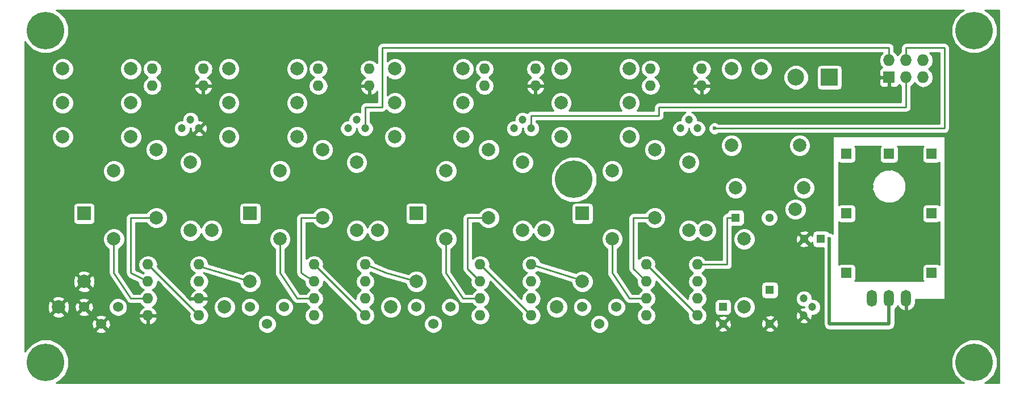
<source format=gbr>
G04 #@! TF.FileFunction,Copper,L2,Bot,Signal*
%FSLAX46Y46*%
G04 Gerber Fmt 4.6, Leading zero omitted, Abs format (unit mm)*
G04 Created by KiCad (PCBNEW 4.0.2+dfsg1-stable) date Sat 01 Jul 2017 08:29:19 PM EDT*
%MOMM*%
G01*
G04 APERTURE LIST*
%ADD10C,0.100000*%
%ADD11R,1.200000X1.200000*%
%ADD12C,1.200000*%
%ADD13R,1.300000X1.300000*%
%ADD14C,1.300000*%
%ADD15C,1.998980*%
%ADD16R,1.998980X1.998980*%
%ADD17R,1.727200X1.727200*%
%ADD18O,1.727200X1.727200*%
%ADD19R,2.500000X2.500000*%
%ADD20C,2.500000*%
%ADD21C,1.524000*%
%ADD22O,1.600000X1.600000*%
%ADD23O,1.501140X2.499360*%
%ADD24C,2.000000*%
%ADD25C,5.588000*%
%ADD26R,1.501140X1.501140*%
%ADD27C,0.600000*%
%ADD28C,0.500000*%
%ADD29C,0.250000*%
%ADD30C,0.254000*%
G04 APERTURE END LIST*
D10*
D11*
X165735000Y-115570000D03*
D12*
X165735000Y-118070000D03*
D13*
X172720000Y-113030000D03*
D14*
X172720000Y-118030000D03*
D13*
X167640000Y-102235000D03*
D14*
X172640000Y-102235000D03*
D13*
X180340000Y-105410000D03*
D14*
X177840000Y-105410000D03*
D15*
X70487540Y-111760000D03*
D16*
X70487540Y-101600000D03*
D15*
X95252540Y-111760000D03*
D16*
X95252540Y-101600000D03*
D15*
X120017540Y-111760000D03*
D16*
X120017540Y-101600000D03*
D15*
X144782540Y-111760000D03*
D16*
X144782540Y-101600000D03*
D17*
X190500000Y-81280000D03*
D18*
X190500000Y-78740000D03*
X193040000Y-81280000D03*
X193040000Y-78740000D03*
X195580000Y-81280000D03*
X195580000Y-78740000D03*
D19*
X181610000Y-81280000D03*
D20*
X176610000Y-81280000D03*
D12*
X177800000Y-116840000D03*
X179070000Y-115570000D03*
X177800000Y-114300000D03*
X87630000Y-88900000D03*
X86360000Y-87630000D03*
X85090000Y-88900000D03*
X112395000Y-88900000D03*
X111125000Y-87630000D03*
X109855000Y-88900000D03*
X137160000Y-88900000D03*
X135890000Y-87630000D03*
X134620000Y-88900000D03*
X161925000Y-88900000D03*
X160655000Y-87630000D03*
X159385000Y-88900000D03*
D15*
X74930000Y-95250000D03*
X74930000Y-105410000D03*
D21*
X73025000Y-118110000D03*
X70485000Y-115570000D03*
X75565000Y-115570000D03*
D15*
X81280000Y-92075000D03*
X81280000Y-102235000D03*
X67310000Y-85090000D03*
X77470000Y-85090000D03*
X86360000Y-93980000D03*
X86360000Y-104140000D03*
X67310000Y-80010000D03*
X77470000Y-80010000D03*
X99695000Y-95250000D03*
X99695000Y-105410000D03*
D21*
X97790000Y-118110000D03*
X95250000Y-115570000D03*
X100330000Y-115570000D03*
D15*
X106045000Y-92075000D03*
X106045000Y-102235000D03*
X92075000Y-85090000D03*
X102235000Y-85090000D03*
X111125000Y-93980000D03*
X111125000Y-104140000D03*
X92075000Y-80010000D03*
X102235000Y-80010000D03*
X124460000Y-95250000D03*
X124460000Y-105410000D03*
D21*
X122555000Y-118110000D03*
X120015000Y-115570000D03*
X125095000Y-115570000D03*
D15*
X130810000Y-92075000D03*
X130810000Y-102235000D03*
X116840000Y-85090000D03*
X127000000Y-85090000D03*
X135890000Y-93980000D03*
X135890000Y-104140000D03*
X116840000Y-80010000D03*
X127000000Y-80010000D03*
X149225000Y-95250000D03*
X149225000Y-105410000D03*
D21*
X147320000Y-118110000D03*
X144780000Y-115570000D03*
X149860000Y-115570000D03*
D15*
X155575000Y-92075000D03*
X155575000Y-102235000D03*
X141605000Y-85090000D03*
X151765000Y-85090000D03*
X160655000Y-93980000D03*
X160655000Y-104140000D03*
X141605000Y-80010000D03*
X151765000Y-80010000D03*
X168910000Y-115570000D03*
X168910000Y-105410000D03*
X177800000Y-97790000D03*
X167640000Y-97790000D03*
X177165000Y-91440000D03*
X167005000Y-91440000D03*
D22*
X80010000Y-109220000D03*
X80010000Y-111760000D03*
X80010000Y-114300000D03*
X80010000Y-116840000D03*
X87630000Y-116840000D03*
X87630000Y-114300000D03*
X87630000Y-111760000D03*
X87630000Y-109220000D03*
X80645000Y-80010000D03*
X80645000Y-82550000D03*
X88265000Y-82550000D03*
X88265000Y-80010000D03*
X104775000Y-109220000D03*
X104775000Y-111760000D03*
X104775000Y-114300000D03*
X104775000Y-116840000D03*
X112395000Y-116840000D03*
X112395000Y-114300000D03*
X112395000Y-111760000D03*
X112395000Y-109220000D03*
X105410000Y-80010000D03*
X105410000Y-82550000D03*
X113030000Y-82550000D03*
X113030000Y-80010000D03*
X129540000Y-109220000D03*
X129540000Y-111760000D03*
X129540000Y-114300000D03*
X129540000Y-116840000D03*
X137160000Y-116840000D03*
X137160000Y-114300000D03*
X137160000Y-111760000D03*
X137160000Y-109220000D03*
X130175000Y-80010000D03*
X130175000Y-82550000D03*
X137795000Y-82550000D03*
X137795000Y-80010000D03*
X154305000Y-109220000D03*
X154305000Y-111760000D03*
X154305000Y-114300000D03*
X154305000Y-116840000D03*
X161925000Y-116840000D03*
X161925000Y-114300000D03*
X161925000Y-111760000D03*
X161925000Y-109220000D03*
X154940000Y-80010000D03*
X154940000Y-82550000D03*
X162560000Y-82550000D03*
X162560000Y-80010000D03*
D23*
X190500000Y-114300000D03*
X187960000Y-114300000D03*
X193040000Y-114300000D03*
D15*
X67310000Y-90170000D03*
X77470000Y-90170000D03*
X92075000Y-90170000D03*
X102235000Y-90170000D03*
X116840000Y-90170000D03*
X127000000Y-90170000D03*
X141605000Y-90170000D03*
X151765000Y-90170000D03*
D24*
X66675000Y-115570000D03*
X91440000Y-115570000D03*
X116205000Y-115570000D03*
X140970000Y-115570000D03*
X89535000Y-104140000D03*
X163195000Y-104140000D03*
X171450000Y-80010000D03*
X114300000Y-104140000D03*
X139065000Y-104140000D03*
X167005000Y-80010000D03*
X176530000Y-100965000D03*
D25*
X64770000Y-74295000D03*
X64770000Y-123825000D03*
X203200000Y-74295000D03*
X203200000Y-123825000D03*
X143510000Y-96520000D03*
D26*
X184150000Y-92710000D03*
X196850000Y-92710000D03*
X184150000Y-110490000D03*
X196850000Y-110490000D03*
X196850000Y-101600000D03*
X184150000Y-101600000D03*
X190500000Y-92710000D03*
D27*
X181610000Y-105410000D03*
X190500000Y-84455000D03*
X164465000Y-88900000D03*
D28*
X190500000Y-114300000D02*
X190500000Y-118110000D01*
X181610000Y-118110000D02*
X181610000Y-105410000D01*
X190500000Y-118110000D02*
X181610000Y-118110000D01*
D29*
X162560000Y-82550000D02*
X168910000Y-82550000D01*
X168910000Y-84455000D02*
X190500000Y-84455000D01*
X168910000Y-82550000D02*
X168910000Y-84455000D01*
X177840000Y-105410000D02*
X177292000Y-105664000D01*
X177292000Y-105664000D02*
X176530000Y-106521250D01*
X176530000Y-106521250D02*
X176530000Y-114935000D01*
X176530000Y-114935000D02*
X177800000Y-116840000D01*
X167640000Y-102235000D02*
X166370000Y-102235000D01*
X161925000Y-109220000D02*
X166370000Y-109220000D01*
X166370000Y-109220000D02*
X166370000Y-102235000D01*
X74930000Y-105410000D02*
X74930000Y-110490000D01*
X77470000Y-114300000D02*
X80010000Y-114300000D01*
X74930000Y-110490000D02*
X77470000Y-114300000D01*
X112395000Y-88900000D02*
X112395000Y-85725000D01*
X190500000Y-76835000D02*
X190500000Y-78740000D01*
X114935000Y-76835000D02*
X190500000Y-76835000D01*
X114935000Y-85725000D02*
X114935000Y-76835000D01*
X114935000Y-85725000D02*
X114935000Y-85725000D01*
X112395000Y-85725000D02*
X114935000Y-85725000D01*
X95252540Y-111760000D02*
X86997540Y-109222540D01*
X87632540Y-109222540D02*
X87630000Y-109220000D01*
X99695000Y-105410000D02*
X99695000Y-110490000D01*
X102235000Y-114300000D02*
X104769920Y-114300000D01*
X99695000Y-110490000D02*
X102235000Y-114300000D01*
X104769920Y-114300000D02*
X104775000Y-114300000D01*
X137160000Y-88900000D02*
X137160000Y-86995000D01*
X193040000Y-85725000D02*
X193040000Y-81280000D01*
X156210000Y-85725000D02*
X193040000Y-85725000D01*
X156210000Y-86995000D02*
X156210000Y-85725000D01*
X137160000Y-86995000D02*
X156210000Y-86995000D01*
X112395000Y-109220000D02*
X115570000Y-110490000D01*
X115570000Y-110490000D02*
X120017540Y-111760000D01*
X120015000Y-111762540D02*
X120017540Y-111760000D01*
X124460000Y-105410000D02*
X124460000Y-110490000D01*
X127000000Y-114300000D02*
X129540000Y-114300000D01*
X124460000Y-110490000D02*
X127000000Y-114300000D01*
X129534920Y-114300000D02*
X129540000Y-114300000D01*
X193040000Y-78740000D02*
X193040000Y-76835000D01*
X193040000Y-76835000D02*
X198755000Y-76835000D01*
X198755000Y-76835000D02*
X198755000Y-88900000D01*
X198755000Y-88900000D02*
X164465000Y-88900000D01*
X193040000Y-78740000D02*
X193040000Y-78740000D01*
X137160000Y-109220000D02*
X145415000Y-111762540D01*
X144780000Y-111762540D02*
X144782540Y-111760000D01*
X149225000Y-105410000D02*
X149225000Y-110490000D01*
X151765000Y-114300000D02*
X154305000Y-114300000D01*
X149225000Y-110490000D02*
X151765000Y-114300000D01*
X81280000Y-102235000D02*
X77470000Y-102235000D01*
X77470000Y-110490000D02*
X80010000Y-111760000D01*
X77470000Y-105410000D02*
X77470000Y-110490000D01*
X77470000Y-102235000D02*
X77470000Y-105410000D01*
X106045000Y-102235000D02*
X102870000Y-102235000D01*
X102870000Y-102235000D02*
X102870000Y-102870000D01*
X102870000Y-102870000D02*
X102870000Y-110490000D01*
X102870000Y-110490000D02*
X104775000Y-111760000D01*
X130810000Y-102235000D02*
X127635000Y-102235000D01*
X127635000Y-109855000D02*
X129540000Y-111760000D01*
X127635000Y-104140000D02*
X127635000Y-109855000D01*
X127635000Y-102235000D02*
X127635000Y-104140000D01*
X155575000Y-102235000D02*
X152400000Y-102235000D01*
X152400000Y-109855000D02*
X154305000Y-111760000D01*
X152400000Y-102235000D02*
X152400000Y-109855000D01*
X152400000Y-102235000D02*
X152400000Y-102235000D01*
X80010000Y-109220000D02*
X87630000Y-116840000D01*
X104775000Y-109220000D02*
X112395000Y-116840000D01*
X129540000Y-109220000D02*
X137160000Y-116840000D01*
X154305000Y-109220000D02*
X161925000Y-116840000D01*
D30*
G36*
X189211103Y-91599731D02*
X189187150Y-91657558D01*
X189152999Y-91707540D01*
X189140136Y-91771061D01*
X189114430Y-91833120D01*
X189114430Y-91897999D01*
X189101990Y-91959430D01*
X189101990Y-93460570D01*
X189114430Y-93526683D01*
X189114430Y-93586880D01*
X189135185Y-93636988D01*
X189146268Y-93695887D01*
X189183637Y-93753960D01*
X189211103Y-93820269D01*
X189253745Y-93862910D01*
X189285340Y-93912011D01*
X189340610Y-93949776D01*
X189389732Y-93998897D01*
X189447556Y-94022849D01*
X189497540Y-94057001D01*
X189561063Y-94069865D01*
X189623121Y-94095570D01*
X189687999Y-94095570D01*
X189749430Y-94108010D01*
X191250570Y-94108010D01*
X191316683Y-94095570D01*
X191376879Y-94095570D01*
X191426986Y-94074815D01*
X191485887Y-94063732D01*
X191543961Y-94026362D01*
X191610268Y-93998897D01*
X191652909Y-93956256D01*
X191702011Y-93924660D01*
X191739775Y-93869391D01*
X191788897Y-93820269D01*
X191812850Y-93762442D01*
X191847001Y-93712460D01*
X191859864Y-93648939D01*
X191885570Y-93586880D01*
X191885570Y-93522001D01*
X191898010Y-93460570D01*
X191898010Y-91959430D01*
X191885570Y-91893317D01*
X191885570Y-91833120D01*
X191864815Y-91783012D01*
X191853732Y-91724113D01*
X191816363Y-91666040D01*
X191788897Y-91599731D01*
X191756165Y-91567000D01*
X195593834Y-91567000D01*
X195561103Y-91599731D01*
X195537150Y-91657558D01*
X195502999Y-91707540D01*
X195490136Y-91771061D01*
X195464430Y-91833120D01*
X195464430Y-91897999D01*
X195451990Y-91959430D01*
X195451990Y-93460570D01*
X195464430Y-93526683D01*
X195464430Y-93586880D01*
X195485185Y-93636988D01*
X195496268Y-93695887D01*
X195533637Y-93753960D01*
X195561103Y-93820269D01*
X195603745Y-93862910D01*
X195635340Y-93912011D01*
X195690610Y-93949776D01*
X195739732Y-93998897D01*
X195797556Y-94022849D01*
X195847540Y-94057001D01*
X195911063Y-94069865D01*
X195973121Y-94095570D01*
X196037999Y-94095570D01*
X196099430Y-94108010D01*
X197600570Y-94108010D01*
X197666683Y-94095570D01*
X197726879Y-94095570D01*
X197776986Y-94074815D01*
X197835887Y-94063732D01*
X197893961Y-94026362D01*
X197960268Y-93998897D01*
X197993000Y-93966165D01*
X197993000Y-100343834D01*
X197960268Y-100311103D01*
X197902444Y-100287151D01*
X197852460Y-100252999D01*
X197788937Y-100240135D01*
X197726879Y-100214430D01*
X197662001Y-100214430D01*
X197600570Y-100201990D01*
X196099430Y-100201990D01*
X196033317Y-100214430D01*
X195973121Y-100214430D01*
X195923014Y-100235185D01*
X195864113Y-100246268D01*
X195806039Y-100283638D01*
X195739732Y-100311103D01*
X195697091Y-100353744D01*
X195647989Y-100385340D01*
X195610225Y-100440609D01*
X195561103Y-100489731D01*
X195537150Y-100547558D01*
X195502999Y-100597540D01*
X195490136Y-100661061D01*
X195464430Y-100723120D01*
X195464430Y-100787999D01*
X195451990Y-100849430D01*
X195451990Y-102350570D01*
X195464430Y-102416683D01*
X195464430Y-102476880D01*
X195485185Y-102526988D01*
X195496268Y-102585887D01*
X195533637Y-102643960D01*
X195561103Y-102710269D01*
X195603745Y-102752910D01*
X195635340Y-102802011D01*
X195690610Y-102839776D01*
X195739732Y-102888897D01*
X195797556Y-102912849D01*
X195847540Y-102947001D01*
X195911063Y-102959865D01*
X195973121Y-102985570D01*
X196037999Y-102985570D01*
X196099430Y-102998010D01*
X197600570Y-102998010D01*
X197666683Y-102985570D01*
X197726879Y-102985570D01*
X197776986Y-102964815D01*
X197835887Y-102953732D01*
X197893961Y-102916362D01*
X197960268Y-102888897D01*
X197993000Y-102856165D01*
X197993000Y-109233834D01*
X197960268Y-109201103D01*
X197902444Y-109177151D01*
X197852460Y-109142999D01*
X197788937Y-109130135D01*
X197726879Y-109104430D01*
X197662001Y-109104430D01*
X197600570Y-109091990D01*
X196099430Y-109091990D01*
X196033317Y-109104430D01*
X195973121Y-109104430D01*
X195923014Y-109125185D01*
X195864113Y-109136268D01*
X195806039Y-109173638D01*
X195739732Y-109201103D01*
X195697091Y-109243744D01*
X195647989Y-109275340D01*
X195610225Y-109330609D01*
X195561103Y-109379731D01*
X195537150Y-109437558D01*
X195502999Y-109487540D01*
X195490136Y-109551061D01*
X195464430Y-109613120D01*
X195464430Y-109677999D01*
X195451990Y-109739430D01*
X195451990Y-111240570D01*
X195464430Y-111306683D01*
X195464430Y-111366880D01*
X195485185Y-111416988D01*
X195496268Y-111475887D01*
X195533637Y-111533960D01*
X195561103Y-111600269D01*
X195593835Y-111633000D01*
X185406166Y-111633000D01*
X185438897Y-111600269D01*
X185462850Y-111542442D01*
X185497001Y-111492460D01*
X185509864Y-111428939D01*
X185535570Y-111366880D01*
X185535570Y-111302001D01*
X185548010Y-111240570D01*
X185548010Y-109739430D01*
X185535570Y-109673317D01*
X185535570Y-109613120D01*
X185514815Y-109563012D01*
X185503732Y-109504113D01*
X185466363Y-109446040D01*
X185438897Y-109379731D01*
X185396255Y-109337090D01*
X185364660Y-109287989D01*
X185309390Y-109250224D01*
X185260268Y-109201103D01*
X185202444Y-109177151D01*
X185152460Y-109142999D01*
X185088937Y-109130135D01*
X185026879Y-109104430D01*
X184962001Y-109104430D01*
X184900570Y-109091990D01*
X183399430Y-109091990D01*
X183333317Y-109104430D01*
X183273121Y-109104430D01*
X183223014Y-109125185D01*
X183164113Y-109136268D01*
X183106039Y-109173638D01*
X183039732Y-109201103D01*
X183007000Y-109233835D01*
X183007000Y-102856166D01*
X183039732Y-102888897D01*
X183097556Y-102912849D01*
X183147540Y-102947001D01*
X183211063Y-102959865D01*
X183273121Y-102985570D01*
X183337999Y-102985570D01*
X183399430Y-102998010D01*
X184900570Y-102998010D01*
X184966683Y-102985570D01*
X185026879Y-102985570D01*
X185076986Y-102964815D01*
X185135887Y-102953732D01*
X185193961Y-102916362D01*
X185260268Y-102888897D01*
X185302909Y-102846256D01*
X185352011Y-102814660D01*
X185389775Y-102759391D01*
X185438897Y-102710269D01*
X185462850Y-102652442D01*
X185497001Y-102602460D01*
X185509864Y-102538939D01*
X185535570Y-102476880D01*
X185535570Y-102412001D01*
X185548010Y-102350570D01*
X185548010Y-100849430D01*
X185535570Y-100783317D01*
X185535570Y-100723120D01*
X185514815Y-100673012D01*
X185503732Y-100614113D01*
X185466363Y-100556040D01*
X185438897Y-100489731D01*
X185396255Y-100447090D01*
X185364660Y-100397989D01*
X185309390Y-100360224D01*
X185260268Y-100311103D01*
X185202444Y-100287151D01*
X185152460Y-100252999D01*
X185088937Y-100240135D01*
X185026879Y-100214430D01*
X184962001Y-100214430D01*
X184900570Y-100201990D01*
X183399430Y-100201990D01*
X183333317Y-100214430D01*
X183273121Y-100214430D01*
X183223014Y-100235185D01*
X183164113Y-100246268D01*
X183106039Y-100283638D01*
X183039732Y-100311103D01*
X183007000Y-100343835D01*
X183007000Y-97056862D01*
X187960218Y-97056862D01*
X187965069Y-97547468D01*
X187964641Y-98038015D01*
X187970049Y-98051103D01*
X187970189Y-98065266D01*
X188336906Y-98950599D01*
X188343224Y-98954256D01*
X188349746Y-98970041D01*
X189062208Y-99683748D01*
X189081046Y-99691570D01*
X189085401Y-99699094D01*
X189540475Y-99882342D01*
X189993561Y-100070479D01*
X190007723Y-100070491D01*
X190020862Y-100075782D01*
X190511468Y-100070931D01*
X191002015Y-100071359D01*
X191015103Y-100065951D01*
X191029266Y-100065811D01*
X191914599Y-99699094D01*
X191918256Y-99692776D01*
X191934041Y-99686254D01*
X192647748Y-98973792D01*
X192655570Y-98954954D01*
X192663094Y-98950599D01*
X192846342Y-98495525D01*
X193034479Y-98042439D01*
X193034491Y-98028277D01*
X193039782Y-98015138D01*
X193034931Y-97524532D01*
X193035359Y-97033985D01*
X193029951Y-97020897D01*
X193029811Y-97006734D01*
X192663094Y-96121401D01*
X192656776Y-96117744D01*
X192650254Y-96101959D01*
X191937792Y-95388252D01*
X191918954Y-95380430D01*
X191914599Y-95372906D01*
X191459525Y-95189658D01*
X191006439Y-95001521D01*
X190992277Y-95001509D01*
X190979138Y-94996218D01*
X190488532Y-95001069D01*
X189997985Y-95000641D01*
X189984897Y-95006049D01*
X189970734Y-95006189D01*
X189085401Y-95372906D01*
X189081744Y-95379224D01*
X189065959Y-95385746D01*
X188352252Y-96098208D01*
X188344430Y-96117046D01*
X188336906Y-96121401D01*
X188153658Y-96576475D01*
X187965521Y-97029561D01*
X187965509Y-97043723D01*
X187960218Y-97056862D01*
X183007000Y-97056862D01*
X183007000Y-93966166D01*
X183039732Y-93998897D01*
X183097556Y-94022849D01*
X183147540Y-94057001D01*
X183211063Y-94069865D01*
X183273121Y-94095570D01*
X183337999Y-94095570D01*
X183399430Y-94108010D01*
X184900570Y-94108010D01*
X184966683Y-94095570D01*
X185026879Y-94095570D01*
X185076986Y-94074815D01*
X185135887Y-94063732D01*
X185193961Y-94026362D01*
X185260268Y-93998897D01*
X185302909Y-93956256D01*
X185352011Y-93924660D01*
X185389775Y-93869391D01*
X185438897Y-93820269D01*
X185462850Y-93762442D01*
X185497001Y-93712460D01*
X185509864Y-93648939D01*
X185535570Y-93586880D01*
X185535570Y-93522001D01*
X185548010Y-93460570D01*
X185548010Y-91959430D01*
X185535570Y-91893317D01*
X185535570Y-91833120D01*
X185514815Y-91783012D01*
X185503732Y-91724113D01*
X185466363Y-91666040D01*
X185438897Y-91599731D01*
X185406165Y-91567000D01*
X189243834Y-91567000D01*
X189211103Y-91599731D01*
X189211103Y-91599731D01*
G37*
X189211103Y-91599731D02*
X189187150Y-91657558D01*
X189152999Y-91707540D01*
X189140136Y-91771061D01*
X189114430Y-91833120D01*
X189114430Y-91897999D01*
X189101990Y-91959430D01*
X189101990Y-93460570D01*
X189114430Y-93526683D01*
X189114430Y-93586880D01*
X189135185Y-93636988D01*
X189146268Y-93695887D01*
X189183637Y-93753960D01*
X189211103Y-93820269D01*
X189253745Y-93862910D01*
X189285340Y-93912011D01*
X189340610Y-93949776D01*
X189389732Y-93998897D01*
X189447556Y-94022849D01*
X189497540Y-94057001D01*
X189561063Y-94069865D01*
X189623121Y-94095570D01*
X189687999Y-94095570D01*
X189749430Y-94108010D01*
X191250570Y-94108010D01*
X191316683Y-94095570D01*
X191376879Y-94095570D01*
X191426986Y-94074815D01*
X191485887Y-94063732D01*
X191543961Y-94026362D01*
X191610268Y-93998897D01*
X191652909Y-93956256D01*
X191702011Y-93924660D01*
X191739775Y-93869391D01*
X191788897Y-93820269D01*
X191812850Y-93762442D01*
X191847001Y-93712460D01*
X191859864Y-93648939D01*
X191885570Y-93586880D01*
X191885570Y-93522001D01*
X191898010Y-93460570D01*
X191898010Y-91959430D01*
X191885570Y-91893317D01*
X191885570Y-91833120D01*
X191864815Y-91783012D01*
X191853732Y-91724113D01*
X191816363Y-91666040D01*
X191788897Y-91599731D01*
X191756165Y-91567000D01*
X195593834Y-91567000D01*
X195561103Y-91599731D01*
X195537150Y-91657558D01*
X195502999Y-91707540D01*
X195490136Y-91771061D01*
X195464430Y-91833120D01*
X195464430Y-91897999D01*
X195451990Y-91959430D01*
X195451990Y-93460570D01*
X195464430Y-93526683D01*
X195464430Y-93586880D01*
X195485185Y-93636988D01*
X195496268Y-93695887D01*
X195533637Y-93753960D01*
X195561103Y-93820269D01*
X195603745Y-93862910D01*
X195635340Y-93912011D01*
X195690610Y-93949776D01*
X195739732Y-93998897D01*
X195797556Y-94022849D01*
X195847540Y-94057001D01*
X195911063Y-94069865D01*
X195973121Y-94095570D01*
X196037999Y-94095570D01*
X196099430Y-94108010D01*
X197600570Y-94108010D01*
X197666683Y-94095570D01*
X197726879Y-94095570D01*
X197776986Y-94074815D01*
X197835887Y-94063732D01*
X197893961Y-94026362D01*
X197960268Y-93998897D01*
X197993000Y-93966165D01*
X197993000Y-100343834D01*
X197960268Y-100311103D01*
X197902444Y-100287151D01*
X197852460Y-100252999D01*
X197788937Y-100240135D01*
X197726879Y-100214430D01*
X197662001Y-100214430D01*
X197600570Y-100201990D01*
X196099430Y-100201990D01*
X196033317Y-100214430D01*
X195973121Y-100214430D01*
X195923014Y-100235185D01*
X195864113Y-100246268D01*
X195806039Y-100283638D01*
X195739732Y-100311103D01*
X195697091Y-100353744D01*
X195647989Y-100385340D01*
X195610225Y-100440609D01*
X195561103Y-100489731D01*
X195537150Y-100547558D01*
X195502999Y-100597540D01*
X195490136Y-100661061D01*
X195464430Y-100723120D01*
X195464430Y-100787999D01*
X195451990Y-100849430D01*
X195451990Y-102350570D01*
X195464430Y-102416683D01*
X195464430Y-102476880D01*
X195485185Y-102526988D01*
X195496268Y-102585887D01*
X195533637Y-102643960D01*
X195561103Y-102710269D01*
X195603745Y-102752910D01*
X195635340Y-102802011D01*
X195690610Y-102839776D01*
X195739732Y-102888897D01*
X195797556Y-102912849D01*
X195847540Y-102947001D01*
X195911063Y-102959865D01*
X195973121Y-102985570D01*
X196037999Y-102985570D01*
X196099430Y-102998010D01*
X197600570Y-102998010D01*
X197666683Y-102985570D01*
X197726879Y-102985570D01*
X197776986Y-102964815D01*
X197835887Y-102953732D01*
X197893961Y-102916362D01*
X197960268Y-102888897D01*
X197993000Y-102856165D01*
X197993000Y-109233834D01*
X197960268Y-109201103D01*
X197902444Y-109177151D01*
X197852460Y-109142999D01*
X197788937Y-109130135D01*
X197726879Y-109104430D01*
X197662001Y-109104430D01*
X197600570Y-109091990D01*
X196099430Y-109091990D01*
X196033317Y-109104430D01*
X195973121Y-109104430D01*
X195923014Y-109125185D01*
X195864113Y-109136268D01*
X195806039Y-109173638D01*
X195739732Y-109201103D01*
X195697091Y-109243744D01*
X195647989Y-109275340D01*
X195610225Y-109330609D01*
X195561103Y-109379731D01*
X195537150Y-109437558D01*
X195502999Y-109487540D01*
X195490136Y-109551061D01*
X195464430Y-109613120D01*
X195464430Y-109677999D01*
X195451990Y-109739430D01*
X195451990Y-111240570D01*
X195464430Y-111306683D01*
X195464430Y-111366880D01*
X195485185Y-111416988D01*
X195496268Y-111475887D01*
X195533637Y-111533960D01*
X195561103Y-111600269D01*
X195593835Y-111633000D01*
X185406166Y-111633000D01*
X185438897Y-111600269D01*
X185462850Y-111542442D01*
X185497001Y-111492460D01*
X185509864Y-111428939D01*
X185535570Y-111366880D01*
X185535570Y-111302001D01*
X185548010Y-111240570D01*
X185548010Y-109739430D01*
X185535570Y-109673317D01*
X185535570Y-109613120D01*
X185514815Y-109563012D01*
X185503732Y-109504113D01*
X185466363Y-109446040D01*
X185438897Y-109379731D01*
X185396255Y-109337090D01*
X185364660Y-109287989D01*
X185309390Y-109250224D01*
X185260268Y-109201103D01*
X185202444Y-109177151D01*
X185152460Y-109142999D01*
X185088937Y-109130135D01*
X185026879Y-109104430D01*
X184962001Y-109104430D01*
X184900570Y-109091990D01*
X183399430Y-109091990D01*
X183333317Y-109104430D01*
X183273121Y-109104430D01*
X183223014Y-109125185D01*
X183164113Y-109136268D01*
X183106039Y-109173638D01*
X183039732Y-109201103D01*
X183007000Y-109233835D01*
X183007000Y-102856166D01*
X183039732Y-102888897D01*
X183097556Y-102912849D01*
X183147540Y-102947001D01*
X183211063Y-102959865D01*
X183273121Y-102985570D01*
X183337999Y-102985570D01*
X183399430Y-102998010D01*
X184900570Y-102998010D01*
X184966683Y-102985570D01*
X185026879Y-102985570D01*
X185076986Y-102964815D01*
X185135887Y-102953732D01*
X185193961Y-102916362D01*
X185260268Y-102888897D01*
X185302909Y-102846256D01*
X185352011Y-102814660D01*
X185389775Y-102759391D01*
X185438897Y-102710269D01*
X185462850Y-102652442D01*
X185497001Y-102602460D01*
X185509864Y-102538939D01*
X185535570Y-102476880D01*
X185535570Y-102412001D01*
X185548010Y-102350570D01*
X185548010Y-100849430D01*
X185535570Y-100783317D01*
X185535570Y-100723120D01*
X185514815Y-100673012D01*
X185503732Y-100614113D01*
X185466363Y-100556040D01*
X185438897Y-100489731D01*
X185396255Y-100447090D01*
X185364660Y-100397989D01*
X185309390Y-100360224D01*
X185260268Y-100311103D01*
X185202444Y-100287151D01*
X185152460Y-100252999D01*
X185088937Y-100240135D01*
X185026879Y-100214430D01*
X184962001Y-100214430D01*
X184900570Y-100201990D01*
X183399430Y-100201990D01*
X183333317Y-100214430D01*
X183273121Y-100214430D01*
X183223014Y-100235185D01*
X183164113Y-100246268D01*
X183106039Y-100283638D01*
X183039732Y-100311103D01*
X183007000Y-100343835D01*
X183007000Y-97056862D01*
X187960218Y-97056862D01*
X187965069Y-97547468D01*
X187964641Y-98038015D01*
X187970049Y-98051103D01*
X187970189Y-98065266D01*
X188336906Y-98950599D01*
X188343224Y-98954256D01*
X188349746Y-98970041D01*
X189062208Y-99683748D01*
X189081046Y-99691570D01*
X189085401Y-99699094D01*
X189540475Y-99882342D01*
X189993561Y-100070479D01*
X190007723Y-100070491D01*
X190020862Y-100075782D01*
X190511468Y-100070931D01*
X191002015Y-100071359D01*
X191015103Y-100065951D01*
X191029266Y-100065811D01*
X191914599Y-99699094D01*
X191918256Y-99692776D01*
X191934041Y-99686254D01*
X192647748Y-98973792D01*
X192655570Y-98954954D01*
X192663094Y-98950599D01*
X192846342Y-98495525D01*
X193034479Y-98042439D01*
X193034491Y-98028277D01*
X193039782Y-98015138D01*
X193034931Y-97524532D01*
X193035359Y-97033985D01*
X193029951Y-97020897D01*
X193029811Y-97006734D01*
X192663094Y-96121401D01*
X192656776Y-96117744D01*
X192650254Y-96101959D01*
X191937792Y-95388252D01*
X191918954Y-95380430D01*
X191914599Y-95372906D01*
X191459525Y-95189658D01*
X191006439Y-95001521D01*
X190992277Y-95001509D01*
X190979138Y-94996218D01*
X190488532Y-95001069D01*
X189997985Y-95000641D01*
X189984897Y-95006049D01*
X189970734Y-95006189D01*
X189085401Y-95372906D01*
X189081744Y-95379224D01*
X189065959Y-95385746D01*
X188352252Y-96098208D01*
X188344430Y-96117046D01*
X188336906Y-96121401D01*
X188153658Y-96576475D01*
X187965521Y-97029561D01*
X187965509Y-97043723D01*
X187960218Y-97056862D01*
X183007000Y-97056862D01*
X183007000Y-93966166D01*
X183039732Y-93998897D01*
X183097556Y-94022849D01*
X183147540Y-94057001D01*
X183211063Y-94069865D01*
X183273121Y-94095570D01*
X183337999Y-94095570D01*
X183399430Y-94108010D01*
X184900570Y-94108010D01*
X184966683Y-94095570D01*
X185026879Y-94095570D01*
X185076986Y-94074815D01*
X185135887Y-94063732D01*
X185193961Y-94026362D01*
X185260268Y-93998897D01*
X185302909Y-93956256D01*
X185352011Y-93924660D01*
X185389775Y-93869391D01*
X185438897Y-93820269D01*
X185462850Y-93762442D01*
X185497001Y-93712460D01*
X185509864Y-93648939D01*
X185535570Y-93586880D01*
X185535570Y-93522001D01*
X185548010Y-93460570D01*
X185548010Y-91959430D01*
X185535570Y-91893317D01*
X185535570Y-91833120D01*
X185514815Y-91783012D01*
X185503732Y-91724113D01*
X185466363Y-91666040D01*
X185438897Y-91599731D01*
X185406165Y-91567000D01*
X189243834Y-91567000D01*
X189211103Y-91599731D01*
G36*
X201260165Y-71386340D02*
X200294730Y-72350092D01*
X199771597Y-73609937D01*
X199770406Y-74974078D01*
X200291340Y-76234835D01*
X201255092Y-77200270D01*
X202514937Y-77723403D01*
X203879078Y-77724594D01*
X205139835Y-77203660D01*
X206105270Y-76239908D01*
X206628403Y-74980063D01*
X206629594Y-73615922D01*
X206108660Y-72355165D01*
X205144908Y-71389730D01*
X204801176Y-71247000D01*
X206883000Y-71247000D01*
X206883000Y-126873000D01*
X204802606Y-126873000D01*
X205139835Y-126733660D01*
X206105270Y-125769908D01*
X206628403Y-124510063D01*
X206629594Y-123145922D01*
X206108660Y-121885165D01*
X205144908Y-120919730D01*
X203885063Y-120396597D01*
X202520922Y-120395406D01*
X201260165Y-120916340D01*
X200294730Y-121880092D01*
X199771597Y-123139937D01*
X199770406Y-124504078D01*
X200291340Y-125764835D01*
X201255092Y-126730270D01*
X201598824Y-126873000D01*
X66372606Y-126873000D01*
X66709835Y-126733660D01*
X67675270Y-125769908D01*
X68198403Y-124510063D01*
X68199594Y-123145922D01*
X67678660Y-121885165D01*
X66714908Y-120919730D01*
X65455063Y-120396597D01*
X64090922Y-120395406D01*
X62830165Y-120916340D01*
X61864730Y-121880092D01*
X61722000Y-122223824D01*
X61722000Y-119090213D01*
X72224392Y-119090213D01*
X72293857Y-119332397D01*
X72817302Y-119519144D01*
X73372368Y-119491362D01*
X73756143Y-119332397D01*
X73825608Y-119090213D01*
X73025000Y-118289605D01*
X72224392Y-119090213D01*
X61722000Y-119090213D01*
X61722000Y-117902302D01*
X71615856Y-117902302D01*
X71643638Y-118457368D01*
X71802603Y-118841143D01*
X72044787Y-118910608D01*
X72845395Y-118110000D01*
X73204605Y-118110000D01*
X74005213Y-118910608D01*
X74247397Y-118841143D01*
X74409540Y-118386661D01*
X96392758Y-118386661D01*
X96604990Y-118900303D01*
X96997630Y-119293629D01*
X97510900Y-119506757D01*
X98066661Y-119507242D01*
X98580303Y-119295010D01*
X98973629Y-118902370D01*
X99186757Y-118389100D01*
X99186759Y-118386661D01*
X121157758Y-118386661D01*
X121369990Y-118900303D01*
X121762630Y-119293629D01*
X122275900Y-119506757D01*
X122831661Y-119507242D01*
X123345303Y-119295010D01*
X123738629Y-118902370D01*
X123951757Y-118389100D01*
X123951759Y-118386661D01*
X145922758Y-118386661D01*
X146134990Y-118900303D01*
X146527630Y-119293629D01*
X147040900Y-119506757D01*
X147596661Y-119507242D01*
X148110303Y-119295010D01*
X148473210Y-118932735D01*
X165051870Y-118932735D01*
X165101383Y-119158164D01*
X165566036Y-119317807D01*
X166056413Y-119287482D01*
X166368617Y-119158164D01*
X166418130Y-118932735D01*
X166414411Y-118929016D01*
X172000590Y-118929016D01*
X172056271Y-119159611D01*
X172539078Y-119327622D01*
X173049428Y-119298083D01*
X173383729Y-119159611D01*
X173439410Y-118929016D01*
X172720000Y-118209605D01*
X172000590Y-118929016D01*
X166414411Y-118929016D01*
X165735000Y-118249605D01*
X165051870Y-118932735D01*
X148473210Y-118932735D01*
X148503629Y-118902370D01*
X148716757Y-118389100D01*
X148717242Y-117833339D01*
X148505010Y-117319697D01*
X148112370Y-116926371D01*
X147599100Y-116713243D01*
X147043339Y-116712758D01*
X146529697Y-116924990D01*
X146136371Y-117317630D01*
X145923243Y-117830900D01*
X145922758Y-118386661D01*
X123951759Y-118386661D01*
X123952242Y-117833339D01*
X123740010Y-117319697D01*
X123347370Y-116926371D01*
X122834100Y-116713243D01*
X122278339Y-116712758D01*
X121764697Y-116924990D01*
X121371371Y-117317630D01*
X121158243Y-117830900D01*
X121157758Y-118386661D01*
X99186759Y-118386661D01*
X99187242Y-117833339D01*
X98975010Y-117319697D01*
X98582370Y-116926371D01*
X98069100Y-116713243D01*
X97513339Y-116712758D01*
X96999697Y-116924990D01*
X96606371Y-117317630D01*
X96393243Y-117830900D01*
X96392758Y-118386661D01*
X74409540Y-118386661D01*
X74434144Y-118317698D01*
X74406362Y-117762632D01*
X74247397Y-117378857D01*
X74005213Y-117309392D01*
X73204605Y-118110000D01*
X72845395Y-118110000D01*
X72044787Y-117309392D01*
X71802603Y-117378857D01*
X71615856Y-117902302D01*
X61722000Y-117902302D01*
X61722000Y-116722532D01*
X65702073Y-116722532D01*
X65800736Y-116989387D01*
X66410461Y-117215908D01*
X67060460Y-117191856D01*
X67210308Y-117129787D01*
X72224392Y-117129787D01*
X73025000Y-117930395D01*
X73766356Y-117189039D01*
X78618096Y-117189039D01*
X78778959Y-117577423D01*
X79154866Y-117992389D01*
X79660959Y-118231914D01*
X79883000Y-118110629D01*
X79883000Y-116967000D01*
X80137000Y-116967000D01*
X80137000Y-118110629D01*
X80359041Y-118231914D01*
X80865134Y-117992389D01*
X81241041Y-117577423D01*
X81401904Y-117189039D01*
X81279915Y-116967000D01*
X80137000Y-116967000D01*
X79883000Y-116967000D01*
X78740085Y-116967000D01*
X78618096Y-117189039D01*
X73766356Y-117189039D01*
X73825608Y-117129787D01*
X73756143Y-116887603D01*
X73232698Y-116700856D01*
X72677632Y-116728638D01*
X72293857Y-116887603D01*
X72224392Y-117129787D01*
X67210308Y-117129787D01*
X67549264Y-116989387D01*
X67647927Y-116722532D01*
X67475608Y-116550213D01*
X69684392Y-116550213D01*
X69753857Y-116792397D01*
X70277302Y-116979144D01*
X70832368Y-116951362D01*
X71216143Y-116792397D01*
X71285608Y-116550213D01*
X70485000Y-115749605D01*
X69684392Y-116550213D01*
X67475608Y-116550213D01*
X66675000Y-115749605D01*
X65702073Y-116722532D01*
X61722000Y-116722532D01*
X61722000Y-115305461D01*
X65029092Y-115305461D01*
X65053144Y-115955460D01*
X65255613Y-116444264D01*
X65522468Y-116542927D01*
X66495395Y-115570000D01*
X66854605Y-115570000D01*
X67827532Y-116542927D01*
X68094387Y-116444264D01*
X68320908Y-115834539D01*
X68303434Y-115362302D01*
X69075856Y-115362302D01*
X69103638Y-115917368D01*
X69262603Y-116301143D01*
X69504787Y-116370608D01*
X70305395Y-115570000D01*
X70664605Y-115570000D01*
X71465213Y-116370608D01*
X71707397Y-116301143D01*
X71869540Y-115846661D01*
X74167758Y-115846661D01*
X74379990Y-116360303D01*
X74772630Y-116753629D01*
X75285900Y-116966757D01*
X75841661Y-116967242D01*
X76355303Y-116755010D01*
X76748629Y-116362370D01*
X76961757Y-115849100D01*
X76962242Y-115293339D01*
X76750010Y-114779697D01*
X76357370Y-114386371D01*
X75844100Y-114173243D01*
X75288339Y-114172758D01*
X74774697Y-114384990D01*
X74381371Y-114777630D01*
X74168243Y-115290900D01*
X74167758Y-115846661D01*
X71869540Y-115846661D01*
X71894144Y-115777698D01*
X71866362Y-115222632D01*
X71707397Y-114838857D01*
X71465213Y-114769392D01*
X70664605Y-115570000D01*
X70305395Y-115570000D01*
X69504787Y-114769392D01*
X69262603Y-114838857D01*
X69075856Y-115362302D01*
X68303434Y-115362302D01*
X68296856Y-115184540D01*
X68094387Y-114695736D01*
X67827532Y-114597073D01*
X66854605Y-115570000D01*
X66495395Y-115570000D01*
X65522468Y-114597073D01*
X65255613Y-114695736D01*
X65029092Y-115305461D01*
X61722000Y-115305461D01*
X61722000Y-114417468D01*
X65702073Y-114417468D01*
X66675000Y-115390395D01*
X67475608Y-114589787D01*
X69684392Y-114589787D01*
X70485000Y-115390395D01*
X71285608Y-114589787D01*
X71216143Y-114347603D01*
X70692698Y-114160856D01*
X70137632Y-114188638D01*
X69753857Y-114347603D01*
X69684392Y-114589787D01*
X67475608Y-114589787D01*
X67647927Y-114417468D01*
X67549264Y-114150613D01*
X66939539Y-113924092D01*
X66289540Y-113948144D01*
X65800736Y-114150613D01*
X65702073Y-114417468D01*
X61722000Y-114417468D01*
X61722000Y-112912163D01*
X69514983Y-112912163D01*
X69613582Y-113178965D01*
X70223122Y-113405401D01*
X70872917Y-113381341D01*
X71361498Y-113178965D01*
X71460097Y-112912163D01*
X70487540Y-111939605D01*
X69514983Y-112912163D01*
X61722000Y-112912163D01*
X61722000Y-111495582D01*
X68842139Y-111495582D01*
X68866199Y-112145377D01*
X69068575Y-112633958D01*
X69335377Y-112732557D01*
X70307935Y-111760000D01*
X70667145Y-111760000D01*
X71639703Y-112732557D01*
X71906505Y-112633958D01*
X72132941Y-112024418D01*
X72108881Y-111374623D01*
X71906505Y-110886042D01*
X71639703Y-110787443D01*
X70667145Y-111760000D01*
X70307935Y-111760000D01*
X69335377Y-110787443D01*
X69068575Y-110886042D01*
X68842139Y-111495582D01*
X61722000Y-111495582D01*
X61722000Y-110607837D01*
X69514983Y-110607837D01*
X70487540Y-111580395D01*
X71460097Y-110607837D01*
X71361498Y-110341035D01*
X70751958Y-110114599D01*
X70102163Y-110138659D01*
X69613582Y-110341035D01*
X69514983Y-110607837D01*
X61722000Y-110607837D01*
X61722000Y-105733694D01*
X73295226Y-105733694D01*
X73543538Y-106334655D01*
X74002927Y-106794846D01*
X74170000Y-106864221D01*
X74170000Y-110490000D01*
X74184527Y-110563031D01*
X74184449Y-110637489D01*
X74213172Y-110707038D01*
X74227852Y-110780839D01*
X74269219Y-110842749D01*
X74297642Y-110911572D01*
X76837642Y-114721572D01*
X76890794Y-114774835D01*
X76932599Y-114837401D01*
X76994511Y-114878769D01*
X77047106Y-114931474D01*
X77116594Y-114960342D01*
X77179161Y-115002148D01*
X77252190Y-115016675D01*
X77320952Y-115045241D01*
X77396198Y-115045320D01*
X77470000Y-115060000D01*
X78797005Y-115060000D01*
X78967189Y-115314698D01*
X79371703Y-115584986D01*
X79154866Y-115687611D01*
X78778959Y-116102577D01*
X78618096Y-116490961D01*
X78740085Y-116713000D01*
X79883000Y-116713000D01*
X79883000Y-116693000D01*
X80137000Y-116693000D01*
X80137000Y-116713000D01*
X81279915Y-116713000D01*
X81401904Y-116490961D01*
X81241041Y-116102577D01*
X80865134Y-115687611D01*
X80648297Y-115584986D01*
X81052811Y-115314698D01*
X81363880Y-114849151D01*
X81473113Y-114300000D01*
X81363880Y-113750849D01*
X81052811Y-113285302D01*
X80670725Y-113030000D01*
X81052811Y-112774698D01*
X81363880Y-112309151D01*
X81473113Y-111760000D01*
X81472595Y-111757397D01*
X86231312Y-116516114D01*
X86166887Y-116840000D01*
X86276120Y-117389151D01*
X86587189Y-117854698D01*
X87052736Y-118165767D01*
X87601887Y-118275000D01*
X87658113Y-118275000D01*
X88207264Y-118165767D01*
X88672811Y-117854698D01*
X88983880Y-117389151D01*
X89093113Y-116840000D01*
X88983880Y-116290849D01*
X88718577Y-115893795D01*
X89804716Y-115893795D01*
X90053106Y-116494943D01*
X90512637Y-116955278D01*
X91113352Y-117204716D01*
X91763795Y-117205284D01*
X92364943Y-116956894D01*
X92825278Y-116497363D01*
X93074716Y-115896648D01*
X93074759Y-115846661D01*
X93852758Y-115846661D01*
X94064990Y-116360303D01*
X94457630Y-116753629D01*
X94970900Y-116966757D01*
X95526661Y-116967242D01*
X96040303Y-116755010D01*
X96433629Y-116362370D01*
X96646757Y-115849100D01*
X96646759Y-115846661D01*
X98932758Y-115846661D01*
X99144990Y-116360303D01*
X99537630Y-116753629D01*
X100050900Y-116966757D01*
X100606661Y-116967242D01*
X101120303Y-116755010D01*
X101513629Y-116362370D01*
X101726757Y-115849100D01*
X101727242Y-115293339D01*
X101515010Y-114779697D01*
X101122370Y-114386371D01*
X100609100Y-114173243D01*
X100053339Y-114172758D01*
X99539697Y-114384990D01*
X99146371Y-114777630D01*
X98933243Y-115290900D01*
X98932758Y-115846661D01*
X96646759Y-115846661D01*
X96647242Y-115293339D01*
X96435010Y-114779697D01*
X96042370Y-114386371D01*
X95529100Y-114173243D01*
X94973339Y-114172758D01*
X94459697Y-114384990D01*
X94066371Y-114777630D01*
X93853243Y-115290900D01*
X93852758Y-115846661D01*
X93074759Y-115846661D01*
X93075284Y-115246205D01*
X92826894Y-114645057D01*
X92367363Y-114184722D01*
X91766648Y-113935284D01*
X91116205Y-113934716D01*
X90515057Y-114183106D01*
X90054722Y-114642637D01*
X89805284Y-115243352D01*
X89804716Y-115893795D01*
X88718577Y-115893795D01*
X88672811Y-115825302D01*
X88268297Y-115555014D01*
X88485134Y-115452389D01*
X88861041Y-115037423D01*
X89021904Y-114649039D01*
X88899915Y-114427000D01*
X87757000Y-114427000D01*
X87757000Y-114447000D01*
X87503000Y-114447000D01*
X87503000Y-114427000D01*
X86360085Y-114427000D01*
X86335873Y-114471071D01*
X81408688Y-109543886D01*
X81473113Y-109220000D01*
X86166887Y-109220000D01*
X86276120Y-109769151D01*
X86587189Y-110234698D01*
X86969275Y-110490000D01*
X86587189Y-110745302D01*
X86276120Y-111210849D01*
X86166887Y-111760000D01*
X86276120Y-112309151D01*
X86587189Y-112774698D01*
X86991703Y-113044986D01*
X86774866Y-113147611D01*
X86398959Y-113562577D01*
X86238096Y-113950961D01*
X86360085Y-114173000D01*
X87503000Y-114173000D01*
X87503000Y-114153000D01*
X87757000Y-114153000D01*
X87757000Y-114173000D01*
X88899915Y-114173000D01*
X89021904Y-113950961D01*
X88861041Y-113562577D01*
X88485134Y-113147611D01*
X88268297Y-113044986D01*
X88672811Y-112774698D01*
X88983880Y-112309151D01*
X89093113Y-111760000D01*
X88983880Y-111210849D01*
X88672811Y-110745302D01*
X88290725Y-110490000D01*
X88367461Y-110438727D01*
X93617793Y-112052598D01*
X93617766Y-112083694D01*
X93866078Y-112684655D01*
X94325467Y-113144846D01*
X94925993Y-113394206D01*
X95576234Y-113394774D01*
X96177195Y-113146462D01*
X96637386Y-112687073D01*
X96886746Y-112086547D01*
X96887314Y-111436306D01*
X96639002Y-110835345D01*
X96179613Y-110375154D01*
X95579087Y-110125794D01*
X94928846Y-110125226D01*
X94327885Y-110373538D01*
X94092642Y-110608371D01*
X89061670Y-109061928D01*
X88983880Y-108670849D01*
X88672811Y-108205302D01*
X88207264Y-107894233D01*
X87658113Y-107785000D01*
X87601887Y-107785000D01*
X87052736Y-107894233D01*
X86587189Y-108205302D01*
X86276120Y-108670849D01*
X86166887Y-109220000D01*
X81473113Y-109220000D01*
X81363880Y-108670849D01*
X81052811Y-108205302D01*
X80587264Y-107894233D01*
X80038113Y-107785000D01*
X79981887Y-107785000D01*
X79432736Y-107894233D01*
X78967189Y-108205302D01*
X78656120Y-108670849D01*
X78546887Y-109220000D01*
X78656120Y-109769151D01*
X78967189Y-110234698D01*
X79349275Y-110490000D01*
X79272291Y-110541439D01*
X78230000Y-110020294D01*
X78230000Y-104463694D01*
X84725226Y-104463694D01*
X84973538Y-105064655D01*
X85432927Y-105524846D01*
X86033453Y-105774206D01*
X86683694Y-105774774D01*
X87284655Y-105526462D01*
X87744846Y-105067073D01*
X87947414Y-104579234D01*
X88148106Y-105064943D01*
X88607637Y-105525278D01*
X89208352Y-105774716D01*
X89858795Y-105775284D01*
X89959450Y-105733694D01*
X98060226Y-105733694D01*
X98308538Y-106334655D01*
X98767927Y-106794846D01*
X98935000Y-106864221D01*
X98935000Y-110490000D01*
X98949527Y-110563031D01*
X98949449Y-110637489D01*
X98978172Y-110707038D01*
X98992852Y-110780839D01*
X99034219Y-110842749D01*
X99062642Y-110911572D01*
X101602642Y-114721572D01*
X101655794Y-114774835D01*
X101697599Y-114837401D01*
X101759511Y-114878769D01*
X101812106Y-114931474D01*
X101881594Y-114960342D01*
X101944161Y-115002148D01*
X102017190Y-115016675D01*
X102085952Y-115045241D01*
X102161198Y-115045320D01*
X102235000Y-115060000D01*
X103562005Y-115060000D01*
X103732189Y-115314698D01*
X104114275Y-115570000D01*
X103732189Y-115825302D01*
X103421120Y-116290849D01*
X103311887Y-116840000D01*
X103421120Y-117389151D01*
X103732189Y-117854698D01*
X104197736Y-118165767D01*
X104746887Y-118275000D01*
X104803113Y-118275000D01*
X105352264Y-118165767D01*
X105817811Y-117854698D01*
X106128880Y-117389151D01*
X106238113Y-116840000D01*
X106128880Y-116290849D01*
X105817811Y-115825302D01*
X105435725Y-115570000D01*
X105817811Y-115314698D01*
X106128880Y-114849151D01*
X106238113Y-114300000D01*
X106128880Y-113750849D01*
X105817811Y-113285302D01*
X105435725Y-113030000D01*
X105817811Y-112774698D01*
X106128880Y-112309151D01*
X106238113Y-111760000D01*
X106237595Y-111757397D01*
X110996312Y-116516114D01*
X110931887Y-116840000D01*
X111041120Y-117389151D01*
X111352189Y-117854698D01*
X111817736Y-118165767D01*
X112366887Y-118275000D01*
X112423113Y-118275000D01*
X112972264Y-118165767D01*
X113437811Y-117854698D01*
X113748880Y-117389151D01*
X113858113Y-116840000D01*
X113748880Y-116290849D01*
X113483577Y-115893795D01*
X114569716Y-115893795D01*
X114818106Y-116494943D01*
X115277637Y-116955278D01*
X115878352Y-117204716D01*
X116528795Y-117205284D01*
X117129943Y-116956894D01*
X117590278Y-116497363D01*
X117839716Y-115896648D01*
X117839759Y-115846661D01*
X118617758Y-115846661D01*
X118829990Y-116360303D01*
X119222630Y-116753629D01*
X119735900Y-116966757D01*
X120291661Y-116967242D01*
X120805303Y-116755010D01*
X121198629Y-116362370D01*
X121411757Y-115849100D01*
X121411759Y-115846661D01*
X123697758Y-115846661D01*
X123909990Y-116360303D01*
X124302630Y-116753629D01*
X124815900Y-116966757D01*
X125371661Y-116967242D01*
X125885303Y-116755010D01*
X126278629Y-116362370D01*
X126491757Y-115849100D01*
X126492242Y-115293339D01*
X126280010Y-114779697D01*
X125887370Y-114386371D01*
X125374100Y-114173243D01*
X124818339Y-114172758D01*
X124304697Y-114384990D01*
X123911371Y-114777630D01*
X123698243Y-115290900D01*
X123697758Y-115846661D01*
X121411759Y-115846661D01*
X121412242Y-115293339D01*
X121200010Y-114779697D01*
X120807370Y-114386371D01*
X120294100Y-114173243D01*
X119738339Y-114172758D01*
X119224697Y-114384990D01*
X118831371Y-114777630D01*
X118618243Y-115290900D01*
X118617758Y-115846661D01*
X117839759Y-115846661D01*
X117840284Y-115246205D01*
X117591894Y-114645057D01*
X117132363Y-114184722D01*
X116531648Y-113935284D01*
X115881205Y-113934716D01*
X115280057Y-114183106D01*
X114819722Y-114642637D01*
X114570284Y-115243352D01*
X114569716Y-115893795D01*
X113483577Y-115893795D01*
X113437811Y-115825302D01*
X113055725Y-115570000D01*
X113437811Y-115314698D01*
X113748880Y-114849151D01*
X113858113Y-114300000D01*
X113748880Y-113750849D01*
X113437811Y-113285302D01*
X113055725Y-113030000D01*
X113437811Y-112774698D01*
X113748880Y-112309151D01*
X113858113Y-111760000D01*
X113748880Y-111210849D01*
X113437811Y-110745302D01*
X113055725Y-110490000D01*
X113230944Y-110372922D01*
X115287743Y-111195642D01*
X115326369Y-111202837D01*
X115361322Y-111220790D01*
X118382766Y-112083567D01*
X118382766Y-112083694D01*
X118631078Y-112684655D01*
X119090467Y-113144846D01*
X119690993Y-113394206D01*
X120341234Y-113394774D01*
X120942195Y-113146462D01*
X121402386Y-112687073D01*
X121651746Y-112086547D01*
X121652314Y-111436306D01*
X121404002Y-110835345D01*
X120944613Y-110375154D01*
X120344087Y-110125794D01*
X119693846Y-110125226D01*
X119092885Y-110373538D01*
X118834242Y-110631730D01*
X115816106Y-109769898D01*
X113807695Y-108966533D01*
X113748880Y-108670849D01*
X113437811Y-108205302D01*
X112972264Y-107894233D01*
X112423113Y-107785000D01*
X112366887Y-107785000D01*
X111817736Y-107894233D01*
X111352189Y-108205302D01*
X111041120Y-108670849D01*
X110931887Y-109220000D01*
X111041120Y-109769151D01*
X111352189Y-110234698D01*
X111734275Y-110490000D01*
X111352189Y-110745302D01*
X111041120Y-111210849D01*
X110931887Y-111760000D01*
X111041120Y-112309151D01*
X111352189Y-112774698D01*
X111734275Y-113030000D01*
X111352189Y-113285302D01*
X111041120Y-113750849D01*
X110931887Y-114300000D01*
X110932405Y-114302603D01*
X106173688Y-109543886D01*
X106238113Y-109220000D01*
X106128880Y-108670849D01*
X105817811Y-108205302D01*
X105352264Y-107894233D01*
X104803113Y-107785000D01*
X104746887Y-107785000D01*
X104197736Y-107894233D01*
X103732189Y-108205302D01*
X103630000Y-108358238D01*
X103630000Y-104463694D01*
X109490226Y-104463694D01*
X109738538Y-105064655D01*
X110197927Y-105524846D01*
X110798453Y-105774206D01*
X111448694Y-105774774D01*
X112049655Y-105526462D01*
X112509846Y-105067073D01*
X112712414Y-104579234D01*
X112913106Y-105064943D01*
X113372637Y-105525278D01*
X113973352Y-105774716D01*
X114623795Y-105775284D01*
X114724450Y-105733694D01*
X122825226Y-105733694D01*
X123073538Y-106334655D01*
X123532927Y-106794846D01*
X123700000Y-106864221D01*
X123700000Y-110490000D01*
X123714527Y-110563031D01*
X123714449Y-110637489D01*
X123743172Y-110707038D01*
X123757852Y-110780839D01*
X123799219Y-110842749D01*
X123827642Y-110911572D01*
X126367642Y-114721572D01*
X126420794Y-114774835D01*
X126462599Y-114837401D01*
X126524511Y-114878769D01*
X126577106Y-114931474D01*
X126646594Y-114960342D01*
X126709161Y-115002148D01*
X126782190Y-115016675D01*
X126850952Y-115045241D01*
X126926198Y-115045320D01*
X127000000Y-115060000D01*
X128327005Y-115060000D01*
X128497189Y-115314698D01*
X128879275Y-115570000D01*
X128497189Y-115825302D01*
X128186120Y-116290849D01*
X128076887Y-116840000D01*
X128186120Y-117389151D01*
X128497189Y-117854698D01*
X128962736Y-118165767D01*
X129511887Y-118275000D01*
X129568113Y-118275000D01*
X130117264Y-118165767D01*
X130582811Y-117854698D01*
X130893880Y-117389151D01*
X131003113Y-116840000D01*
X130893880Y-116290849D01*
X130582811Y-115825302D01*
X130200725Y-115570000D01*
X130582811Y-115314698D01*
X130893880Y-114849151D01*
X131003113Y-114300000D01*
X130893880Y-113750849D01*
X130582811Y-113285302D01*
X130200725Y-113030000D01*
X130582811Y-112774698D01*
X130893880Y-112309151D01*
X131003113Y-111760000D01*
X131002595Y-111757397D01*
X135761312Y-116516114D01*
X135696887Y-116840000D01*
X135806120Y-117389151D01*
X136117189Y-117854698D01*
X136582736Y-118165767D01*
X137131887Y-118275000D01*
X137188113Y-118275000D01*
X137737264Y-118165767D01*
X138202811Y-117854698D01*
X138513880Y-117389151D01*
X138623113Y-116840000D01*
X138513880Y-116290849D01*
X138248577Y-115893795D01*
X139334716Y-115893795D01*
X139583106Y-116494943D01*
X140042637Y-116955278D01*
X140643352Y-117204716D01*
X141293795Y-117205284D01*
X141894943Y-116956894D01*
X142355278Y-116497363D01*
X142604716Y-115896648D01*
X142604759Y-115846661D01*
X143382758Y-115846661D01*
X143594990Y-116360303D01*
X143987630Y-116753629D01*
X144500900Y-116966757D01*
X145056661Y-116967242D01*
X145570303Y-116755010D01*
X145963629Y-116362370D01*
X146176757Y-115849100D01*
X146176759Y-115846661D01*
X148462758Y-115846661D01*
X148674990Y-116360303D01*
X149067630Y-116753629D01*
X149580900Y-116966757D01*
X150136661Y-116967242D01*
X150650303Y-116755010D01*
X151043629Y-116362370D01*
X151256757Y-115849100D01*
X151257242Y-115293339D01*
X151045010Y-114779697D01*
X150652370Y-114386371D01*
X150139100Y-114173243D01*
X149583339Y-114172758D01*
X149069697Y-114384990D01*
X148676371Y-114777630D01*
X148463243Y-115290900D01*
X148462758Y-115846661D01*
X146176759Y-115846661D01*
X146177242Y-115293339D01*
X145965010Y-114779697D01*
X145572370Y-114386371D01*
X145059100Y-114173243D01*
X144503339Y-114172758D01*
X143989697Y-114384990D01*
X143596371Y-114777630D01*
X143383243Y-115290900D01*
X143382758Y-115846661D01*
X142604759Y-115846661D01*
X142605284Y-115246205D01*
X142356894Y-114645057D01*
X141897363Y-114184722D01*
X141296648Y-113935284D01*
X140646205Y-113934716D01*
X140045057Y-114183106D01*
X139584722Y-114642637D01*
X139335284Y-115243352D01*
X139334716Y-115893795D01*
X138248577Y-115893795D01*
X138202811Y-115825302D01*
X137820725Y-115570000D01*
X138202811Y-115314698D01*
X138513880Y-114849151D01*
X138623113Y-114300000D01*
X138513880Y-113750849D01*
X138202811Y-113285302D01*
X137820725Y-113030000D01*
X138202811Y-112774698D01*
X138513880Y-112309151D01*
X138623113Y-111760000D01*
X138513880Y-111210849D01*
X138202811Y-110745302D01*
X137820725Y-110490000D01*
X138098610Y-110304323D01*
X143147962Y-111859524D01*
X143147766Y-112083694D01*
X143396078Y-112684655D01*
X143855467Y-113144846D01*
X144455993Y-113394206D01*
X145106234Y-113394774D01*
X145707195Y-113146462D01*
X146167386Y-112687073D01*
X146416746Y-112086547D01*
X146417314Y-111436306D01*
X146169002Y-110835345D01*
X145709613Y-110375154D01*
X145109087Y-110125794D01*
X144458846Y-110125226D01*
X143857885Y-110373538D01*
X143770476Y-110460795D01*
X138550096Y-108852918D01*
X138513880Y-108670849D01*
X138202811Y-108205302D01*
X137737264Y-107894233D01*
X137188113Y-107785000D01*
X137131887Y-107785000D01*
X136582736Y-107894233D01*
X136117189Y-108205302D01*
X135806120Y-108670849D01*
X135696887Y-109220000D01*
X135806120Y-109769151D01*
X136117189Y-110234698D01*
X136499275Y-110490000D01*
X136117189Y-110745302D01*
X135806120Y-111210849D01*
X135696887Y-111760000D01*
X135806120Y-112309151D01*
X136117189Y-112774698D01*
X136499275Y-113030000D01*
X136117189Y-113285302D01*
X135806120Y-113750849D01*
X135696887Y-114300000D01*
X135697405Y-114302603D01*
X130938688Y-109543886D01*
X131003113Y-109220000D01*
X130893880Y-108670849D01*
X130582811Y-108205302D01*
X130117264Y-107894233D01*
X129568113Y-107785000D01*
X129511887Y-107785000D01*
X128962736Y-107894233D01*
X128497189Y-108205302D01*
X128395000Y-108358238D01*
X128395000Y-104463694D01*
X134255226Y-104463694D01*
X134503538Y-105064655D01*
X134962927Y-105524846D01*
X135563453Y-105774206D01*
X136213694Y-105774774D01*
X136814655Y-105526462D01*
X137274846Y-105067073D01*
X137477414Y-104579234D01*
X137678106Y-105064943D01*
X138137637Y-105525278D01*
X138738352Y-105774716D01*
X139388795Y-105775284D01*
X139489450Y-105733694D01*
X147590226Y-105733694D01*
X147838538Y-106334655D01*
X148297927Y-106794846D01*
X148465000Y-106864221D01*
X148465000Y-110490000D01*
X148479527Y-110563031D01*
X148479449Y-110637489D01*
X148508172Y-110707038D01*
X148522852Y-110780839D01*
X148564219Y-110842749D01*
X148592642Y-110911572D01*
X151132642Y-114721572D01*
X151185794Y-114774835D01*
X151227599Y-114837401D01*
X151289511Y-114878769D01*
X151342106Y-114931474D01*
X151411594Y-114960342D01*
X151474161Y-115002148D01*
X151547190Y-115016675D01*
X151615952Y-115045241D01*
X151691198Y-115045320D01*
X151765000Y-115060000D01*
X153092005Y-115060000D01*
X153262189Y-115314698D01*
X153644275Y-115570000D01*
X153262189Y-115825302D01*
X152951120Y-116290849D01*
X152841887Y-116840000D01*
X152951120Y-117389151D01*
X153262189Y-117854698D01*
X153727736Y-118165767D01*
X154276887Y-118275000D01*
X154333113Y-118275000D01*
X154882264Y-118165767D01*
X155347811Y-117854698D01*
X155658880Y-117389151D01*
X155768113Y-116840000D01*
X155658880Y-116290849D01*
X155347811Y-115825302D01*
X154965725Y-115570000D01*
X155347811Y-115314698D01*
X155658880Y-114849151D01*
X155768113Y-114300000D01*
X155658880Y-113750849D01*
X155347811Y-113285302D01*
X154965725Y-113030000D01*
X155347811Y-112774698D01*
X155658880Y-112309151D01*
X155768113Y-111760000D01*
X155767595Y-111757397D01*
X160526312Y-116516114D01*
X160461887Y-116840000D01*
X160571120Y-117389151D01*
X160882189Y-117854698D01*
X161347736Y-118165767D01*
X161896887Y-118275000D01*
X161953113Y-118275000D01*
X162502264Y-118165767D01*
X162898461Y-117901036D01*
X164487193Y-117901036D01*
X164517518Y-118391413D01*
X164646836Y-118703617D01*
X164872265Y-118753130D01*
X165555395Y-118070000D01*
X165914605Y-118070000D01*
X166597735Y-118753130D01*
X166823164Y-118703617D01*
X166982807Y-118238964D01*
X166958697Y-117849078D01*
X171422378Y-117849078D01*
X171451917Y-118359428D01*
X171590389Y-118693729D01*
X171820984Y-118749410D01*
X172540395Y-118030000D01*
X172899605Y-118030000D01*
X173619016Y-118749410D01*
X173849611Y-118693729D01*
X174017622Y-118210922D01*
X173988209Y-117702735D01*
X177116870Y-117702735D01*
X177166383Y-117928164D01*
X177631036Y-118087807D01*
X178121413Y-118057482D01*
X178433617Y-117928164D01*
X178483130Y-117702735D01*
X177800000Y-117019605D01*
X177116870Y-117702735D01*
X173988209Y-117702735D01*
X173988083Y-117700572D01*
X173849611Y-117366271D01*
X173619016Y-117310590D01*
X172899605Y-118030000D01*
X172540395Y-118030000D01*
X171820984Y-117310590D01*
X171590389Y-117366271D01*
X171422378Y-117849078D01*
X166958697Y-117849078D01*
X166952482Y-117748587D01*
X166823164Y-117436383D01*
X166597735Y-117386870D01*
X165914605Y-118070000D01*
X165555395Y-118070000D01*
X164872265Y-117386870D01*
X164646836Y-117436383D01*
X164487193Y-117901036D01*
X162898461Y-117901036D01*
X162967811Y-117854698D01*
X163278880Y-117389151D01*
X163315059Y-117207265D01*
X165051870Y-117207265D01*
X165735000Y-117890395D01*
X166418130Y-117207265D01*
X166368617Y-116981836D01*
X165903964Y-116822193D01*
X165413587Y-116852518D01*
X165101383Y-116981836D01*
X165051870Y-117207265D01*
X163315059Y-117207265D01*
X163388113Y-116840000D01*
X163278880Y-116290849D01*
X162967811Y-115825302D01*
X162585725Y-115570000D01*
X162967811Y-115314698D01*
X163198131Y-114970000D01*
X164487560Y-114970000D01*
X164487560Y-116170000D01*
X164531838Y-116405317D01*
X164670910Y-116621441D01*
X164883110Y-116766431D01*
X165135000Y-116817440D01*
X166335000Y-116817440D01*
X166570317Y-116773162D01*
X166786441Y-116634090D01*
X166931431Y-116421890D01*
X166982440Y-116170000D01*
X166982440Y-115893694D01*
X167275226Y-115893694D01*
X167523538Y-116494655D01*
X167982927Y-116954846D01*
X168583453Y-117204206D01*
X169233694Y-117204774D01*
X169412279Y-117130984D01*
X172000590Y-117130984D01*
X172720000Y-117850395D01*
X173439410Y-117130984D01*
X173383729Y-116900389D01*
X172900922Y-116732378D01*
X172390572Y-116761917D01*
X172056271Y-116900389D01*
X172000590Y-117130984D01*
X169412279Y-117130984D01*
X169834655Y-116956462D01*
X170120579Y-116671036D01*
X176552193Y-116671036D01*
X176582518Y-117161413D01*
X176711836Y-117473617D01*
X176937265Y-117523130D01*
X177620395Y-116840000D01*
X176937265Y-116156870D01*
X176711836Y-116206383D01*
X176552193Y-116671036D01*
X170120579Y-116671036D01*
X170294846Y-116497073D01*
X170544206Y-115896547D01*
X170544774Y-115246306D01*
X170296462Y-114645345D01*
X170195872Y-114544579D01*
X176564786Y-114544579D01*
X176752408Y-114998657D01*
X177099515Y-115346371D01*
X177553266Y-115534785D01*
X177835030Y-115535031D01*
X177834973Y-115600479D01*
X177478587Y-115622518D01*
X177166383Y-115751836D01*
X177116870Y-115977265D01*
X177800000Y-116660395D01*
X177814143Y-116646253D01*
X177993748Y-116825858D01*
X177979605Y-116840000D01*
X178662735Y-117523130D01*
X178888164Y-117473617D01*
X179047807Y-117008964D01*
X179035192Y-116804970D01*
X179314579Y-116805214D01*
X179768657Y-116617592D01*
X180116371Y-116270485D01*
X180304785Y-115816734D01*
X180305214Y-115325421D01*
X180117592Y-114871343D01*
X179770485Y-114523629D01*
X179316734Y-114335215D01*
X179034970Y-114334969D01*
X179035214Y-114055421D01*
X178847592Y-113601343D01*
X178500485Y-113253629D01*
X178046734Y-113065215D01*
X177555421Y-113064786D01*
X177101343Y-113252408D01*
X176753629Y-113599515D01*
X176565215Y-114053266D01*
X176564786Y-114544579D01*
X170195872Y-114544579D01*
X169837073Y-114185154D01*
X169236547Y-113935794D01*
X168586306Y-113935226D01*
X167985345Y-114183538D01*
X167525154Y-114642927D01*
X167275794Y-115243453D01*
X167275226Y-115893694D01*
X166982440Y-115893694D01*
X166982440Y-114970000D01*
X166938162Y-114734683D01*
X166799090Y-114518559D01*
X166586890Y-114373569D01*
X166335000Y-114322560D01*
X165135000Y-114322560D01*
X164899683Y-114366838D01*
X164683559Y-114505910D01*
X164538569Y-114718110D01*
X164487560Y-114970000D01*
X163198131Y-114970000D01*
X163278880Y-114849151D01*
X163388113Y-114300000D01*
X163278880Y-113750849D01*
X162967811Y-113285302D01*
X162585725Y-113030000D01*
X162967811Y-112774698D01*
X163231540Y-112380000D01*
X171422560Y-112380000D01*
X171422560Y-113680000D01*
X171466838Y-113915317D01*
X171605910Y-114131441D01*
X171818110Y-114276431D01*
X172070000Y-114327440D01*
X173370000Y-114327440D01*
X173605317Y-114283162D01*
X173821441Y-114144090D01*
X173966431Y-113931890D01*
X174017440Y-113680000D01*
X174017440Y-112380000D01*
X173973162Y-112144683D01*
X173834090Y-111928559D01*
X173621890Y-111783569D01*
X173370000Y-111732560D01*
X172070000Y-111732560D01*
X171834683Y-111776838D01*
X171618559Y-111915910D01*
X171473569Y-112128110D01*
X171422560Y-112380000D01*
X163231540Y-112380000D01*
X163278880Y-112309151D01*
X163388113Y-111760000D01*
X163278880Y-111210849D01*
X162967811Y-110745302D01*
X162585725Y-110490000D01*
X162967811Y-110234698D01*
X163137995Y-109980000D01*
X166370000Y-109980000D01*
X166660839Y-109922148D01*
X166907401Y-109757401D01*
X167072148Y-109510839D01*
X167130000Y-109220000D01*
X167130000Y-105733694D01*
X167275226Y-105733694D01*
X167523538Y-106334655D01*
X167982927Y-106794846D01*
X168583453Y-107044206D01*
X169233694Y-107044774D01*
X169834655Y-106796462D01*
X170294846Y-106337073D01*
X170306496Y-106309016D01*
X177120590Y-106309016D01*
X177176271Y-106539611D01*
X177659078Y-106707622D01*
X178169428Y-106678083D01*
X178503729Y-106539611D01*
X178559410Y-106309016D01*
X177840000Y-105589605D01*
X177120590Y-106309016D01*
X170306496Y-106309016D01*
X170544206Y-105736547D01*
X170544649Y-105229078D01*
X176542378Y-105229078D01*
X176571917Y-105739428D01*
X176710389Y-106073729D01*
X176940984Y-106129410D01*
X177660395Y-105410000D01*
X178019605Y-105410000D01*
X178739016Y-106129410D01*
X178969611Y-106073729D01*
X179042560Y-105864098D01*
X179042560Y-106060000D01*
X179086838Y-106295317D01*
X179225910Y-106511441D01*
X179438110Y-106656431D01*
X179690000Y-106707440D01*
X180725000Y-106707440D01*
X180725000Y-118110000D01*
X180792367Y-118448675D01*
X180984210Y-118735790D01*
X181271325Y-118927633D01*
X181610000Y-118995000D01*
X190500000Y-118995000D01*
X190838675Y-118927633D01*
X191125790Y-118735790D01*
X191317633Y-118448675D01*
X191385000Y-118110000D01*
X191385000Y-115879086D01*
X191479746Y-115815779D01*
X191780100Y-115366268D01*
X191781950Y-115356968D01*
X191808501Y-115446677D01*
X192150056Y-115868658D01*
X192627097Y-116127810D01*
X192698725Y-116141993D01*
X192913000Y-116019339D01*
X192913000Y-114427000D01*
X193167000Y-114427000D01*
X193167000Y-116019339D01*
X193381275Y-116141993D01*
X193452903Y-116127810D01*
X193929944Y-115868658D01*
X194271499Y-115446677D01*
X194425570Y-114926110D01*
X194425570Y-114427000D01*
X198755000Y-114427000D01*
X198804410Y-114416994D01*
X198846035Y-114388553D01*
X198873315Y-114346159D01*
X198882000Y-114300000D01*
X198882000Y-90170000D01*
X198871994Y-90120590D01*
X198843553Y-90078965D01*
X198801159Y-90051685D01*
X198755000Y-90043000D01*
X182245000Y-90043000D01*
X182195590Y-90053006D01*
X182153965Y-90081447D01*
X182126685Y-90123841D01*
X182118000Y-90170000D01*
X182118000Y-104608537D01*
X181796799Y-104475162D01*
X181561164Y-104474957D01*
X181454090Y-104308559D01*
X181241890Y-104163569D01*
X180990000Y-104112560D01*
X179690000Y-104112560D01*
X179454683Y-104156838D01*
X179238559Y-104295910D01*
X179093569Y-104508110D01*
X179042560Y-104760000D01*
X179042560Y-104922385D01*
X178969611Y-104746271D01*
X178739016Y-104690590D01*
X178019605Y-105410000D01*
X177660395Y-105410000D01*
X176940984Y-104690590D01*
X176710389Y-104746271D01*
X176542378Y-105229078D01*
X170544649Y-105229078D01*
X170544774Y-105086306D01*
X170307056Y-104510984D01*
X177120590Y-104510984D01*
X177840000Y-105230395D01*
X178559410Y-104510984D01*
X178503729Y-104280389D01*
X178020922Y-104112378D01*
X177510572Y-104141917D01*
X177176271Y-104280389D01*
X177120590Y-104510984D01*
X170307056Y-104510984D01*
X170296462Y-104485345D01*
X169837073Y-104025154D01*
X169236547Y-103775794D01*
X168586306Y-103775226D01*
X167985345Y-104023538D01*
X167525154Y-104482927D01*
X167275794Y-105083453D01*
X167275226Y-105733694D01*
X167130000Y-105733694D01*
X167130000Y-103532440D01*
X168290000Y-103532440D01*
X168525317Y-103488162D01*
X168741441Y-103349090D01*
X168886431Y-103136890D01*
X168937440Y-102885000D01*
X168937440Y-102489481D01*
X171354777Y-102489481D01*
X171549995Y-102961943D01*
X171911155Y-103323735D01*
X172383276Y-103519777D01*
X172894481Y-103520223D01*
X173366943Y-103325005D01*
X173728735Y-102963845D01*
X173924777Y-102491724D01*
X173925223Y-101980519D01*
X173730005Y-101508057D01*
X173511127Y-101288795D01*
X174894716Y-101288795D01*
X175143106Y-101889943D01*
X175602637Y-102350278D01*
X176203352Y-102599716D01*
X176853795Y-102600284D01*
X177454943Y-102351894D01*
X177915278Y-101892363D01*
X178164716Y-101291648D01*
X178165284Y-100641205D01*
X177916894Y-100040057D01*
X177457363Y-99579722D01*
X176856648Y-99330284D01*
X176206205Y-99329716D01*
X175605057Y-99578106D01*
X175144722Y-100037637D01*
X174895284Y-100638352D01*
X174894716Y-101288795D01*
X173511127Y-101288795D01*
X173368845Y-101146265D01*
X172896724Y-100950223D01*
X172385519Y-100949777D01*
X171913057Y-101144995D01*
X171551265Y-101506155D01*
X171355223Y-101978276D01*
X171354777Y-102489481D01*
X168937440Y-102489481D01*
X168937440Y-101585000D01*
X168893162Y-101349683D01*
X168754090Y-101133559D01*
X168541890Y-100988569D01*
X168290000Y-100937560D01*
X166990000Y-100937560D01*
X166754683Y-100981838D01*
X166538559Y-101120910D01*
X166393569Y-101333110D01*
X166364619Y-101476070D01*
X166079161Y-101532852D01*
X165832599Y-101697599D01*
X165667852Y-101944161D01*
X165610000Y-102235000D01*
X165610000Y-108460000D01*
X163137995Y-108460000D01*
X162967811Y-108205302D01*
X162502264Y-107894233D01*
X161953113Y-107785000D01*
X161896887Y-107785000D01*
X161347736Y-107894233D01*
X160882189Y-108205302D01*
X160571120Y-108670849D01*
X160461887Y-109220000D01*
X160571120Y-109769151D01*
X160882189Y-110234698D01*
X161264275Y-110490000D01*
X160882189Y-110745302D01*
X160571120Y-111210849D01*
X160461887Y-111760000D01*
X160571120Y-112309151D01*
X160882189Y-112774698D01*
X161264275Y-113030000D01*
X160882189Y-113285302D01*
X160571120Y-113750849D01*
X160461887Y-114300000D01*
X160462405Y-114302603D01*
X155703688Y-109543886D01*
X155768113Y-109220000D01*
X155658880Y-108670849D01*
X155347811Y-108205302D01*
X154882264Y-107894233D01*
X154333113Y-107785000D01*
X154276887Y-107785000D01*
X153727736Y-107894233D01*
X153262189Y-108205302D01*
X153160000Y-108358238D01*
X153160000Y-104463694D01*
X159020226Y-104463694D01*
X159268538Y-105064655D01*
X159727927Y-105524846D01*
X160328453Y-105774206D01*
X160978694Y-105774774D01*
X161579655Y-105526462D01*
X161924839Y-105181880D01*
X162267637Y-105525278D01*
X162868352Y-105774716D01*
X163518795Y-105775284D01*
X164119943Y-105526894D01*
X164580278Y-105067363D01*
X164829716Y-104466648D01*
X164830284Y-103816205D01*
X164581894Y-103215057D01*
X164122363Y-102754722D01*
X163521648Y-102505284D01*
X162871205Y-102504716D01*
X162270057Y-102753106D01*
X161924440Y-103098119D01*
X161582073Y-102755154D01*
X160981547Y-102505794D01*
X160331306Y-102505226D01*
X159730345Y-102753538D01*
X159270154Y-103212927D01*
X159020794Y-103813453D01*
X159020226Y-104463694D01*
X153160000Y-104463694D01*
X153160000Y-102995000D01*
X154120504Y-102995000D01*
X154188538Y-103159655D01*
X154647927Y-103619846D01*
X155248453Y-103869206D01*
X155898694Y-103869774D01*
X156499655Y-103621462D01*
X156959846Y-103162073D01*
X157209206Y-102561547D01*
X157209774Y-101911306D01*
X156961462Y-101310345D01*
X156502073Y-100850154D01*
X155901547Y-100600794D01*
X155251306Y-100600226D01*
X154650345Y-100848538D01*
X154190154Y-101307927D01*
X154120779Y-101475000D01*
X152400000Y-101475000D01*
X152109161Y-101532852D01*
X151862599Y-101697599D01*
X151697852Y-101944161D01*
X151640000Y-102235000D01*
X151640000Y-109855000D01*
X151697852Y-110145839D01*
X151862599Y-110392401D01*
X152906312Y-111436114D01*
X152841887Y-111760000D01*
X152951120Y-112309151D01*
X153262189Y-112774698D01*
X153644275Y-113030000D01*
X153262189Y-113285302D01*
X153092005Y-113540000D01*
X152171739Y-113540000D01*
X149985000Y-110259891D01*
X149985000Y-106864496D01*
X150149655Y-106796462D01*
X150609846Y-106337073D01*
X150859206Y-105736547D01*
X150859774Y-105086306D01*
X150611462Y-104485345D01*
X150152073Y-104025154D01*
X149551547Y-103775794D01*
X148901306Y-103775226D01*
X148300345Y-104023538D01*
X147840154Y-104482927D01*
X147590794Y-105083453D01*
X147590226Y-105733694D01*
X139489450Y-105733694D01*
X139989943Y-105526894D01*
X140450278Y-105067363D01*
X140699716Y-104466648D01*
X140700284Y-103816205D01*
X140451894Y-103215057D01*
X139992363Y-102754722D01*
X139391648Y-102505284D01*
X138741205Y-102504716D01*
X138140057Y-102753106D01*
X137679722Y-103212637D01*
X137477034Y-103700766D01*
X137276462Y-103215345D01*
X136817073Y-102755154D01*
X136216547Y-102505794D01*
X135566306Y-102505226D01*
X134965345Y-102753538D01*
X134505154Y-103212927D01*
X134255794Y-103813453D01*
X134255226Y-104463694D01*
X128395000Y-104463694D01*
X128395000Y-102995000D01*
X129355504Y-102995000D01*
X129423538Y-103159655D01*
X129882927Y-103619846D01*
X130483453Y-103869206D01*
X131133694Y-103869774D01*
X131734655Y-103621462D01*
X132194846Y-103162073D01*
X132444206Y-102561547D01*
X132444774Y-101911306D01*
X132196462Y-101310345D01*
X131737073Y-100850154D01*
X131136547Y-100600794D01*
X130811427Y-100600510D01*
X143135610Y-100600510D01*
X143135610Y-102599490D01*
X143179888Y-102834807D01*
X143318960Y-103050931D01*
X143531160Y-103195921D01*
X143783050Y-103246930D01*
X145782030Y-103246930D01*
X146017347Y-103202652D01*
X146233471Y-103063580D01*
X146378461Y-102851380D01*
X146429470Y-102599490D01*
X146429470Y-100600510D01*
X146385192Y-100365193D01*
X146246120Y-100149069D01*
X146033920Y-100004079D01*
X145782030Y-99953070D01*
X143783050Y-99953070D01*
X143547733Y-99997348D01*
X143331609Y-100136420D01*
X143186619Y-100348620D01*
X143135610Y-100600510D01*
X130811427Y-100600510D01*
X130486306Y-100600226D01*
X129885345Y-100848538D01*
X129425154Y-101307927D01*
X129355779Y-101475000D01*
X127635000Y-101475000D01*
X127344161Y-101532852D01*
X127097599Y-101697599D01*
X126932852Y-101944161D01*
X126875000Y-102235000D01*
X126875000Y-109855000D01*
X126932852Y-110145839D01*
X127097599Y-110392401D01*
X128141312Y-111436114D01*
X128076887Y-111760000D01*
X128186120Y-112309151D01*
X128497189Y-112774698D01*
X128879275Y-113030000D01*
X128497189Y-113285302D01*
X128327005Y-113540000D01*
X127406739Y-113540000D01*
X125220000Y-110259891D01*
X125220000Y-106864496D01*
X125384655Y-106796462D01*
X125844846Y-106337073D01*
X126094206Y-105736547D01*
X126094774Y-105086306D01*
X125846462Y-104485345D01*
X125387073Y-104025154D01*
X124786547Y-103775794D01*
X124136306Y-103775226D01*
X123535345Y-104023538D01*
X123075154Y-104482927D01*
X122825794Y-105083453D01*
X122825226Y-105733694D01*
X114724450Y-105733694D01*
X115224943Y-105526894D01*
X115685278Y-105067363D01*
X115934716Y-104466648D01*
X115935284Y-103816205D01*
X115686894Y-103215057D01*
X115227363Y-102754722D01*
X114626648Y-102505284D01*
X113976205Y-102504716D01*
X113375057Y-102753106D01*
X112914722Y-103212637D01*
X112712034Y-103700766D01*
X112511462Y-103215345D01*
X112052073Y-102755154D01*
X111451547Y-102505794D01*
X110801306Y-102505226D01*
X110200345Y-102753538D01*
X109740154Y-103212927D01*
X109490794Y-103813453D01*
X109490226Y-104463694D01*
X103630000Y-104463694D01*
X103630000Y-102995000D01*
X104590504Y-102995000D01*
X104658538Y-103159655D01*
X105117927Y-103619846D01*
X105718453Y-103869206D01*
X106368694Y-103869774D01*
X106969655Y-103621462D01*
X107429846Y-103162073D01*
X107679206Y-102561547D01*
X107679774Y-101911306D01*
X107431462Y-101310345D01*
X106972073Y-100850154D01*
X106371547Y-100600794D01*
X106046427Y-100600510D01*
X118370610Y-100600510D01*
X118370610Y-102599490D01*
X118414888Y-102834807D01*
X118553960Y-103050931D01*
X118766160Y-103195921D01*
X119018050Y-103246930D01*
X121017030Y-103246930D01*
X121252347Y-103202652D01*
X121468471Y-103063580D01*
X121613461Y-102851380D01*
X121664470Y-102599490D01*
X121664470Y-100600510D01*
X121620192Y-100365193D01*
X121481120Y-100149069D01*
X121268920Y-100004079D01*
X121017030Y-99953070D01*
X119018050Y-99953070D01*
X118782733Y-99997348D01*
X118566609Y-100136420D01*
X118421619Y-100348620D01*
X118370610Y-100600510D01*
X106046427Y-100600510D01*
X105721306Y-100600226D01*
X105120345Y-100848538D01*
X104660154Y-101307927D01*
X104590779Y-101475000D01*
X102870000Y-101475000D01*
X102579161Y-101532852D01*
X102332599Y-101697599D01*
X102167852Y-101944161D01*
X102110000Y-102235000D01*
X102110000Y-110490000D01*
X102124680Y-110563802D01*
X102124759Y-110639048D01*
X102153325Y-110707810D01*
X102167852Y-110780839D01*
X102209658Y-110843406D01*
X102238526Y-110912894D01*
X102291231Y-110965489D01*
X102332599Y-111027401D01*
X102395165Y-111069206D01*
X102448428Y-111122358D01*
X103322776Y-111705257D01*
X103311887Y-111760000D01*
X103421120Y-112309151D01*
X103732189Y-112774698D01*
X104114275Y-113030000D01*
X103732189Y-113285302D01*
X103562005Y-113540000D01*
X102641739Y-113540000D01*
X100455000Y-110259891D01*
X100455000Y-106864496D01*
X100619655Y-106796462D01*
X101079846Y-106337073D01*
X101329206Y-105736547D01*
X101329774Y-105086306D01*
X101081462Y-104485345D01*
X100622073Y-104025154D01*
X100021547Y-103775794D01*
X99371306Y-103775226D01*
X98770345Y-104023538D01*
X98310154Y-104482927D01*
X98060794Y-105083453D01*
X98060226Y-105733694D01*
X89959450Y-105733694D01*
X90459943Y-105526894D01*
X90920278Y-105067363D01*
X91169716Y-104466648D01*
X91170284Y-103816205D01*
X90921894Y-103215057D01*
X90462363Y-102754722D01*
X89861648Y-102505284D01*
X89211205Y-102504716D01*
X88610057Y-102753106D01*
X88149722Y-103212637D01*
X87947034Y-103700766D01*
X87746462Y-103215345D01*
X87287073Y-102755154D01*
X86686547Y-102505794D01*
X86036306Y-102505226D01*
X85435345Y-102753538D01*
X84975154Y-103212927D01*
X84725794Y-103813453D01*
X84725226Y-104463694D01*
X78230000Y-104463694D01*
X78230000Y-102995000D01*
X79825504Y-102995000D01*
X79893538Y-103159655D01*
X80352927Y-103619846D01*
X80953453Y-103869206D01*
X81603694Y-103869774D01*
X82204655Y-103621462D01*
X82664846Y-103162073D01*
X82914206Y-102561547D01*
X82914774Y-101911306D01*
X82666462Y-101310345D01*
X82207073Y-100850154D01*
X81606547Y-100600794D01*
X81281427Y-100600510D01*
X93605610Y-100600510D01*
X93605610Y-102599490D01*
X93649888Y-102834807D01*
X93788960Y-103050931D01*
X94001160Y-103195921D01*
X94253050Y-103246930D01*
X96252030Y-103246930D01*
X96487347Y-103202652D01*
X96703471Y-103063580D01*
X96848461Y-102851380D01*
X96899470Y-102599490D01*
X96899470Y-100600510D01*
X96855192Y-100365193D01*
X96716120Y-100149069D01*
X96503920Y-100004079D01*
X96252030Y-99953070D01*
X94253050Y-99953070D01*
X94017733Y-99997348D01*
X93801609Y-100136420D01*
X93656619Y-100348620D01*
X93605610Y-100600510D01*
X81281427Y-100600510D01*
X80956306Y-100600226D01*
X80355345Y-100848538D01*
X79895154Y-101307927D01*
X79825779Y-101475000D01*
X77470000Y-101475000D01*
X77179161Y-101532852D01*
X76932599Y-101697599D01*
X76767852Y-101944161D01*
X76710000Y-102235000D01*
X76710000Y-110490000D01*
X76733766Y-110609480D01*
X76749001Y-110730333D01*
X76762525Y-110754057D01*
X76767852Y-110780839D01*
X76835531Y-110882128D01*
X76895856Y-110987953D01*
X76917427Y-111004694D01*
X76932599Y-111027401D01*
X77033884Y-111095077D01*
X77130118Y-111169765D01*
X78572984Y-111891198D01*
X78656120Y-112309151D01*
X78967189Y-112774698D01*
X79349275Y-113030000D01*
X78967189Y-113285302D01*
X78797005Y-113540000D01*
X77876739Y-113540000D01*
X75690000Y-110259891D01*
X75690000Y-106864496D01*
X75854655Y-106796462D01*
X76314846Y-106337073D01*
X76564206Y-105736547D01*
X76564774Y-105086306D01*
X76316462Y-104485345D01*
X75857073Y-104025154D01*
X75256547Y-103775794D01*
X74606306Y-103775226D01*
X74005345Y-104023538D01*
X73545154Y-104482927D01*
X73295794Y-105083453D01*
X73295226Y-105733694D01*
X61722000Y-105733694D01*
X61722000Y-100600510D01*
X68840610Y-100600510D01*
X68840610Y-102599490D01*
X68884888Y-102834807D01*
X69023960Y-103050931D01*
X69236160Y-103195921D01*
X69488050Y-103246930D01*
X71487030Y-103246930D01*
X71722347Y-103202652D01*
X71938471Y-103063580D01*
X72083461Y-102851380D01*
X72134470Y-102599490D01*
X72134470Y-100600510D01*
X72090192Y-100365193D01*
X71951120Y-100149069D01*
X71738920Y-100004079D01*
X71487030Y-99953070D01*
X69488050Y-99953070D01*
X69252733Y-99997348D01*
X69036609Y-100136420D01*
X68891619Y-100348620D01*
X68840610Y-100600510D01*
X61722000Y-100600510D01*
X61722000Y-97199078D01*
X140080406Y-97199078D01*
X140601340Y-98459835D01*
X141565092Y-99425270D01*
X142824937Y-99948403D01*
X144189078Y-99949594D01*
X145449835Y-99428660D01*
X146415270Y-98464908D01*
X146561106Y-98113694D01*
X166005226Y-98113694D01*
X166253538Y-98714655D01*
X166712927Y-99174846D01*
X167313453Y-99424206D01*
X167963694Y-99424774D01*
X168564655Y-99176462D01*
X169024846Y-98717073D01*
X169274206Y-98116547D01*
X169274208Y-98113694D01*
X176165226Y-98113694D01*
X176413538Y-98714655D01*
X176872927Y-99174846D01*
X177473453Y-99424206D01*
X178123694Y-99424774D01*
X178724655Y-99176462D01*
X179184846Y-98717073D01*
X179434206Y-98116547D01*
X179434774Y-97466306D01*
X179186462Y-96865345D01*
X178727073Y-96405154D01*
X178126547Y-96155794D01*
X177476306Y-96155226D01*
X176875345Y-96403538D01*
X176415154Y-96862927D01*
X176165794Y-97463453D01*
X176165226Y-98113694D01*
X169274208Y-98113694D01*
X169274774Y-97466306D01*
X169026462Y-96865345D01*
X168567073Y-96405154D01*
X167966547Y-96155794D01*
X167316306Y-96155226D01*
X166715345Y-96403538D01*
X166255154Y-96862927D01*
X166005794Y-97463453D01*
X166005226Y-98113694D01*
X146561106Y-98113694D01*
X146938403Y-97205063D01*
X146939594Y-95840922D01*
X146829178Y-95573694D01*
X147590226Y-95573694D01*
X147838538Y-96174655D01*
X148297927Y-96634846D01*
X148898453Y-96884206D01*
X149548694Y-96884774D01*
X150149655Y-96636462D01*
X150609846Y-96177073D01*
X150859206Y-95576547D01*
X150859774Y-94926306D01*
X150611462Y-94325345D01*
X150589849Y-94303694D01*
X159020226Y-94303694D01*
X159268538Y-94904655D01*
X159727927Y-95364846D01*
X160328453Y-95614206D01*
X160978694Y-95614774D01*
X161579655Y-95366462D01*
X162039846Y-94907073D01*
X162289206Y-94306547D01*
X162289774Y-93656306D01*
X162041462Y-93055345D01*
X161582073Y-92595154D01*
X160981547Y-92345794D01*
X160331306Y-92345226D01*
X159730345Y-92593538D01*
X159270154Y-93052927D01*
X159020794Y-93653453D01*
X159020226Y-94303694D01*
X150589849Y-94303694D01*
X150152073Y-93865154D01*
X149551547Y-93615794D01*
X148901306Y-93615226D01*
X148300345Y-93863538D01*
X147840154Y-94322927D01*
X147590794Y-94923453D01*
X147590226Y-95573694D01*
X146829178Y-95573694D01*
X146418660Y-94580165D01*
X145454908Y-93614730D01*
X144195063Y-93091597D01*
X142830922Y-93090406D01*
X141570165Y-93611340D01*
X140604730Y-94575092D01*
X140081597Y-95834937D01*
X140080406Y-97199078D01*
X61722000Y-97199078D01*
X61722000Y-95573694D01*
X73295226Y-95573694D01*
X73543538Y-96174655D01*
X74002927Y-96634846D01*
X74603453Y-96884206D01*
X75253694Y-96884774D01*
X75854655Y-96636462D01*
X76314846Y-96177073D01*
X76564206Y-95576547D01*
X76564774Y-94926306D01*
X76316462Y-94325345D01*
X76294849Y-94303694D01*
X84725226Y-94303694D01*
X84973538Y-94904655D01*
X85432927Y-95364846D01*
X86033453Y-95614206D01*
X86683694Y-95614774D01*
X86783115Y-95573694D01*
X98060226Y-95573694D01*
X98308538Y-96174655D01*
X98767927Y-96634846D01*
X99368453Y-96884206D01*
X100018694Y-96884774D01*
X100619655Y-96636462D01*
X101079846Y-96177073D01*
X101329206Y-95576547D01*
X101329774Y-94926306D01*
X101081462Y-94325345D01*
X101059849Y-94303694D01*
X109490226Y-94303694D01*
X109738538Y-94904655D01*
X110197927Y-95364846D01*
X110798453Y-95614206D01*
X111448694Y-95614774D01*
X111548115Y-95573694D01*
X122825226Y-95573694D01*
X123073538Y-96174655D01*
X123532927Y-96634846D01*
X124133453Y-96884206D01*
X124783694Y-96884774D01*
X125384655Y-96636462D01*
X125844846Y-96177073D01*
X126094206Y-95576547D01*
X126094774Y-94926306D01*
X125846462Y-94325345D01*
X125824849Y-94303694D01*
X134255226Y-94303694D01*
X134503538Y-94904655D01*
X134962927Y-95364846D01*
X135563453Y-95614206D01*
X136213694Y-95614774D01*
X136814655Y-95366462D01*
X137274846Y-94907073D01*
X137524206Y-94306547D01*
X137524774Y-93656306D01*
X137276462Y-93055345D01*
X136817073Y-92595154D01*
X136343945Y-92398694D01*
X153940226Y-92398694D01*
X154188538Y-92999655D01*
X154647927Y-93459846D01*
X155248453Y-93709206D01*
X155898694Y-93709774D01*
X156499655Y-93461462D01*
X156959846Y-93002073D01*
X157209206Y-92401547D01*
X157209763Y-91763694D01*
X165370226Y-91763694D01*
X165618538Y-92364655D01*
X166077927Y-92824846D01*
X166678453Y-93074206D01*
X167328694Y-93074774D01*
X167929655Y-92826462D01*
X168389846Y-92367073D01*
X168639206Y-91766547D01*
X168639208Y-91763694D01*
X175530226Y-91763694D01*
X175778538Y-92364655D01*
X176237927Y-92824846D01*
X176838453Y-93074206D01*
X177488694Y-93074774D01*
X178089655Y-92826462D01*
X178549846Y-92367073D01*
X178799206Y-91766547D01*
X178799774Y-91116306D01*
X178551462Y-90515345D01*
X178092073Y-90055154D01*
X177491547Y-89805794D01*
X176841306Y-89805226D01*
X176240345Y-90053538D01*
X175780154Y-90512927D01*
X175530794Y-91113453D01*
X175530226Y-91763694D01*
X168639208Y-91763694D01*
X168639774Y-91116306D01*
X168391462Y-90515345D01*
X167932073Y-90055154D01*
X167331547Y-89805794D01*
X166681306Y-89805226D01*
X166080345Y-90053538D01*
X165620154Y-90512927D01*
X165370794Y-91113453D01*
X165370226Y-91763694D01*
X157209763Y-91763694D01*
X157209774Y-91751306D01*
X156961462Y-91150345D01*
X156502073Y-90690154D01*
X155901547Y-90440794D01*
X155251306Y-90440226D01*
X154650345Y-90688538D01*
X154190154Y-91147927D01*
X153940794Y-91748453D01*
X153940226Y-92398694D01*
X136343945Y-92398694D01*
X136216547Y-92345794D01*
X135566306Y-92345226D01*
X134965345Y-92593538D01*
X134505154Y-93052927D01*
X134255794Y-93653453D01*
X134255226Y-94303694D01*
X125824849Y-94303694D01*
X125387073Y-93865154D01*
X124786547Y-93615794D01*
X124136306Y-93615226D01*
X123535345Y-93863538D01*
X123075154Y-94322927D01*
X122825794Y-94923453D01*
X122825226Y-95573694D01*
X111548115Y-95573694D01*
X112049655Y-95366462D01*
X112509846Y-94907073D01*
X112759206Y-94306547D01*
X112759774Y-93656306D01*
X112511462Y-93055345D01*
X112052073Y-92595154D01*
X111578945Y-92398694D01*
X129175226Y-92398694D01*
X129423538Y-92999655D01*
X129882927Y-93459846D01*
X130483453Y-93709206D01*
X131133694Y-93709774D01*
X131734655Y-93461462D01*
X132194846Y-93002073D01*
X132444206Y-92401547D01*
X132444774Y-91751306D01*
X132196462Y-91150345D01*
X131737073Y-90690154D01*
X131263945Y-90493694D01*
X139970226Y-90493694D01*
X140218538Y-91094655D01*
X140677927Y-91554846D01*
X141278453Y-91804206D01*
X141928694Y-91804774D01*
X142529655Y-91556462D01*
X142989846Y-91097073D01*
X143239206Y-90496547D01*
X143239208Y-90493694D01*
X150130226Y-90493694D01*
X150378538Y-91094655D01*
X150837927Y-91554846D01*
X151438453Y-91804206D01*
X152088694Y-91804774D01*
X152689655Y-91556462D01*
X153149846Y-91097073D01*
X153399206Y-90496547D01*
X153399774Y-89846306D01*
X153151462Y-89245345D01*
X152692073Y-88785154D01*
X152091547Y-88535794D01*
X151441306Y-88535226D01*
X150840345Y-88783538D01*
X150380154Y-89242927D01*
X150130794Y-89843453D01*
X150130226Y-90493694D01*
X143239208Y-90493694D01*
X143239774Y-89846306D01*
X142991462Y-89245345D01*
X142532073Y-88785154D01*
X141931547Y-88535794D01*
X141281306Y-88535226D01*
X140680345Y-88783538D01*
X140220154Y-89242927D01*
X139970794Y-89843453D01*
X139970226Y-90493694D01*
X131263945Y-90493694D01*
X131136547Y-90440794D01*
X130486306Y-90440226D01*
X129885345Y-90688538D01*
X129425154Y-91147927D01*
X129175794Y-91748453D01*
X129175226Y-92398694D01*
X111578945Y-92398694D01*
X111451547Y-92345794D01*
X110801306Y-92345226D01*
X110200345Y-92593538D01*
X109740154Y-93052927D01*
X109490794Y-93653453D01*
X109490226Y-94303694D01*
X101059849Y-94303694D01*
X100622073Y-93865154D01*
X100021547Y-93615794D01*
X99371306Y-93615226D01*
X98770345Y-93863538D01*
X98310154Y-94322927D01*
X98060794Y-94923453D01*
X98060226Y-95573694D01*
X86783115Y-95573694D01*
X87284655Y-95366462D01*
X87744846Y-94907073D01*
X87994206Y-94306547D01*
X87994774Y-93656306D01*
X87746462Y-93055345D01*
X87287073Y-92595154D01*
X86813945Y-92398694D01*
X104410226Y-92398694D01*
X104658538Y-92999655D01*
X105117927Y-93459846D01*
X105718453Y-93709206D01*
X106368694Y-93709774D01*
X106969655Y-93461462D01*
X107429846Y-93002073D01*
X107679206Y-92401547D01*
X107679774Y-91751306D01*
X107431462Y-91150345D01*
X106972073Y-90690154D01*
X106498945Y-90493694D01*
X115205226Y-90493694D01*
X115453538Y-91094655D01*
X115912927Y-91554846D01*
X116513453Y-91804206D01*
X117163694Y-91804774D01*
X117764655Y-91556462D01*
X118224846Y-91097073D01*
X118474206Y-90496547D01*
X118474208Y-90493694D01*
X125365226Y-90493694D01*
X125613538Y-91094655D01*
X126072927Y-91554846D01*
X126673453Y-91804206D01*
X127323694Y-91804774D01*
X127924655Y-91556462D01*
X128384846Y-91097073D01*
X128634206Y-90496547D01*
X128634774Y-89846306D01*
X128386462Y-89245345D01*
X127927073Y-88785154D01*
X127326547Y-88535794D01*
X126676306Y-88535226D01*
X126075345Y-88783538D01*
X125615154Y-89242927D01*
X125365794Y-89843453D01*
X125365226Y-90493694D01*
X118474208Y-90493694D01*
X118474774Y-89846306D01*
X118226462Y-89245345D01*
X117767073Y-88785154D01*
X117166547Y-88535794D01*
X116516306Y-88535226D01*
X115915345Y-88783538D01*
X115455154Y-89242927D01*
X115205794Y-89843453D01*
X115205226Y-90493694D01*
X106498945Y-90493694D01*
X106371547Y-90440794D01*
X105721306Y-90440226D01*
X105120345Y-90688538D01*
X104660154Y-91147927D01*
X104410794Y-91748453D01*
X104410226Y-92398694D01*
X86813945Y-92398694D01*
X86686547Y-92345794D01*
X86036306Y-92345226D01*
X85435345Y-92593538D01*
X84975154Y-93052927D01*
X84725794Y-93653453D01*
X84725226Y-94303694D01*
X76294849Y-94303694D01*
X75857073Y-93865154D01*
X75256547Y-93615794D01*
X74606306Y-93615226D01*
X74005345Y-93863538D01*
X73545154Y-94322927D01*
X73295794Y-94923453D01*
X73295226Y-95573694D01*
X61722000Y-95573694D01*
X61722000Y-92398694D01*
X79645226Y-92398694D01*
X79893538Y-92999655D01*
X80352927Y-93459846D01*
X80953453Y-93709206D01*
X81603694Y-93709774D01*
X82204655Y-93461462D01*
X82664846Y-93002073D01*
X82914206Y-92401547D01*
X82914774Y-91751306D01*
X82666462Y-91150345D01*
X82207073Y-90690154D01*
X81733945Y-90493694D01*
X90440226Y-90493694D01*
X90688538Y-91094655D01*
X91147927Y-91554846D01*
X91748453Y-91804206D01*
X92398694Y-91804774D01*
X92999655Y-91556462D01*
X93459846Y-91097073D01*
X93709206Y-90496547D01*
X93709208Y-90493694D01*
X100600226Y-90493694D01*
X100848538Y-91094655D01*
X101307927Y-91554846D01*
X101908453Y-91804206D01*
X102558694Y-91804774D01*
X103159655Y-91556462D01*
X103619846Y-91097073D01*
X103869206Y-90496547D01*
X103869774Y-89846306D01*
X103621462Y-89245345D01*
X103520872Y-89144579D01*
X108619786Y-89144579D01*
X108807408Y-89598657D01*
X109154515Y-89946371D01*
X109608266Y-90134785D01*
X110099579Y-90135214D01*
X110553657Y-89947592D01*
X110901371Y-89600485D01*
X111089785Y-89146734D01*
X111090031Y-88864970D01*
X111160030Y-88865031D01*
X111159786Y-89144579D01*
X111347408Y-89598657D01*
X111694515Y-89946371D01*
X112148266Y-90134785D01*
X112639579Y-90135214D01*
X113093657Y-89947592D01*
X113441371Y-89600485D01*
X113629785Y-89146734D01*
X113630214Y-88655421D01*
X113442592Y-88201343D01*
X113155000Y-87913248D01*
X113155000Y-86485000D01*
X114935000Y-86485000D01*
X115225839Y-86427148D01*
X115472401Y-86262401D01*
X115564001Y-86125311D01*
X115912927Y-86474846D01*
X116513453Y-86724206D01*
X117163694Y-86724774D01*
X117764655Y-86476462D01*
X118224846Y-86017073D01*
X118474206Y-85416547D01*
X118474208Y-85413694D01*
X125365226Y-85413694D01*
X125613538Y-86014655D01*
X126072927Y-86474846D01*
X126673453Y-86724206D01*
X127323694Y-86724774D01*
X127924655Y-86476462D01*
X128384846Y-86017073D01*
X128634206Y-85416547D01*
X128634774Y-84766306D01*
X128386462Y-84165345D01*
X127927073Y-83705154D01*
X127326547Y-83455794D01*
X126676306Y-83455226D01*
X126075345Y-83703538D01*
X125615154Y-84162927D01*
X125365794Y-84763453D01*
X125365226Y-85413694D01*
X118474208Y-85413694D01*
X118474774Y-84766306D01*
X118226462Y-84165345D01*
X117767073Y-83705154D01*
X117166547Y-83455794D01*
X116516306Y-83455226D01*
X115915345Y-83703538D01*
X115695000Y-83923499D01*
X115695000Y-81176539D01*
X115912927Y-81394846D01*
X116513453Y-81644206D01*
X117163694Y-81644774D01*
X117764655Y-81396462D01*
X118224846Y-80937073D01*
X118474206Y-80336547D01*
X118474208Y-80333694D01*
X125365226Y-80333694D01*
X125613538Y-80934655D01*
X126072927Y-81394846D01*
X126673453Y-81644206D01*
X127323694Y-81644774D01*
X127924655Y-81396462D01*
X128384846Y-80937073D01*
X128634206Y-80336547D01*
X128634491Y-80010000D01*
X128711887Y-80010000D01*
X128821120Y-80559151D01*
X129132189Y-81024698D01*
X129514275Y-81280000D01*
X129132189Y-81535302D01*
X128821120Y-82000849D01*
X128711887Y-82550000D01*
X128821120Y-83099151D01*
X129132189Y-83564698D01*
X129597736Y-83875767D01*
X130146887Y-83985000D01*
X130203113Y-83985000D01*
X130752264Y-83875767D01*
X131217811Y-83564698D01*
X131528880Y-83099151D01*
X131568684Y-82899039D01*
X136403096Y-82899039D01*
X136563959Y-83287423D01*
X136939866Y-83702389D01*
X137445959Y-83941914D01*
X137668000Y-83820629D01*
X137668000Y-82677000D01*
X137922000Y-82677000D01*
X137922000Y-83820629D01*
X138144041Y-83941914D01*
X138650134Y-83702389D01*
X139026041Y-83287423D01*
X139186904Y-82899039D01*
X139064915Y-82677000D01*
X137922000Y-82677000D01*
X137668000Y-82677000D01*
X136525085Y-82677000D01*
X136403096Y-82899039D01*
X131568684Y-82899039D01*
X131638113Y-82550000D01*
X131528880Y-82000849D01*
X131217811Y-81535302D01*
X130835725Y-81280000D01*
X131217811Y-81024698D01*
X131528880Y-80559151D01*
X131638113Y-80010000D01*
X136331887Y-80010000D01*
X136441120Y-80559151D01*
X136752189Y-81024698D01*
X137156703Y-81294986D01*
X136939866Y-81397611D01*
X136563959Y-81812577D01*
X136403096Y-82200961D01*
X136525085Y-82423000D01*
X137668000Y-82423000D01*
X137668000Y-82403000D01*
X137922000Y-82403000D01*
X137922000Y-82423000D01*
X139064915Y-82423000D01*
X139186904Y-82200961D01*
X139026041Y-81812577D01*
X138650134Y-81397611D01*
X138433297Y-81294986D01*
X138837811Y-81024698D01*
X139148880Y-80559151D01*
X139193726Y-80333694D01*
X139970226Y-80333694D01*
X140218538Y-80934655D01*
X140677927Y-81394846D01*
X141278453Y-81644206D01*
X141928694Y-81644774D01*
X142529655Y-81396462D01*
X142989846Y-80937073D01*
X143239206Y-80336547D01*
X143239208Y-80333694D01*
X150130226Y-80333694D01*
X150378538Y-80934655D01*
X150837927Y-81394846D01*
X151438453Y-81644206D01*
X152088694Y-81644774D01*
X152689655Y-81396462D01*
X153149846Y-80937073D01*
X153399206Y-80336547D01*
X153399491Y-80010000D01*
X153476887Y-80010000D01*
X153586120Y-80559151D01*
X153897189Y-81024698D01*
X154279275Y-81280000D01*
X153897189Y-81535302D01*
X153586120Y-82000849D01*
X153476887Y-82550000D01*
X153586120Y-83099151D01*
X153897189Y-83564698D01*
X154362736Y-83875767D01*
X154911887Y-83985000D01*
X154968113Y-83985000D01*
X155517264Y-83875767D01*
X155982811Y-83564698D01*
X156293880Y-83099151D01*
X156333684Y-82899039D01*
X161168096Y-82899039D01*
X161328959Y-83287423D01*
X161704866Y-83702389D01*
X162210959Y-83941914D01*
X162433000Y-83820629D01*
X162433000Y-82677000D01*
X162687000Y-82677000D01*
X162687000Y-83820629D01*
X162909041Y-83941914D01*
X163415134Y-83702389D01*
X163791041Y-83287423D01*
X163951904Y-82899039D01*
X163829915Y-82677000D01*
X162687000Y-82677000D01*
X162433000Y-82677000D01*
X161290085Y-82677000D01*
X161168096Y-82899039D01*
X156333684Y-82899039D01*
X156403113Y-82550000D01*
X156293880Y-82000849D01*
X155982811Y-81535302D01*
X155600725Y-81280000D01*
X155982811Y-81024698D01*
X156293880Y-80559151D01*
X156403113Y-80010000D01*
X161096887Y-80010000D01*
X161206120Y-80559151D01*
X161517189Y-81024698D01*
X161921703Y-81294986D01*
X161704866Y-81397611D01*
X161328959Y-81812577D01*
X161168096Y-82200961D01*
X161290085Y-82423000D01*
X162433000Y-82423000D01*
X162433000Y-82403000D01*
X162687000Y-82403000D01*
X162687000Y-82423000D01*
X163829915Y-82423000D01*
X163951904Y-82200961D01*
X163791041Y-81812577D01*
X163646761Y-81653305D01*
X174724674Y-81653305D01*
X175011043Y-82346372D01*
X175540839Y-82877093D01*
X176233405Y-83164672D01*
X176983305Y-83165326D01*
X177676372Y-82878957D01*
X178207093Y-82349161D01*
X178494672Y-81656595D01*
X178495326Y-80906695D01*
X178208957Y-80213628D01*
X178025650Y-80030000D01*
X179712560Y-80030000D01*
X179712560Y-82530000D01*
X179756838Y-82765317D01*
X179895910Y-82981441D01*
X180108110Y-83126431D01*
X180360000Y-83177440D01*
X182860000Y-83177440D01*
X183095317Y-83133162D01*
X183311441Y-82994090D01*
X183456431Y-82781890D01*
X183507440Y-82530000D01*
X183507440Y-81565750D01*
X189001400Y-81565750D01*
X189001400Y-82269909D01*
X189098073Y-82503298D01*
X189276701Y-82681927D01*
X189510090Y-82778600D01*
X190214250Y-82778600D01*
X190373000Y-82619850D01*
X190373000Y-81407000D01*
X189160150Y-81407000D01*
X189001400Y-81565750D01*
X183507440Y-81565750D01*
X183507440Y-80030000D01*
X183463162Y-79794683D01*
X183324090Y-79578559D01*
X183111890Y-79433569D01*
X182860000Y-79382560D01*
X180360000Y-79382560D01*
X180124683Y-79426838D01*
X179908559Y-79565910D01*
X179763569Y-79778110D01*
X179712560Y-80030000D01*
X178025650Y-80030000D01*
X177679161Y-79682907D01*
X176986595Y-79395328D01*
X176236695Y-79394674D01*
X175543628Y-79681043D01*
X175012907Y-80210839D01*
X174725328Y-80903405D01*
X174724674Y-81653305D01*
X163646761Y-81653305D01*
X163415134Y-81397611D01*
X163198297Y-81294986D01*
X163602811Y-81024698D01*
X163913880Y-80559151D01*
X163958706Y-80333795D01*
X165369716Y-80333795D01*
X165618106Y-80934943D01*
X166077637Y-81395278D01*
X166678352Y-81644716D01*
X167328795Y-81645284D01*
X167929943Y-81396894D01*
X168390278Y-80937363D01*
X168639716Y-80336648D01*
X168639718Y-80333795D01*
X169814716Y-80333795D01*
X170063106Y-80934943D01*
X170522637Y-81395278D01*
X171123352Y-81644716D01*
X171773795Y-81645284D01*
X172374943Y-81396894D01*
X172835278Y-80937363D01*
X173084716Y-80336648D01*
X173085284Y-79686205D01*
X172836894Y-79085057D01*
X172377363Y-78624722D01*
X171776648Y-78375284D01*
X171126205Y-78374716D01*
X170525057Y-78623106D01*
X170064722Y-79082637D01*
X169815284Y-79683352D01*
X169814716Y-80333795D01*
X168639718Y-80333795D01*
X168640284Y-79686205D01*
X168391894Y-79085057D01*
X167932363Y-78624722D01*
X167331648Y-78375284D01*
X166681205Y-78374716D01*
X166080057Y-78623106D01*
X165619722Y-79082637D01*
X165370284Y-79683352D01*
X165369716Y-80333795D01*
X163958706Y-80333795D01*
X164023113Y-80010000D01*
X163913880Y-79460849D01*
X163602811Y-78995302D01*
X163137264Y-78684233D01*
X162588113Y-78575000D01*
X162531887Y-78575000D01*
X161982736Y-78684233D01*
X161517189Y-78995302D01*
X161206120Y-79460849D01*
X161096887Y-80010000D01*
X156403113Y-80010000D01*
X156293880Y-79460849D01*
X155982811Y-78995302D01*
X155517264Y-78684233D01*
X154968113Y-78575000D01*
X154911887Y-78575000D01*
X154362736Y-78684233D01*
X153897189Y-78995302D01*
X153586120Y-79460849D01*
X153476887Y-80010000D01*
X153399491Y-80010000D01*
X153399774Y-79686306D01*
X153151462Y-79085345D01*
X152692073Y-78625154D01*
X152091547Y-78375794D01*
X151441306Y-78375226D01*
X150840345Y-78623538D01*
X150380154Y-79082927D01*
X150130794Y-79683453D01*
X150130226Y-80333694D01*
X143239208Y-80333694D01*
X143239774Y-79686306D01*
X142991462Y-79085345D01*
X142532073Y-78625154D01*
X141931547Y-78375794D01*
X141281306Y-78375226D01*
X140680345Y-78623538D01*
X140220154Y-79082927D01*
X139970794Y-79683453D01*
X139970226Y-80333694D01*
X139193726Y-80333694D01*
X139258113Y-80010000D01*
X139148880Y-79460849D01*
X138837811Y-78995302D01*
X138372264Y-78684233D01*
X137823113Y-78575000D01*
X137766887Y-78575000D01*
X137217736Y-78684233D01*
X136752189Y-78995302D01*
X136441120Y-79460849D01*
X136331887Y-80010000D01*
X131638113Y-80010000D01*
X131528880Y-79460849D01*
X131217811Y-78995302D01*
X130752264Y-78684233D01*
X130203113Y-78575000D01*
X130146887Y-78575000D01*
X129597736Y-78684233D01*
X129132189Y-78995302D01*
X128821120Y-79460849D01*
X128711887Y-80010000D01*
X128634491Y-80010000D01*
X128634774Y-79686306D01*
X128386462Y-79085345D01*
X127927073Y-78625154D01*
X127326547Y-78375794D01*
X126676306Y-78375226D01*
X126075345Y-78623538D01*
X125615154Y-79082927D01*
X125365794Y-79683453D01*
X125365226Y-80333694D01*
X118474208Y-80333694D01*
X118474774Y-79686306D01*
X118226462Y-79085345D01*
X117767073Y-78625154D01*
X117166547Y-78375794D01*
X116516306Y-78375226D01*
X115915345Y-78623538D01*
X115695000Y-78843499D01*
X115695000Y-77595000D01*
X189524096Y-77595000D01*
X189440330Y-77650971D01*
X189115474Y-78137152D01*
X189001400Y-78710641D01*
X189001400Y-78769359D01*
X189115474Y-79342848D01*
X189430526Y-79814356D01*
X189276701Y-79878073D01*
X189098073Y-80056702D01*
X189001400Y-80290091D01*
X189001400Y-80994250D01*
X189160150Y-81153000D01*
X190373000Y-81153000D01*
X190373000Y-81133000D01*
X190627000Y-81133000D01*
X190627000Y-81153000D01*
X190647000Y-81153000D01*
X190647000Y-81407000D01*
X190627000Y-81407000D01*
X190627000Y-82619850D01*
X190785750Y-82778600D01*
X191489910Y-82778600D01*
X191723299Y-82681927D01*
X191901927Y-82503298D01*
X191966263Y-82347977D01*
X191980330Y-82369029D01*
X192280000Y-82569262D01*
X192280000Y-84965000D01*
X156210000Y-84965000D01*
X155919161Y-85022852D01*
X155672599Y-85187599D01*
X155507852Y-85434161D01*
X155450000Y-85725000D01*
X155450000Y-86235000D01*
X152931539Y-86235000D01*
X153149846Y-86017073D01*
X153399206Y-85416547D01*
X153399774Y-84766306D01*
X153151462Y-84165345D01*
X152692073Y-83705154D01*
X152091547Y-83455794D01*
X151441306Y-83455226D01*
X150840345Y-83703538D01*
X150380154Y-84162927D01*
X150130794Y-84763453D01*
X150130226Y-85413694D01*
X150378538Y-86014655D01*
X150598499Y-86235000D01*
X142771539Y-86235000D01*
X142989846Y-86017073D01*
X143239206Y-85416547D01*
X143239774Y-84766306D01*
X142991462Y-84165345D01*
X142532073Y-83705154D01*
X141931547Y-83455794D01*
X141281306Y-83455226D01*
X140680345Y-83703538D01*
X140220154Y-84162927D01*
X139970794Y-84763453D01*
X139970226Y-85413694D01*
X140218538Y-86014655D01*
X140438499Y-86235000D01*
X137160000Y-86235000D01*
X136869161Y-86292852D01*
X136622599Y-86457599D01*
X136549704Y-86566695D01*
X136136734Y-86395215D01*
X135645421Y-86394786D01*
X135191343Y-86582408D01*
X134843629Y-86929515D01*
X134655215Y-87383266D01*
X134654969Y-87665030D01*
X134375421Y-87664786D01*
X133921343Y-87852408D01*
X133573629Y-88199515D01*
X133385215Y-88653266D01*
X133384786Y-89144579D01*
X133572408Y-89598657D01*
X133919515Y-89946371D01*
X134373266Y-90134785D01*
X134864579Y-90135214D01*
X135318657Y-89947592D01*
X135666371Y-89600485D01*
X135854785Y-89146734D01*
X135855031Y-88864970D01*
X135925030Y-88865031D01*
X135924786Y-89144579D01*
X136112408Y-89598657D01*
X136459515Y-89946371D01*
X136913266Y-90134785D01*
X137404579Y-90135214D01*
X137858657Y-89947592D01*
X138206371Y-89600485D01*
X138394785Y-89146734D01*
X138395214Y-88655421D01*
X138207592Y-88201343D01*
X137920000Y-87913248D01*
X137920000Y-87755000D01*
X156210000Y-87755000D01*
X156500839Y-87697148D01*
X156747401Y-87532401D01*
X156912148Y-87285839D01*
X156970000Y-86995000D01*
X156970000Y-86485000D01*
X160192087Y-86485000D01*
X159956343Y-86582408D01*
X159608629Y-86929515D01*
X159420215Y-87383266D01*
X159419969Y-87665030D01*
X159140421Y-87664786D01*
X158686343Y-87852408D01*
X158338629Y-88199515D01*
X158150215Y-88653266D01*
X158149786Y-89144579D01*
X158337408Y-89598657D01*
X158684515Y-89946371D01*
X159138266Y-90134785D01*
X159629579Y-90135214D01*
X160083657Y-89947592D01*
X160431371Y-89600485D01*
X160619785Y-89146734D01*
X160620031Y-88864970D01*
X160690030Y-88865031D01*
X160689786Y-89144579D01*
X160877408Y-89598657D01*
X161224515Y-89946371D01*
X161678266Y-90134785D01*
X162169579Y-90135214D01*
X162623657Y-89947592D01*
X162971371Y-89600485D01*
X163159785Y-89146734D01*
X163160214Y-88655421D01*
X162972592Y-88201343D01*
X162625485Y-87853629D01*
X162171734Y-87665215D01*
X161889970Y-87664969D01*
X161890214Y-87385421D01*
X161702592Y-86931343D01*
X161355485Y-86583629D01*
X161117960Y-86485000D01*
X193040000Y-86485000D01*
X193330839Y-86427148D01*
X193577401Y-86262401D01*
X193742148Y-86015839D01*
X193800000Y-85725000D01*
X193800000Y-82569262D01*
X194099670Y-82369029D01*
X194310000Y-82054248D01*
X194520330Y-82369029D01*
X195006511Y-82693885D01*
X195580000Y-82807959D01*
X196153489Y-82693885D01*
X196639670Y-82369029D01*
X196964526Y-81882848D01*
X197078600Y-81309359D01*
X197078600Y-81250641D01*
X196964526Y-80677152D01*
X196639670Y-80190971D01*
X196368828Y-80010000D01*
X196639670Y-79829029D01*
X196964526Y-79342848D01*
X197078600Y-78769359D01*
X197078600Y-78710641D01*
X196964526Y-78137152D01*
X196639670Y-77650971D01*
X196555904Y-77595000D01*
X197995000Y-77595000D01*
X197995000Y-88140000D01*
X165027463Y-88140000D01*
X164995327Y-88107808D01*
X164651799Y-87965162D01*
X164279833Y-87964838D01*
X163936057Y-88106883D01*
X163672808Y-88369673D01*
X163530162Y-88713201D01*
X163529838Y-89085167D01*
X163671883Y-89428943D01*
X163934673Y-89692192D01*
X164278201Y-89834838D01*
X164650167Y-89835162D01*
X164993943Y-89693117D01*
X165027118Y-89660000D01*
X198755000Y-89660000D01*
X199045839Y-89602148D01*
X199292401Y-89437401D01*
X199457148Y-89190839D01*
X199515000Y-88900000D01*
X199515000Y-76835000D01*
X199457148Y-76544161D01*
X199292401Y-76297599D01*
X199045839Y-76132852D01*
X198755000Y-76075000D01*
X193040000Y-76075000D01*
X192749161Y-76132852D01*
X192502599Y-76297599D01*
X192337852Y-76544161D01*
X192280000Y-76835000D01*
X192280000Y-77450738D01*
X191980330Y-77650971D01*
X191770000Y-77965752D01*
X191559670Y-77650971D01*
X191260000Y-77450738D01*
X191260000Y-76835000D01*
X191202148Y-76544161D01*
X191037401Y-76297599D01*
X190790839Y-76132852D01*
X190500000Y-76075000D01*
X114935000Y-76075000D01*
X114644161Y-76132852D01*
X114397599Y-76297599D01*
X114232852Y-76544161D01*
X114175000Y-76835000D01*
X114175000Y-79148238D01*
X114072811Y-78995302D01*
X113607264Y-78684233D01*
X113058113Y-78575000D01*
X113001887Y-78575000D01*
X112452736Y-78684233D01*
X111987189Y-78995302D01*
X111676120Y-79460849D01*
X111566887Y-80010000D01*
X111676120Y-80559151D01*
X111987189Y-81024698D01*
X112391703Y-81294986D01*
X112174866Y-81397611D01*
X111798959Y-81812577D01*
X111638096Y-82200961D01*
X111760085Y-82423000D01*
X112903000Y-82423000D01*
X112903000Y-82403000D01*
X113157000Y-82403000D01*
X113157000Y-82423000D01*
X113177000Y-82423000D01*
X113177000Y-82677000D01*
X113157000Y-82677000D01*
X113157000Y-83820629D01*
X113379041Y-83941914D01*
X113885134Y-83702389D01*
X114175000Y-83382404D01*
X114175000Y-84965000D01*
X112395000Y-84965000D01*
X112104161Y-85022852D01*
X111857599Y-85187599D01*
X111692852Y-85434161D01*
X111635000Y-85725000D01*
X111635000Y-86504533D01*
X111371734Y-86395215D01*
X110880421Y-86394786D01*
X110426343Y-86582408D01*
X110078629Y-86929515D01*
X109890215Y-87383266D01*
X109889969Y-87665030D01*
X109610421Y-87664786D01*
X109156343Y-87852408D01*
X108808629Y-88199515D01*
X108620215Y-88653266D01*
X108619786Y-89144579D01*
X103520872Y-89144579D01*
X103162073Y-88785154D01*
X102561547Y-88535794D01*
X101911306Y-88535226D01*
X101310345Y-88783538D01*
X100850154Y-89242927D01*
X100600794Y-89843453D01*
X100600226Y-90493694D01*
X93709208Y-90493694D01*
X93709774Y-89846306D01*
X93461462Y-89245345D01*
X93002073Y-88785154D01*
X92401547Y-88535794D01*
X91751306Y-88535226D01*
X91150345Y-88783538D01*
X90690154Y-89242927D01*
X90440794Y-89843453D01*
X90440226Y-90493694D01*
X81733945Y-90493694D01*
X81606547Y-90440794D01*
X80956306Y-90440226D01*
X80355345Y-90688538D01*
X79895154Y-91147927D01*
X79645794Y-91748453D01*
X79645226Y-92398694D01*
X61722000Y-92398694D01*
X61722000Y-90493694D01*
X65675226Y-90493694D01*
X65923538Y-91094655D01*
X66382927Y-91554846D01*
X66983453Y-91804206D01*
X67633694Y-91804774D01*
X68234655Y-91556462D01*
X68694846Y-91097073D01*
X68944206Y-90496547D01*
X68944208Y-90493694D01*
X75835226Y-90493694D01*
X76083538Y-91094655D01*
X76542927Y-91554846D01*
X77143453Y-91804206D01*
X77793694Y-91804774D01*
X78394655Y-91556462D01*
X78854846Y-91097073D01*
X79104206Y-90496547D01*
X79104774Y-89846306D01*
X78856462Y-89245345D01*
X78755872Y-89144579D01*
X83854786Y-89144579D01*
X84042408Y-89598657D01*
X84389515Y-89946371D01*
X84843266Y-90134785D01*
X85334579Y-90135214D01*
X85788657Y-89947592D01*
X85973837Y-89762735D01*
X86946870Y-89762735D01*
X86996383Y-89988164D01*
X87461036Y-90147807D01*
X87951413Y-90117482D01*
X88263617Y-89988164D01*
X88313130Y-89762735D01*
X87630000Y-89079605D01*
X86946870Y-89762735D01*
X85973837Y-89762735D01*
X86136371Y-89600485D01*
X86324785Y-89146734D01*
X86325031Y-88864970D01*
X86390479Y-88865027D01*
X86412518Y-89221413D01*
X86541836Y-89533617D01*
X86767265Y-89583130D01*
X87450395Y-88900000D01*
X87809605Y-88900000D01*
X88492735Y-89583130D01*
X88718164Y-89533617D01*
X88877807Y-89068964D01*
X88847482Y-88578587D01*
X88718164Y-88266383D01*
X88492735Y-88216870D01*
X87809605Y-88900000D01*
X87450395Y-88900000D01*
X87436253Y-88885858D01*
X87615858Y-88706253D01*
X87630000Y-88720395D01*
X88313130Y-88037265D01*
X88263617Y-87811836D01*
X87798964Y-87652193D01*
X87594970Y-87664808D01*
X87595214Y-87385421D01*
X87407592Y-86931343D01*
X87060485Y-86583629D01*
X86606734Y-86395215D01*
X86115421Y-86394786D01*
X85661343Y-86582408D01*
X85313629Y-86929515D01*
X85125215Y-87383266D01*
X85124969Y-87665030D01*
X84845421Y-87664786D01*
X84391343Y-87852408D01*
X84043629Y-88199515D01*
X83855215Y-88653266D01*
X83854786Y-89144579D01*
X78755872Y-89144579D01*
X78397073Y-88785154D01*
X77796547Y-88535794D01*
X77146306Y-88535226D01*
X76545345Y-88783538D01*
X76085154Y-89242927D01*
X75835794Y-89843453D01*
X75835226Y-90493694D01*
X68944208Y-90493694D01*
X68944774Y-89846306D01*
X68696462Y-89245345D01*
X68237073Y-88785154D01*
X67636547Y-88535794D01*
X66986306Y-88535226D01*
X66385345Y-88783538D01*
X65925154Y-89242927D01*
X65675794Y-89843453D01*
X65675226Y-90493694D01*
X61722000Y-90493694D01*
X61722000Y-85413694D01*
X65675226Y-85413694D01*
X65923538Y-86014655D01*
X66382927Y-86474846D01*
X66983453Y-86724206D01*
X67633694Y-86724774D01*
X68234655Y-86476462D01*
X68694846Y-86017073D01*
X68944206Y-85416547D01*
X68944208Y-85413694D01*
X75835226Y-85413694D01*
X76083538Y-86014655D01*
X76542927Y-86474846D01*
X77143453Y-86724206D01*
X77793694Y-86724774D01*
X78394655Y-86476462D01*
X78854846Y-86017073D01*
X79104206Y-85416547D01*
X79104208Y-85413694D01*
X90440226Y-85413694D01*
X90688538Y-86014655D01*
X91147927Y-86474846D01*
X91748453Y-86724206D01*
X92398694Y-86724774D01*
X92999655Y-86476462D01*
X93459846Y-86017073D01*
X93709206Y-85416547D01*
X93709208Y-85413694D01*
X100600226Y-85413694D01*
X100848538Y-86014655D01*
X101307927Y-86474846D01*
X101908453Y-86724206D01*
X102558694Y-86724774D01*
X103159655Y-86476462D01*
X103619846Y-86017073D01*
X103869206Y-85416547D01*
X103869774Y-84766306D01*
X103621462Y-84165345D01*
X103162073Y-83705154D01*
X102561547Y-83455794D01*
X101911306Y-83455226D01*
X101310345Y-83703538D01*
X100850154Y-84162927D01*
X100600794Y-84763453D01*
X100600226Y-85413694D01*
X93709208Y-85413694D01*
X93709774Y-84766306D01*
X93461462Y-84165345D01*
X93002073Y-83705154D01*
X92401547Y-83455794D01*
X91751306Y-83455226D01*
X91150345Y-83703538D01*
X90690154Y-84162927D01*
X90440794Y-84763453D01*
X90440226Y-85413694D01*
X79104208Y-85413694D01*
X79104774Y-84766306D01*
X78856462Y-84165345D01*
X78397073Y-83705154D01*
X77796547Y-83455794D01*
X77146306Y-83455226D01*
X76545345Y-83703538D01*
X76085154Y-84162927D01*
X75835794Y-84763453D01*
X75835226Y-85413694D01*
X68944208Y-85413694D01*
X68944774Y-84766306D01*
X68696462Y-84165345D01*
X68237073Y-83705154D01*
X67636547Y-83455794D01*
X66986306Y-83455226D01*
X66385345Y-83703538D01*
X65925154Y-84162927D01*
X65675794Y-84763453D01*
X65675226Y-85413694D01*
X61722000Y-85413694D01*
X61722000Y-80333694D01*
X65675226Y-80333694D01*
X65923538Y-80934655D01*
X66382927Y-81394846D01*
X66983453Y-81644206D01*
X67633694Y-81644774D01*
X68234655Y-81396462D01*
X68694846Y-80937073D01*
X68944206Y-80336547D01*
X68944208Y-80333694D01*
X75835226Y-80333694D01*
X76083538Y-80934655D01*
X76542927Y-81394846D01*
X77143453Y-81644206D01*
X77793694Y-81644774D01*
X78394655Y-81396462D01*
X78854846Y-80937073D01*
X79104206Y-80336547D01*
X79104491Y-80010000D01*
X79181887Y-80010000D01*
X79291120Y-80559151D01*
X79602189Y-81024698D01*
X79984275Y-81280000D01*
X79602189Y-81535302D01*
X79291120Y-82000849D01*
X79181887Y-82550000D01*
X79291120Y-83099151D01*
X79602189Y-83564698D01*
X80067736Y-83875767D01*
X80616887Y-83985000D01*
X80673113Y-83985000D01*
X81222264Y-83875767D01*
X81687811Y-83564698D01*
X81998880Y-83099151D01*
X82038684Y-82899039D01*
X86873096Y-82899039D01*
X87033959Y-83287423D01*
X87409866Y-83702389D01*
X87915959Y-83941914D01*
X88138000Y-83820629D01*
X88138000Y-82677000D01*
X88392000Y-82677000D01*
X88392000Y-83820629D01*
X88614041Y-83941914D01*
X89120134Y-83702389D01*
X89496041Y-83287423D01*
X89656904Y-82899039D01*
X89534915Y-82677000D01*
X88392000Y-82677000D01*
X88138000Y-82677000D01*
X86995085Y-82677000D01*
X86873096Y-82899039D01*
X82038684Y-82899039D01*
X82108113Y-82550000D01*
X81998880Y-82000849D01*
X81687811Y-81535302D01*
X81305725Y-81280000D01*
X81687811Y-81024698D01*
X81998880Y-80559151D01*
X82108113Y-80010000D01*
X86801887Y-80010000D01*
X86911120Y-80559151D01*
X87222189Y-81024698D01*
X87626703Y-81294986D01*
X87409866Y-81397611D01*
X87033959Y-81812577D01*
X86873096Y-82200961D01*
X86995085Y-82423000D01*
X88138000Y-82423000D01*
X88138000Y-82403000D01*
X88392000Y-82403000D01*
X88392000Y-82423000D01*
X89534915Y-82423000D01*
X89656904Y-82200961D01*
X89496041Y-81812577D01*
X89120134Y-81397611D01*
X88903297Y-81294986D01*
X89307811Y-81024698D01*
X89618880Y-80559151D01*
X89663726Y-80333694D01*
X90440226Y-80333694D01*
X90688538Y-80934655D01*
X91147927Y-81394846D01*
X91748453Y-81644206D01*
X92398694Y-81644774D01*
X92999655Y-81396462D01*
X93459846Y-80937073D01*
X93709206Y-80336547D01*
X93709208Y-80333694D01*
X100600226Y-80333694D01*
X100848538Y-80934655D01*
X101307927Y-81394846D01*
X101908453Y-81644206D01*
X102558694Y-81644774D01*
X103159655Y-81396462D01*
X103619846Y-80937073D01*
X103869206Y-80336547D01*
X103869491Y-80010000D01*
X103946887Y-80010000D01*
X104056120Y-80559151D01*
X104367189Y-81024698D01*
X104749275Y-81280000D01*
X104367189Y-81535302D01*
X104056120Y-82000849D01*
X103946887Y-82550000D01*
X104056120Y-83099151D01*
X104367189Y-83564698D01*
X104832736Y-83875767D01*
X105381887Y-83985000D01*
X105438113Y-83985000D01*
X105987264Y-83875767D01*
X106452811Y-83564698D01*
X106763880Y-83099151D01*
X106803684Y-82899039D01*
X111638096Y-82899039D01*
X111798959Y-83287423D01*
X112174866Y-83702389D01*
X112680959Y-83941914D01*
X112903000Y-83820629D01*
X112903000Y-82677000D01*
X111760085Y-82677000D01*
X111638096Y-82899039D01*
X106803684Y-82899039D01*
X106873113Y-82550000D01*
X106763880Y-82000849D01*
X106452811Y-81535302D01*
X106070725Y-81280000D01*
X106452811Y-81024698D01*
X106763880Y-80559151D01*
X106873113Y-80010000D01*
X106763880Y-79460849D01*
X106452811Y-78995302D01*
X105987264Y-78684233D01*
X105438113Y-78575000D01*
X105381887Y-78575000D01*
X104832736Y-78684233D01*
X104367189Y-78995302D01*
X104056120Y-79460849D01*
X103946887Y-80010000D01*
X103869491Y-80010000D01*
X103869774Y-79686306D01*
X103621462Y-79085345D01*
X103162073Y-78625154D01*
X102561547Y-78375794D01*
X101911306Y-78375226D01*
X101310345Y-78623538D01*
X100850154Y-79082927D01*
X100600794Y-79683453D01*
X100600226Y-80333694D01*
X93709208Y-80333694D01*
X93709774Y-79686306D01*
X93461462Y-79085345D01*
X93002073Y-78625154D01*
X92401547Y-78375794D01*
X91751306Y-78375226D01*
X91150345Y-78623538D01*
X90690154Y-79082927D01*
X90440794Y-79683453D01*
X90440226Y-80333694D01*
X89663726Y-80333694D01*
X89728113Y-80010000D01*
X89618880Y-79460849D01*
X89307811Y-78995302D01*
X88842264Y-78684233D01*
X88293113Y-78575000D01*
X88236887Y-78575000D01*
X87687736Y-78684233D01*
X87222189Y-78995302D01*
X86911120Y-79460849D01*
X86801887Y-80010000D01*
X82108113Y-80010000D01*
X81998880Y-79460849D01*
X81687811Y-78995302D01*
X81222264Y-78684233D01*
X80673113Y-78575000D01*
X80616887Y-78575000D01*
X80067736Y-78684233D01*
X79602189Y-78995302D01*
X79291120Y-79460849D01*
X79181887Y-80010000D01*
X79104491Y-80010000D01*
X79104774Y-79686306D01*
X78856462Y-79085345D01*
X78397073Y-78625154D01*
X77796547Y-78375794D01*
X77146306Y-78375226D01*
X76545345Y-78623538D01*
X76085154Y-79082927D01*
X75835794Y-79683453D01*
X75835226Y-80333694D01*
X68944208Y-80333694D01*
X68944774Y-79686306D01*
X68696462Y-79085345D01*
X68237073Y-78625154D01*
X67636547Y-78375794D01*
X66986306Y-78375226D01*
X66385345Y-78623538D01*
X65925154Y-79082927D01*
X65675794Y-79683453D01*
X65675226Y-80333694D01*
X61722000Y-80333694D01*
X61722000Y-75897606D01*
X61861340Y-76234835D01*
X62825092Y-77200270D01*
X64084937Y-77723403D01*
X65449078Y-77724594D01*
X66709835Y-77203660D01*
X67675270Y-76239908D01*
X68198403Y-74980063D01*
X68199594Y-73615922D01*
X67678660Y-72355165D01*
X66714908Y-71389730D01*
X66371176Y-71247000D01*
X201597394Y-71247000D01*
X201260165Y-71386340D01*
X201260165Y-71386340D01*
G37*
X201260165Y-71386340D02*
X200294730Y-72350092D01*
X199771597Y-73609937D01*
X199770406Y-74974078D01*
X200291340Y-76234835D01*
X201255092Y-77200270D01*
X202514937Y-77723403D01*
X203879078Y-77724594D01*
X205139835Y-77203660D01*
X206105270Y-76239908D01*
X206628403Y-74980063D01*
X206629594Y-73615922D01*
X206108660Y-72355165D01*
X205144908Y-71389730D01*
X204801176Y-71247000D01*
X206883000Y-71247000D01*
X206883000Y-126873000D01*
X204802606Y-126873000D01*
X205139835Y-126733660D01*
X206105270Y-125769908D01*
X206628403Y-124510063D01*
X206629594Y-123145922D01*
X206108660Y-121885165D01*
X205144908Y-120919730D01*
X203885063Y-120396597D01*
X202520922Y-120395406D01*
X201260165Y-120916340D01*
X200294730Y-121880092D01*
X199771597Y-123139937D01*
X199770406Y-124504078D01*
X200291340Y-125764835D01*
X201255092Y-126730270D01*
X201598824Y-126873000D01*
X66372606Y-126873000D01*
X66709835Y-126733660D01*
X67675270Y-125769908D01*
X68198403Y-124510063D01*
X68199594Y-123145922D01*
X67678660Y-121885165D01*
X66714908Y-120919730D01*
X65455063Y-120396597D01*
X64090922Y-120395406D01*
X62830165Y-120916340D01*
X61864730Y-121880092D01*
X61722000Y-122223824D01*
X61722000Y-119090213D01*
X72224392Y-119090213D01*
X72293857Y-119332397D01*
X72817302Y-119519144D01*
X73372368Y-119491362D01*
X73756143Y-119332397D01*
X73825608Y-119090213D01*
X73025000Y-118289605D01*
X72224392Y-119090213D01*
X61722000Y-119090213D01*
X61722000Y-117902302D01*
X71615856Y-117902302D01*
X71643638Y-118457368D01*
X71802603Y-118841143D01*
X72044787Y-118910608D01*
X72845395Y-118110000D01*
X73204605Y-118110000D01*
X74005213Y-118910608D01*
X74247397Y-118841143D01*
X74409540Y-118386661D01*
X96392758Y-118386661D01*
X96604990Y-118900303D01*
X96997630Y-119293629D01*
X97510900Y-119506757D01*
X98066661Y-119507242D01*
X98580303Y-119295010D01*
X98973629Y-118902370D01*
X99186757Y-118389100D01*
X99186759Y-118386661D01*
X121157758Y-118386661D01*
X121369990Y-118900303D01*
X121762630Y-119293629D01*
X122275900Y-119506757D01*
X122831661Y-119507242D01*
X123345303Y-119295010D01*
X123738629Y-118902370D01*
X123951757Y-118389100D01*
X123951759Y-118386661D01*
X145922758Y-118386661D01*
X146134990Y-118900303D01*
X146527630Y-119293629D01*
X147040900Y-119506757D01*
X147596661Y-119507242D01*
X148110303Y-119295010D01*
X148473210Y-118932735D01*
X165051870Y-118932735D01*
X165101383Y-119158164D01*
X165566036Y-119317807D01*
X166056413Y-119287482D01*
X166368617Y-119158164D01*
X166418130Y-118932735D01*
X166414411Y-118929016D01*
X172000590Y-118929016D01*
X172056271Y-119159611D01*
X172539078Y-119327622D01*
X173049428Y-119298083D01*
X173383729Y-119159611D01*
X173439410Y-118929016D01*
X172720000Y-118209605D01*
X172000590Y-118929016D01*
X166414411Y-118929016D01*
X165735000Y-118249605D01*
X165051870Y-118932735D01*
X148473210Y-118932735D01*
X148503629Y-118902370D01*
X148716757Y-118389100D01*
X148717242Y-117833339D01*
X148505010Y-117319697D01*
X148112370Y-116926371D01*
X147599100Y-116713243D01*
X147043339Y-116712758D01*
X146529697Y-116924990D01*
X146136371Y-117317630D01*
X145923243Y-117830900D01*
X145922758Y-118386661D01*
X123951759Y-118386661D01*
X123952242Y-117833339D01*
X123740010Y-117319697D01*
X123347370Y-116926371D01*
X122834100Y-116713243D01*
X122278339Y-116712758D01*
X121764697Y-116924990D01*
X121371371Y-117317630D01*
X121158243Y-117830900D01*
X121157758Y-118386661D01*
X99186759Y-118386661D01*
X99187242Y-117833339D01*
X98975010Y-117319697D01*
X98582370Y-116926371D01*
X98069100Y-116713243D01*
X97513339Y-116712758D01*
X96999697Y-116924990D01*
X96606371Y-117317630D01*
X96393243Y-117830900D01*
X96392758Y-118386661D01*
X74409540Y-118386661D01*
X74434144Y-118317698D01*
X74406362Y-117762632D01*
X74247397Y-117378857D01*
X74005213Y-117309392D01*
X73204605Y-118110000D01*
X72845395Y-118110000D01*
X72044787Y-117309392D01*
X71802603Y-117378857D01*
X71615856Y-117902302D01*
X61722000Y-117902302D01*
X61722000Y-116722532D01*
X65702073Y-116722532D01*
X65800736Y-116989387D01*
X66410461Y-117215908D01*
X67060460Y-117191856D01*
X67210308Y-117129787D01*
X72224392Y-117129787D01*
X73025000Y-117930395D01*
X73766356Y-117189039D01*
X78618096Y-117189039D01*
X78778959Y-117577423D01*
X79154866Y-117992389D01*
X79660959Y-118231914D01*
X79883000Y-118110629D01*
X79883000Y-116967000D01*
X80137000Y-116967000D01*
X80137000Y-118110629D01*
X80359041Y-118231914D01*
X80865134Y-117992389D01*
X81241041Y-117577423D01*
X81401904Y-117189039D01*
X81279915Y-116967000D01*
X80137000Y-116967000D01*
X79883000Y-116967000D01*
X78740085Y-116967000D01*
X78618096Y-117189039D01*
X73766356Y-117189039D01*
X73825608Y-117129787D01*
X73756143Y-116887603D01*
X73232698Y-116700856D01*
X72677632Y-116728638D01*
X72293857Y-116887603D01*
X72224392Y-117129787D01*
X67210308Y-117129787D01*
X67549264Y-116989387D01*
X67647927Y-116722532D01*
X67475608Y-116550213D01*
X69684392Y-116550213D01*
X69753857Y-116792397D01*
X70277302Y-116979144D01*
X70832368Y-116951362D01*
X71216143Y-116792397D01*
X71285608Y-116550213D01*
X70485000Y-115749605D01*
X69684392Y-116550213D01*
X67475608Y-116550213D01*
X66675000Y-115749605D01*
X65702073Y-116722532D01*
X61722000Y-116722532D01*
X61722000Y-115305461D01*
X65029092Y-115305461D01*
X65053144Y-115955460D01*
X65255613Y-116444264D01*
X65522468Y-116542927D01*
X66495395Y-115570000D01*
X66854605Y-115570000D01*
X67827532Y-116542927D01*
X68094387Y-116444264D01*
X68320908Y-115834539D01*
X68303434Y-115362302D01*
X69075856Y-115362302D01*
X69103638Y-115917368D01*
X69262603Y-116301143D01*
X69504787Y-116370608D01*
X70305395Y-115570000D01*
X70664605Y-115570000D01*
X71465213Y-116370608D01*
X71707397Y-116301143D01*
X71869540Y-115846661D01*
X74167758Y-115846661D01*
X74379990Y-116360303D01*
X74772630Y-116753629D01*
X75285900Y-116966757D01*
X75841661Y-116967242D01*
X76355303Y-116755010D01*
X76748629Y-116362370D01*
X76961757Y-115849100D01*
X76962242Y-115293339D01*
X76750010Y-114779697D01*
X76357370Y-114386371D01*
X75844100Y-114173243D01*
X75288339Y-114172758D01*
X74774697Y-114384990D01*
X74381371Y-114777630D01*
X74168243Y-115290900D01*
X74167758Y-115846661D01*
X71869540Y-115846661D01*
X71894144Y-115777698D01*
X71866362Y-115222632D01*
X71707397Y-114838857D01*
X71465213Y-114769392D01*
X70664605Y-115570000D01*
X70305395Y-115570000D01*
X69504787Y-114769392D01*
X69262603Y-114838857D01*
X69075856Y-115362302D01*
X68303434Y-115362302D01*
X68296856Y-115184540D01*
X68094387Y-114695736D01*
X67827532Y-114597073D01*
X66854605Y-115570000D01*
X66495395Y-115570000D01*
X65522468Y-114597073D01*
X65255613Y-114695736D01*
X65029092Y-115305461D01*
X61722000Y-115305461D01*
X61722000Y-114417468D01*
X65702073Y-114417468D01*
X66675000Y-115390395D01*
X67475608Y-114589787D01*
X69684392Y-114589787D01*
X70485000Y-115390395D01*
X71285608Y-114589787D01*
X71216143Y-114347603D01*
X70692698Y-114160856D01*
X70137632Y-114188638D01*
X69753857Y-114347603D01*
X69684392Y-114589787D01*
X67475608Y-114589787D01*
X67647927Y-114417468D01*
X67549264Y-114150613D01*
X66939539Y-113924092D01*
X66289540Y-113948144D01*
X65800736Y-114150613D01*
X65702073Y-114417468D01*
X61722000Y-114417468D01*
X61722000Y-112912163D01*
X69514983Y-112912163D01*
X69613582Y-113178965D01*
X70223122Y-113405401D01*
X70872917Y-113381341D01*
X71361498Y-113178965D01*
X71460097Y-112912163D01*
X70487540Y-111939605D01*
X69514983Y-112912163D01*
X61722000Y-112912163D01*
X61722000Y-111495582D01*
X68842139Y-111495582D01*
X68866199Y-112145377D01*
X69068575Y-112633958D01*
X69335377Y-112732557D01*
X70307935Y-111760000D01*
X70667145Y-111760000D01*
X71639703Y-112732557D01*
X71906505Y-112633958D01*
X72132941Y-112024418D01*
X72108881Y-111374623D01*
X71906505Y-110886042D01*
X71639703Y-110787443D01*
X70667145Y-111760000D01*
X70307935Y-111760000D01*
X69335377Y-110787443D01*
X69068575Y-110886042D01*
X68842139Y-111495582D01*
X61722000Y-111495582D01*
X61722000Y-110607837D01*
X69514983Y-110607837D01*
X70487540Y-111580395D01*
X71460097Y-110607837D01*
X71361498Y-110341035D01*
X70751958Y-110114599D01*
X70102163Y-110138659D01*
X69613582Y-110341035D01*
X69514983Y-110607837D01*
X61722000Y-110607837D01*
X61722000Y-105733694D01*
X73295226Y-105733694D01*
X73543538Y-106334655D01*
X74002927Y-106794846D01*
X74170000Y-106864221D01*
X74170000Y-110490000D01*
X74184527Y-110563031D01*
X74184449Y-110637489D01*
X74213172Y-110707038D01*
X74227852Y-110780839D01*
X74269219Y-110842749D01*
X74297642Y-110911572D01*
X76837642Y-114721572D01*
X76890794Y-114774835D01*
X76932599Y-114837401D01*
X76994511Y-114878769D01*
X77047106Y-114931474D01*
X77116594Y-114960342D01*
X77179161Y-115002148D01*
X77252190Y-115016675D01*
X77320952Y-115045241D01*
X77396198Y-115045320D01*
X77470000Y-115060000D01*
X78797005Y-115060000D01*
X78967189Y-115314698D01*
X79371703Y-115584986D01*
X79154866Y-115687611D01*
X78778959Y-116102577D01*
X78618096Y-116490961D01*
X78740085Y-116713000D01*
X79883000Y-116713000D01*
X79883000Y-116693000D01*
X80137000Y-116693000D01*
X80137000Y-116713000D01*
X81279915Y-116713000D01*
X81401904Y-116490961D01*
X81241041Y-116102577D01*
X80865134Y-115687611D01*
X80648297Y-115584986D01*
X81052811Y-115314698D01*
X81363880Y-114849151D01*
X81473113Y-114300000D01*
X81363880Y-113750849D01*
X81052811Y-113285302D01*
X80670725Y-113030000D01*
X81052811Y-112774698D01*
X81363880Y-112309151D01*
X81473113Y-111760000D01*
X81472595Y-111757397D01*
X86231312Y-116516114D01*
X86166887Y-116840000D01*
X86276120Y-117389151D01*
X86587189Y-117854698D01*
X87052736Y-118165767D01*
X87601887Y-118275000D01*
X87658113Y-118275000D01*
X88207264Y-118165767D01*
X88672811Y-117854698D01*
X88983880Y-117389151D01*
X89093113Y-116840000D01*
X88983880Y-116290849D01*
X88718577Y-115893795D01*
X89804716Y-115893795D01*
X90053106Y-116494943D01*
X90512637Y-116955278D01*
X91113352Y-117204716D01*
X91763795Y-117205284D01*
X92364943Y-116956894D01*
X92825278Y-116497363D01*
X93074716Y-115896648D01*
X93074759Y-115846661D01*
X93852758Y-115846661D01*
X94064990Y-116360303D01*
X94457630Y-116753629D01*
X94970900Y-116966757D01*
X95526661Y-116967242D01*
X96040303Y-116755010D01*
X96433629Y-116362370D01*
X96646757Y-115849100D01*
X96646759Y-115846661D01*
X98932758Y-115846661D01*
X99144990Y-116360303D01*
X99537630Y-116753629D01*
X100050900Y-116966757D01*
X100606661Y-116967242D01*
X101120303Y-116755010D01*
X101513629Y-116362370D01*
X101726757Y-115849100D01*
X101727242Y-115293339D01*
X101515010Y-114779697D01*
X101122370Y-114386371D01*
X100609100Y-114173243D01*
X100053339Y-114172758D01*
X99539697Y-114384990D01*
X99146371Y-114777630D01*
X98933243Y-115290900D01*
X98932758Y-115846661D01*
X96646759Y-115846661D01*
X96647242Y-115293339D01*
X96435010Y-114779697D01*
X96042370Y-114386371D01*
X95529100Y-114173243D01*
X94973339Y-114172758D01*
X94459697Y-114384990D01*
X94066371Y-114777630D01*
X93853243Y-115290900D01*
X93852758Y-115846661D01*
X93074759Y-115846661D01*
X93075284Y-115246205D01*
X92826894Y-114645057D01*
X92367363Y-114184722D01*
X91766648Y-113935284D01*
X91116205Y-113934716D01*
X90515057Y-114183106D01*
X90054722Y-114642637D01*
X89805284Y-115243352D01*
X89804716Y-115893795D01*
X88718577Y-115893795D01*
X88672811Y-115825302D01*
X88268297Y-115555014D01*
X88485134Y-115452389D01*
X88861041Y-115037423D01*
X89021904Y-114649039D01*
X88899915Y-114427000D01*
X87757000Y-114427000D01*
X87757000Y-114447000D01*
X87503000Y-114447000D01*
X87503000Y-114427000D01*
X86360085Y-114427000D01*
X86335873Y-114471071D01*
X81408688Y-109543886D01*
X81473113Y-109220000D01*
X86166887Y-109220000D01*
X86276120Y-109769151D01*
X86587189Y-110234698D01*
X86969275Y-110490000D01*
X86587189Y-110745302D01*
X86276120Y-111210849D01*
X86166887Y-111760000D01*
X86276120Y-112309151D01*
X86587189Y-112774698D01*
X86991703Y-113044986D01*
X86774866Y-113147611D01*
X86398959Y-113562577D01*
X86238096Y-113950961D01*
X86360085Y-114173000D01*
X87503000Y-114173000D01*
X87503000Y-114153000D01*
X87757000Y-114153000D01*
X87757000Y-114173000D01*
X88899915Y-114173000D01*
X89021904Y-113950961D01*
X88861041Y-113562577D01*
X88485134Y-113147611D01*
X88268297Y-113044986D01*
X88672811Y-112774698D01*
X88983880Y-112309151D01*
X89093113Y-111760000D01*
X88983880Y-111210849D01*
X88672811Y-110745302D01*
X88290725Y-110490000D01*
X88367461Y-110438727D01*
X93617793Y-112052598D01*
X93617766Y-112083694D01*
X93866078Y-112684655D01*
X94325467Y-113144846D01*
X94925993Y-113394206D01*
X95576234Y-113394774D01*
X96177195Y-113146462D01*
X96637386Y-112687073D01*
X96886746Y-112086547D01*
X96887314Y-111436306D01*
X96639002Y-110835345D01*
X96179613Y-110375154D01*
X95579087Y-110125794D01*
X94928846Y-110125226D01*
X94327885Y-110373538D01*
X94092642Y-110608371D01*
X89061670Y-109061928D01*
X88983880Y-108670849D01*
X88672811Y-108205302D01*
X88207264Y-107894233D01*
X87658113Y-107785000D01*
X87601887Y-107785000D01*
X87052736Y-107894233D01*
X86587189Y-108205302D01*
X86276120Y-108670849D01*
X86166887Y-109220000D01*
X81473113Y-109220000D01*
X81363880Y-108670849D01*
X81052811Y-108205302D01*
X80587264Y-107894233D01*
X80038113Y-107785000D01*
X79981887Y-107785000D01*
X79432736Y-107894233D01*
X78967189Y-108205302D01*
X78656120Y-108670849D01*
X78546887Y-109220000D01*
X78656120Y-109769151D01*
X78967189Y-110234698D01*
X79349275Y-110490000D01*
X79272291Y-110541439D01*
X78230000Y-110020294D01*
X78230000Y-104463694D01*
X84725226Y-104463694D01*
X84973538Y-105064655D01*
X85432927Y-105524846D01*
X86033453Y-105774206D01*
X86683694Y-105774774D01*
X87284655Y-105526462D01*
X87744846Y-105067073D01*
X87947414Y-104579234D01*
X88148106Y-105064943D01*
X88607637Y-105525278D01*
X89208352Y-105774716D01*
X89858795Y-105775284D01*
X89959450Y-105733694D01*
X98060226Y-105733694D01*
X98308538Y-106334655D01*
X98767927Y-106794846D01*
X98935000Y-106864221D01*
X98935000Y-110490000D01*
X98949527Y-110563031D01*
X98949449Y-110637489D01*
X98978172Y-110707038D01*
X98992852Y-110780839D01*
X99034219Y-110842749D01*
X99062642Y-110911572D01*
X101602642Y-114721572D01*
X101655794Y-114774835D01*
X101697599Y-114837401D01*
X101759511Y-114878769D01*
X101812106Y-114931474D01*
X101881594Y-114960342D01*
X101944161Y-115002148D01*
X102017190Y-115016675D01*
X102085952Y-115045241D01*
X102161198Y-115045320D01*
X102235000Y-115060000D01*
X103562005Y-115060000D01*
X103732189Y-115314698D01*
X104114275Y-115570000D01*
X103732189Y-115825302D01*
X103421120Y-116290849D01*
X103311887Y-116840000D01*
X103421120Y-117389151D01*
X103732189Y-117854698D01*
X104197736Y-118165767D01*
X104746887Y-118275000D01*
X104803113Y-118275000D01*
X105352264Y-118165767D01*
X105817811Y-117854698D01*
X106128880Y-117389151D01*
X106238113Y-116840000D01*
X106128880Y-116290849D01*
X105817811Y-115825302D01*
X105435725Y-115570000D01*
X105817811Y-115314698D01*
X106128880Y-114849151D01*
X106238113Y-114300000D01*
X106128880Y-113750849D01*
X105817811Y-113285302D01*
X105435725Y-113030000D01*
X105817811Y-112774698D01*
X106128880Y-112309151D01*
X106238113Y-111760000D01*
X106237595Y-111757397D01*
X110996312Y-116516114D01*
X110931887Y-116840000D01*
X111041120Y-117389151D01*
X111352189Y-117854698D01*
X111817736Y-118165767D01*
X112366887Y-118275000D01*
X112423113Y-118275000D01*
X112972264Y-118165767D01*
X113437811Y-117854698D01*
X113748880Y-117389151D01*
X113858113Y-116840000D01*
X113748880Y-116290849D01*
X113483577Y-115893795D01*
X114569716Y-115893795D01*
X114818106Y-116494943D01*
X115277637Y-116955278D01*
X115878352Y-117204716D01*
X116528795Y-117205284D01*
X117129943Y-116956894D01*
X117590278Y-116497363D01*
X117839716Y-115896648D01*
X117839759Y-115846661D01*
X118617758Y-115846661D01*
X118829990Y-116360303D01*
X119222630Y-116753629D01*
X119735900Y-116966757D01*
X120291661Y-116967242D01*
X120805303Y-116755010D01*
X121198629Y-116362370D01*
X121411757Y-115849100D01*
X121411759Y-115846661D01*
X123697758Y-115846661D01*
X123909990Y-116360303D01*
X124302630Y-116753629D01*
X124815900Y-116966757D01*
X125371661Y-116967242D01*
X125885303Y-116755010D01*
X126278629Y-116362370D01*
X126491757Y-115849100D01*
X126492242Y-115293339D01*
X126280010Y-114779697D01*
X125887370Y-114386371D01*
X125374100Y-114173243D01*
X124818339Y-114172758D01*
X124304697Y-114384990D01*
X123911371Y-114777630D01*
X123698243Y-115290900D01*
X123697758Y-115846661D01*
X121411759Y-115846661D01*
X121412242Y-115293339D01*
X121200010Y-114779697D01*
X120807370Y-114386371D01*
X120294100Y-114173243D01*
X119738339Y-114172758D01*
X119224697Y-114384990D01*
X118831371Y-114777630D01*
X118618243Y-115290900D01*
X118617758Y-115846661D01*
X117839759Y-115846661D01*
X117840284Y-115246205D01*
X117591894Y-114645057D01*
X117132363Y-114184722D01*
X116531648Y-113935284D01*
X115881205Y-113934716D01*
X115280057Y-114183106D01*
X114819722Y-114642637D01*
X114570284Y-115243352D01*
X114569716Y-115893795D01*
X113483577Y-115893795D01*
X113437811Y-115825302D01*
X113055725Y-115570000D01*
X113437811Y-115314698D01*
X113748880Y-114849151D01*
X113858113Y-114300000D01*
X113748880Y-113750849D01*
X113437811Y-113285302D01*
X113055725Y-113030000D01*
X113437811Y-112774698D01*
X113748880Y-112309151D01*
X113858113Y-111760000D01*
X113748880Y-111210849D01*
X113437811Y-110745302D01*
X113055725Y-110490000D01*
X113230944Y-110372922D01*
X115287743Y-111195642D01*
X115326369Y-111202837D01*
X115361322Y-111220790D01*
X118382766Y-112083567D01*
X118382766Y-112083694D01*
X118631078Y-112684655D01*
X119090467Y-113144846D01*
X119690993Y-113394206D01*
X120341234Y-113394774D01*
X120942195Y-113146462D01*
X121402386Y-112687073D01*
X121651746Y-112086547D01*
X121652314Y-111436306D01*
X121404002Y-110835345D01*
X120944613Y-110375154D01*
X120344087Y-110125794D01*
X119693846Y-110125226D01*
X119092885Y-110373538D01*
X118834242Y-110631730D01*
X115816106Y-109769898D01*
X113807695Y-108966533D01*
X113748880Y-108670849D01*
X113437811Y-108205302D01*
X112972264Y-107894233D01*
X112423113Y-107785000D01*
X112366887Y-107785000D01*
X111817736Y-107894233D01*
X111352189Y-108205302D01*
X111041120Y-108670849D01*
X110931887Y-109220000D01*
X111041120Y-109769151D01*
X111352189Y-110234698D01*
X111734275Y-110490000D01*
X111352189Y-110745302D01*
X111041120Y-111210849D01*
X110931887Y-111760000D01*
X111041120Y-112309151D01*
X111352189Y-112774698D01*
X111734275Y-113030000D01*
X111352189Y-113285302D01*
X111041120Y-113750849D01*
X110931887Y-114300000D01*
X110932405Y-114302603D01*
X106173688Y-109543886D01*
X106238113Y-109220000D01*
X106128880Y-108670849D01*
X105817811Y-108205302D01*
X105352264Y-107894233D01*
X104803113Y-107785000D01*
X104746887Y-107785000D01*
X104197736Y-107894233D01*
X103732189Y-108205302D01*
X103630000Y-108358238D01*
X103630000Y-104463694D01*
X109490226Y-104463694D01*
X109738538Y-105064655D01*
X110197927Y-105524846D01*
X110798453Y-105774206D01*
X111448694Y-105774774D01*
X112049655Y-105526462D01*
X112509846Y-105067073D01*
X112712414Y-104579234D01*
X112913106Y-105064943D01*
X113372637Y-105525278D01*
X113973352Y-105774716D01*
X114623795Y-105775284D01*
X114724450Y-105733694D01*
X122825226Y-105733694D01*
X123073538Y-106334655D01*
X123532927Y-106794846D01*
X123700000Y-106864221D01*
X123700000Y-110490000D01*
X123714527Y-110563031D01*
X123714449Y-110637489D01*
X123743172Y-110707038D01*
X123757852Y-110780839D01*
X123799219Y-110842749D01*
X123827642Y-110911572D01*
X126367642Y-114721572D01*
X126420794Y-114774835D01*
X126462599Y-114837401D01*
X126524511Y-114878769D01*
X126577106Y-114931474D01*
X126646594Y-114960342D01*
X126709161Y-115002148D01*
X126782190Y-115016675D01*
X126850952Y-115045241D01*
X126926198Y-115045320D01*
X127000000Y-115060000D01*
X128327005Y-115060000D01*
X128497189Y-115314698D01*
X128879275Y-115570000D01*
X128497189Y-115825302D01*
X128186120Y-116290849D01*
X128076887Y-116840000D01*
X128186120Y-117389151D01*
X128497189Y-117854698D01*
X128962736Y-118165767D01*
X129511887Y-118275000D01*
X129568113Y-118275000D01*
X130117264Y-118165767D01*
X130582811Y-117854698D01*
X130893880Y-117389151D01*
X131003113Y-116840000D01*
X130893880Y-116290849D01*
X130582811Y-115825302D01*
X130200725Y-115570000D01*
X130582811Y-115314698D01*
X130893880Y-114849151D01*
X131003113Y-114300000D01*
X130893880Y-113750849D01*
X130582811Y-113285302D01*
X130200725Y-113030000D01*
X130582811Y-112774698D01*
X130893880Y-112309151D01*
X131003113Y-111760000D01*
X131002595Y-111757397D01*
X135761312Y-116516114D01*
X135696887Y-116840000D01*
X135806120Y-117389151D01*
X136117189Y-117854698D01*
X136582736Y-118165767D01*
X137131887Y-118275000D01*
X137188113Y-118275000D01*
X137737264Y-118165767D01*
X138202811Y-117854698D01*
X138513880Y-117389151D01*
X138623113Y-116840000D01*
X138513880Y-116290849D01*
X138248577Y-115893795D01*
X139334716Y-115893795D01*
X139583106Y-116494943D01*
X140042637Y-116955278D01*
X140643352Y-117204716D01*
X141293795Y-117205284D01*
X141894943Y-116956894D01*
X142355278Y-116497363D01*
X142604716Y-115896648D01*
X142604759Y-115846661D01*
X143382758Y-115846661D01*
X143594990Y-116360303D01*
X143987630Y-116753629D01*
X144500900Y-116966757D01*
X145056661Y-116967242D01*
X145570303Y-116755010D01*
X145963629Y-116362370D01*
X146176757Y-115849100D01*
X146176759Y-115846661D01*
X148462758Y-115846661D01*
X148674990Y-116360303D01*
X149067630Y-116753629D01*
X149580900Y-116966757D01*
X150136661Y-116967242D01*
X150650303Y-116755010D01*
X151043629Y-116362370D01*
X151256757Y-115849100D01*
X151257242Y-115293339D01*
X151045010Y-114779697D01*
X150652370Y-114386371D01*
X150139100Y-114173243D01*
X149583339Y-114172758D01*
X149069697Y-114384990D01*
X148676371Y-114777630D01*
X148463243Y-115290900D01*
X148462758Y-115846661D01*
X146176759Y-115846661D01*
X146177242Y-115293339D01*
X145965010Y-114779697D01*
X145572370Y-114386371D01*
X145059100Y-114173243D01*
X144503339Y-114172758D01*
X143989697Y-114384990D01*
X143596371Y-114777630D01*
X143383243Y-115290900D01*
X143382758Y-115846661D01*
X142604759Y-115846661D01*
X142605284Y-115246205D01*
X142356894Y-114645057D01*
X141897363Y-114184722D01*
X141296648Y-113935284D01*
X140646205Y-113934716D01*
X140045057Y-114183106D01*
X139584722Y-114642637D01*
X139335284Y-115243352D01*
X139334716Y-115893795D01*
X138248577Y-115893795D01*
X138202811Y-115825302D01*
X137820725Y-115570000D01*
X138202811Y-115314698D01*
X138513880Y-114849151D01*
X138623113Y-114300000D01*
X138513880Y-113750849D01*
X138202811Y-113285302D01*
X137820725Y-113030000D01*
X138202811Y-112774698D01*
X138513880Y-112309151D01*
X138623113Y-111760000D01*
X138513880Y-111210849D01*
X138202811Y-110745302D01*
X137820725Y-110490000D01*
X138098610Y-110304323D01*
X143147962Y-111859524D01*
X143147766Y-112083694D01*
X143396078Y-112684655D01*
X143855467Y-113144846D01*
X144455993Y-113394206D01*
X145106234Y-113394774D01*
X145707195Y-113146462D01*
X146167386Y-112687073D01*
X146416746Y-112086547D01*
X146417314Y-111436306D01*
X146169002Y-110835345D01*
X145709613Y-110375154D01*
X145109087Y-110125794D01*
X144458846Y-110125226D01*
X143857885Y-110373538D01*
X143770476Y-110460795D01*
X138550096Y-108852918D01*
X138513880Y-108670849D01*
X138202811Y-108205302D01*
X137737264Y-107894233D01*
X137188113Y-107785000D01*
X137131887Y-107785000D01*
X136582736Y-107894233D01*
X136117189Y-108205302D01*
X135806120Y-108670849D01*
X135696887Y-109220000D01*
X135806120Y-109769151D01*
X136117189Y-110234698D01*
X136499275Y-110490000D01*
X136117189Y-110745302D01*
X135806120Y-111210849D01*
X135696887Y-111760000D01*
X135806120Y-112309151D01*
X136117189Y-112774698D01*
X136499275Y-113030000D01*
X136117189Y-113285302D01*
X135806120Y-113750849D01*
X135696887Y-114300000D01*
X135697405Y-114302603D01*
X130938688Y-109543886D01*
X131003113Y-109220000D01*
X130893880Y-108670849D01*
X130582811Y-108205302D01*
X130117264Y-107894233D01*
X129568113Y-107785000D01*
X129511887Y-107785000D01*
X128962736Y-107894233D01*
X128497189Y-108205302D01*
X128395000Y-108358238D01*
X128395000Y-104463694D01*
X134255226Y-104463694D01*
X134503538Y-105064655D01*
X134962927Y-105524846D01*
X135563453Y-105774206D01*
X136213694Y-105774774D01*
X136814655Y-105526462D01*
X137274846Y-105067073D01*
X137477414Y-104579234D01*
X137678106Y-105064943D01*
X138137637Y-105525278D01*
X138738352Y-105774716D01*
X139388795Y-105775284D01*
X139489450Y-105733694D01*
X147590226Y-105733694D01*
X147838538Y-106334655D01*
X148297927Y-106794846D01*
X148465000Y-106864221D01*
X148465000Y-110490000D01*
X148479527Y-110563031D01*
X148479449Y-110637489D01*
X148508172Y-110707038D01*
X148522852Y-110780839D01*
X148564219Y-110842749D01*
X148592642Y-110911572D01*
X151132642Y-114721572D01*
X151185794Y-114774835D01*
X151227599Y-114837401D01*
X151289511Y-114878769D01*
X151342106Y-114931474D01*
X151411594Y-114960342D01*
X151474161Y-115002148D01*
X151547190Y-115016675D01*
X151615952Y-115045241D01*
X151691198Y-115045320D01*
X151765000Y-115060000D01*
X153092005Y-115060000D01*
X153262189Y-115314698D01*
X153644275Y-115570000D01*
X153262189Y-115825302D01*
X152951120Y-116290849D01*
X152841887Y-116840000D01*
X152951120Y-117389151D01*
X153262189Y-117854698D01*
X153727736Y-118165767D01*
X154276887Y-118275000D01*
X154333113Y-118275000D01*
X154882264Y-118165767D01*
X155347811Y-117854698D01*
X155658880Y-117389151D01*
X155768113Y-116840000D01*
X155658880Y-116290849D01*
X155347811Y-115825302D01*
X154965725Y-115570000D01*
X155347811Y-115314698D01*
X155658880Y-114849151D01*
X155768113Y-114300000D01*
X155658880Y-113750849D01*
X155347811Y-113285302D01*
X154965725Y-113030000D01*
X155347811Y-112774698D01*
X155658880Y-112309151D01*
X155768113Y-111760000D01*
X155767595Y-111757397D01*
X160526312Y-116516114D01*
X160461887Y-116840000D01*
X160571120Y-117389151D01*
X160882189Y-117854698D01*
X161347736Y-118165767D01*
X161896887Y-118275000D01*
X161953113Y-118275000D01*
X162502264Y-118165767D01*
X162898461Y-117901036D01*
X164487193Y-117901036D01*
X164517518Y-118391413D01*
X164646836Y-118703617D01*
X164872265Y-118753130D01*
X165555395Y-118070000D01*
X165914605Y-118070000D01*
X166597735Y-118753130D01*
X166823164Y-118703617D01*
X166982807Y-118238964D01*
X166958697Y-117849078D01*
X171422378Y-117849078D01*
X171451917Y-118359428D01*
X171590389Y-118693729D01*
X171820984Y-118749410D01*
X172540395Y-118030000D01*
X172899605Y-118030000D01*
X173619016Y-118749410D01*
X173849611Y-118693729D01*
X174017622Y-118210922D01*
X173988209Y-117702735D01*
X177116870Y-117702735D01*
X177166383Y-117928164D01*
X177631036Y-118087807D01*
X178121413Y-118057482D01*
X178433617Y-117928164D01*
X178483130Y-117702735D01*
X177800000Y-117019605D01*
X177116870Y-117702735D01*
X173988209Y-117702735D01*
X173988083Y-117700572D01*
X173849611Y-117366271D01*
X173619016Y-117310590D01*
X172899605Y-118030000D01*
X172540395Y-118030000D01*
X171820984Y-117310590D01*
X171590389Y-117366271D01*
X171422378Y-117849078D01*
X166958697Y-117849078D01*
X166952482Y-117748587D01*
X166823164Y-117436383D01*
X166597735Y-117386870D01*
X165914605Y-118070000D01*
X165555395Y-118070000D01*
X164872265Y-117386870D01*
X164646836Y-117436383D01*
X164487193Y-117901036D01*
X162898461Y-117901036D01*
X162967811Y-117854698D01*
X163278880Y-117389151D01*
X163315059Y-117207265D01*
X165051870Y-117207265D01*
X165735000Y-117890395D01*
X166418130Y-117207265D01*
X166368617Y-116981836D01*
X165903964Y-116822193D01*
X165413587Y-116852518D01*
X165101383Y-116981836D01*
X165051870Y-117207265D01*
X163315059Y-117207265D01*
X163388113Y-116840000D01*
X163278880Y-116290849D01*
X162967811Y-115825302D01*
X162585725Y-115570000D01*
X162967811Y-115314698D01*
X163198131Y-114970000D01*
X164487560Y-114970000D01*
X164487560Y-116170000D01*
X164531838Y-116405317D01*
X164670910Y-116621441D01*
X164883110Y-116766431D01*
X165135000Y-116817440D01*
X166335000Y-116817440D01*
X166570317Y-116773162D01*
X166786441Y-116634090D01*
X166931431Y-116421890D01*
X166982440Y-116170000D01*
X166982440Y-115893694D01*
X167275226Y-115893694D01*
X167523538Y-116494655D01*
X167982927Y-116954846D01*
X168583453Y-117204206D01*
X169233694Y-117204774D01*
X169412279Y-117130984D01*
X172000590Y-117130984D01*
X172720000Y-117850395D01*
X173439410Y-117130984D01*
X173383729Y-116900389D01*
X172900922Y-116732378D01*
X172390572Y-116761917D01*
X172056271Y-116900389D01*
X172000590Y-117130984D01*
X169412279Y-117130984D01*
X169834655Y-116956462D01*
X170120579Y-116671036D01*
X176552193Y-116671036D01*
X176582518Y-117161413D01*
X176711836Y-117473617D01*
X176937265Y-117523130D01*
X177620395Y-116840000D01*
X176937265Y-116156870D01*
X176711836Y-116206383D01*
X176552193Y-116671036D01*
X170120579Y-116671036D01*
X170294846Y-116497073D01*
X170544206Y-115896547D01*
X170544774Y-115246306D01*
X170296462Y-114645345D01*
X170195872Y-114544579D01*
X176564786Y-114544579D01*
X176752408Y-114998657D01*
X177099515Y-115346371D01*
X177553266Y-115534785D01*
X177835030Y-115535031D01*
X177834973Y-115600479D01*
X177478587Y-115622518D01*
X177166383Y-115751836D01*
X177116870Y-115977265D01*
X177800000Y-116660395D01*
X177814143Y-116646253D01*
X177993748Y-116825858D01*
X177979605Y-116840000D01*
X178662735Y-117523130D01*
X178888164Y-117473617D01*
X179047807Y-117008964D01*
X179035192Y-116804970D01*
X179314579Y-116805214D01*
X179768657Y-116617592D01*
X180116371Y-116270485D01*
X180304785Y-115816734D01*
X180305214Y-115325421D01*
X180117592Y-114871343D01*
X179770485Y-114523629D01*
X179316734Y-114335215D01*
X179034970Y-114334969D01*
X179035214Y-114055421D01*
X178847592Y-113601343D01*
X178500485Y-113253629D01*
X178046734Y-113065215D01*
X177555421Y-113064786D01*
X177101343Y-113252408D01*
X176753629Y-113599515D01*
X176565215Y-114053266D01*
X176564786Y-114544579D01*
X170195872Y-114544579D01*
X169837073Y-114185154D01*
X169236547Y-113935794D01*
X168586306Y-113935226D01*
X167985345Y-114183538D01*
X167525154Y-114642927D01*
X167275794Y-115243453D01*
X167275226Y-115893694D01*
X166982440Y-115893694D01*
X166982440Y-114970000D01*
X166938162Y-114734683D01*
X166799090Y-114518559D01*
X166586890Y-114373569D01*
X166335000Y-114322560D01*
X165135000Y-114322560D01*
X164899683Y-114366838D01*
X164683559Y-114505910D01*
X164538569Y-114718110D01*
X164487560Y-114970000D01*
X163198131Y-114970000D01*
X163278880Y-114849151D01*
X163388113Y-114300000D01*
X163278880Y-113750849D01*
X162967811Y-113285302D01*
X162585725Y-113030000D01*
X162967811Y-112774698D01*
X163231540Y-112380000D01*
X171422560Y-112380000D01*
X171422560Y-113680000D01*
X171466838Y-113915317D01*
X171605910Y-114131441D01*
X171818110Y-114276431D01*
X172070000Y-114327440D01*
X173370000Y-114327440D01*
X173605317Y-114283162D01*
X173821441Y-114144090D01*
X173966431Y-113931890D01*
X174017440Y-113680000D01*
X174017440Y-112380000D01*
X173973162Y-112144683D01*
X173834090Y-111928559D01*
X173621890Y-111783569D01*
X173370000Y-111732560D01*
X172070000Y-111732560D01*
X171834683Y-111776838D01*
X171618559Y-111915910D01*
X171473569Y-112128110D01*
X171422560Y-112380000D01*
X163231540Y-112380000D01*
X163278880Y-112309151D01*
X163388113Y-111760000D01*
X163278880Y-111210849D01*
X162967811Y-110745302D01*
X162585725Y-110490000D01*
X162967811Y-110234698D01*
X163137995Y-109980000D01*
X166370000Y-109980000D01*
X166660839Y-109922148D01*
X166907401Y-109757401D01*
X167072148Y-109510839D01*
X167130000Y-109220000D01*
X167130000Y-105733694D01*
X167275226Y-105733694D01*
X167523538Y-106334655D01*
X167982927Y-106794846D01*
X168583453Y-107044206D01*
X169233694Y-107044774D01*
X169834655Y-106796462D01*
X170294846Y-106337073D01*
X170306496Y-106309016D01*
X177120590Y-106309016D01*
X177176271Y-106539611D01*
X177659078Y-106707622D01*
X178169428Y-106678083D01*
X178503729Y-106539611D01*
X178559410Y-106309016D01*
X177840000Y-105589605D01*
X177120590Y-106309016D01*
X170306496Y-106309016D01*
X170544206Y-105736547D01*
X170544649Y-105229078D01*
X176542378Y-105229078D01*
X176571917Y-105739428D01*
X176710389Y-106073729D01*
X176940984Y-106129410D01*
X177660395Y-105410000D01*
X178019605Y-105410000D01*
X178739016Y-106129410D01*
X178969611Y-106073729D01*
X179042560Y-105864098D01*
X179042560Y-106060000D01*
X179086838Y-106295317D01*
X179225910Y-106511441D01*
X179438110Y-106656431D01*
X179690000Y-106707440D01*
X180725000Y-106707440D01*
X180725000Y-118110000D01*
X180792367Y-118448675D01*
X180984210Y-118735790D01*
X181271325Y-118927633D01*
X181610000Y-118995000D01*
X190500000Y-118995000D01*
X190838675Y-118927633D01*
X191125790Y-118735790D01*
X191317633Y-118448675D01*
X191385000Y-118110000D01*
X191385000Y-115879086D01*
X191479746Y-115815779D01*
X191780100Y-115366268D01*
X191781950Y-115356968D01*
X191808501Y-115446677D01*
X192150056Y-115868658D01*
X192627097Y-116127810D01*
X192698725Y-116141993D01*
X192913000Y-116019339D01*
X192913000Y-114427000D01*
X193167000Y-114427000D01*
X193167000Y-116019339D01*
X193381275Y-116141993D01*
X193452903Y-116127810D01*
X193929944Y-115868658D01*
X194271499Y-115446677D01*
X194425570Y-114926110D01*
X194425570Y-114427000D01*
X198755000Y-114427000D01*
X198804410Y-114416994D01*
X198846035Y-114388553D01*
X198873315Y-114346159D01*
X198882000Y-114300000D01*
X198882000Y-90170000D01*
X198871994Y-90120590D01*
X198843553Y-90078965D01*
X198801159Y-90051685D01*
X198755000Y-90043000D01*
X182245000Y-90043000D01*
X182195590Y-90053006D01*
X182153965Y-90081447D01*
X182126685Y-90123841D01*
X182118000Y-90170000D01*
X182118000Y-104608537D01*
X181796799Y-104475162D01*
X181561164Y-104474957D01*
X181454090Y-104308559D01*
X181241890Y-104163569D01*
X180990000Y-104112560D01*
X179690000Y-104112560D01*
X179454683Y-104156838D01*
X179238559Y-104295910D01*
X179093569Y-104508110D01*
X179042560Y-104760000D01*
X179042560Y-104922385D01*
X178969611Y-104746271D01*
X178739016Y-104690590D01*
X178019605Y-105410000D01*
X177660395Y-105410000D01*
X176940984Y-104690590D01*
X176710389Y-104746271D01*
X176542378Y-105229078D01*
X170544649Y-105229078D01*
X170544774Y-105086306D01*
X170307056Y-104510984D01*
X177120590Y-104510984D01*
X177840000Y-105230395D01*
X178559410Y-104510984D01*
X178503729Y-104280389D01*
X178020922Y-104112378D01*
X177510572Y-104141917D01*
X177176271Y-104280389D01*
X177120590Y-104510984D01*
X170307056Y-104510984D01*
X170296462Y-104485345D01*
X169837073Y-104025154D01*
X169236547Y-103775794D01*
X168586306Y-103775226D01*
X167985345Y-104023538D01*
X167525154Y-104482927D01*
X167275794Y-105083453D01*
X167275226Y-105733694D01*
X167130000Y-105733694D01*
X167130000Y-103532440D01*
X168290000Y-103532440D01*
X168525317Y-103488162D01*
X168741441Y-103349090D01*
X168886431Y-103136890D01*
X168937440Y-102885000D01*
X168937440Y-102489481D01*
X171354777Y-102489481D01*
X171549995Y-102961943D01*
X171911155Y-103323735D01*
X172383276Y-103519777D01*
X172894481Y-103520223D01*
X173366943Y-103325005D01*
X173728735Y-102963845D01*
X173924777Y-102491724D01*
X173925223Y-101980519D01*
X173730005Y-101508057D01*
X173511127Y-101288795D01*
X174894716Y-101288795D01*
X175143106Y-101889943D01*
X175602637Y-102350278D01*
X176203352Y-102599716D01*
X176853795Y-102600284D01*
X177454943Y-102351894D01*
X177915278Y-101892363D01*
X178164716Y-101291648D01*
X178165284Y-100641205D01*
X177916894Y-100040057D01*
X177457363Y-99579722D01*
X176856648Y-99330284D01*
X176206205Y-99329716D01*
X175605057Y-99578106D01*
X175144722Y-100037637D01*
X174895284Y-100638352D01*
X174894716Y-101288795D01*
X173511127Y-101288795D01*
X173368845Y-101146265D01*
X172896724Y-100950223D01*
X172385519Y-100949777D01*
X171913057Y-101144995D01*
X171551265Y-101506155D01*
X171355223Y-101978276D01*
X171354777Y-102489481D01*
X168937440Y-102489481D01*
X168937440Y-101585000D01*
X168893162Y-101349683D01*
X168754090Y-101133559D01*
X168541890Y-100988569D01*
X168290000Y-100937560D01*
X166990000Y-100937560D01*
X166754683Y-100981838D01*
X166538559Y-101120910D01*
X166393569Y-101333110D01*
X166364619Y-101476070D01*
X166079161Y-101532852D01*
X165832599Y-101697599D01*
X165667852Y-101944161D01*
X165610000Y-102235000D01*
X165610000Y-108460000D01*
X163137995Y-108460000D01*
X162967811Y-108205302D01*
X162502264Y-107894233D01*
X161953113Y-107785000D01*
X161896887Y-107785000D01*
X161347736Y-107894233D01*
X160882189Y-108205302D01*
X160571120Y-108670849D01*
X160461887Y-109220000D01*
X160571120Y-109769151D01*
X160882189Y-110234698D01*
X161264275Y-110490000D01*
X160882189Y-110745302D01*
X160571120Y-111210849D01*
X160461887Y-111760000D01*
X160571120Y-112309151D01*
X160882189Y-112774698D01*
X161264275Y-113030000D01*
X160882189Y-113285302D01*
X160571120Y-113750849D01*
X160461887Y-114300000D01*
X160462405Y-114302603D01*
X155703688Y-109543886D01*
X155768113Y-109220000D01*
X155658880Y-108670849D01*
X155347811Y-108205302D01*
X154882264Y-107894233D01*
X154333113Y-107785000D01*
X154276887Y-107785000D01*
X153727736Y-107894233D01*
X153262189Y-108205302D01*
X153160000Y-108358238D01*
X153160000Y-104463694D01*
X159020226Y-104463694D01*
X159268538Y-105064655D01*
X159727927Y-105524846D01*
X160328453Y-105774206D01*
X160978694Y-105774774D01*
X161579655Y-105526462D01*
X161924839Y-105181880D01*
X162267637Y-105525278D01*
X162868352Y-105774716D01*
X163518795Y-105775284D01*
X164119943Y-105526894D01*
X164580278Y-105067363D01*
X164829716Y-104466648D01*
X164830284Y-103816205D01*
X164581894Y-103215057D01*
X164122363Y-102754722D01*
X163521648Y-102505284D01*
X162871205Y-102504716D01*
X162270057Y-102753106D01*
X161924440Y-103098119D01*
X161582073Y-102755154D01*
X160981547Y-102505794D01*
X160331306Y-102505226D01*
X159730345Y-102753538D01*
X159270154Y-103212927D01*
X159020794Y-103813453D01*
X159020226Y-104463694D01*
X153160000Y-104463694D01*
X153160000Y-102995000D01*
X154120504Y-102995000D01*
X154188538Y-103159655D01*
X154647927Y-103619846D01*
X155248453Y-103869206D01*
X155898694Y-103869774D01*
X156499655Y-103621462D01*
X156959846Y-103162073D01*
X157209206Y-102561547D01*
X157209774Y-101911306D01*
X156961462Y-101310345D01*
X156502073Y-100850154D01*
X155901547Y-100600794D01*
X155251306Y-100600226D01*
X154650345Y-100848538D01*
X154190154Y-101307927D01*
X154120779Y-101475000D01*
X152400000Y-101475000D01*
X152109161Y-101532852D01*
X151862599Y-101697599D01*
X151697852Y-101944161D01*
X151640000Y-102235000D01*
X151640000Y-109855000D01*
X151697852Y-110145839D01*
X151862599Y-110392401D01*
X152906312Y-111436114D01*
X152841887Y-111760000D01*
X152951120Y-112309151D01*
X153262189Y-112774698D01*
X153644275Y-113030000D01*
X153262189Y-113285302D01*
X153092005Y-113540000D01*
X152171739Y-113540000D01*
X149985000Y-110259891D01*
X149985000Y-106864496D01*
X150149655Y-106796462D01*
X150609846Y-106337073D01*
X150859206Y-105736547D01*
X150859774Y-105086306D01*
X150611462Y-104485345D01*
X150152073Y-104025154D01*
X149551547Y-103775794D01*
X148901306Y-103775226D01*
X148300345Y-104023538D01*
X147840154Y-104482927D01*
X147590794Y-105083453D01*
X147590226Y-105733694D01*
X139489450Y-105733694D01*
X139989943Y-105526894D01*
X140450278Y-105067363D01*
X140699716Y-104466648D01*
X140700284Y-103816205D01*
X140451894Y-103215057D01*
X139992363Y-102754722D01*
X139391648Y-102505284D01*
X138741205Y-102504716D01*
X138140057Y-102753106D01*
X137679722Y-103212637D01*
X137477034Y-103700766D01*
X137276462Y-103215345D01*
X136817073Y-102755154D01*
X136216547Y-102505794D01*
X135566306Y-102505226D01*
X134965345Y-102753538D01*
X134505154Y-103212927D01*
X134255794Y-103813453D01*
X134255226Y-104463694D01*
X128395000Y-104463694D01*
X128395000Y-102995000D01*
X129355504Y-102995000D01*
X129423538Y-103159655D01*
X129882927Y-103619846D01*
X130483453Y-103869206D01*
X131133694Y-103869774D01*
X131734655Y-103621462D01*
X132194846Y-103162073D01*
X132444206Y-102561547D01*
X132444774Y-101911306D01*
X132196462Y-101310345D01*
X131737073Y-100850154D01*
X131136547Y-100600794D01*
X130811427Y-100600510D01*
X143135610Y-100600510D01*
X143135610Y-102599490D01*
X143179888Y-102834807D01*
X143318960Y-103050931D01*
X143531160Y-103195921D01*
X143783050Y-103246930D01*
X145782030Y-103246930D01*
X146017347Y-103202652D01*
X146233471Y-103063580D01*
X146378461Y-102851380D01*
X146429470Y-102599490D01*
X146429470Y-100600510D01*
X146385192Y-100365193D01*
X146246120Y-100149069D01*
X146033920Y-100004079D01*
X145782030Y-99953070D01*
X143783050Y-99953070D01*
X143547733Y-99997348D01*
X143331609Y-100136420D01*
X143186619Y-100348620D01*
X143135610Y-100600510D01*
X130811427Y-100600510D01*
X130486306Y-100600226D01*
X129885345Y-100848538D01*
X129425154Y-101307927D01*
X129355779Y-101475000D01*
X127635000Y-101475000D01*
X127344161Y-101532852D01*
X127097599Y-101697599D01*
X126932852Y-101944161D01*
X126875000Y-102235000D01*
X126875000Y-109855000D01*
X126932852Y-110145839D01*
X127097599Y-110392401D01*
X128141312Y-111436114D01*
X128076887Y-111760000D01*
X128186120Y-112309151D01*
X128497189Y-112774698D01*
X128879275Y-113030000D01*
X128497189Y-113285302D01*
X128327005Y-113540000D01*
X127406739Y-113540000D01*
X125220000Y-110259891D01*
X125220000Y-106864496D01*
X125384655Y-106796462D01*
X125844846Y-106337073D01*
X126094206Y-105736547D01*
X126094774Y-105086306D01*
X125846462Y-104485345D01*
X125387073Y-104025154D01*
X124786547Y-103775794D01*
X124136306Y-103775226D01*
X123535345Y-104023538D01*
X123075154Y-104482927D01*
X122825794Y-105083453D01*
X122825226Y-105733694D01*
X114724450Y-105733694D01*
X115224943Y-105526894D01*
X115685278Y-105067363D01*
X115934716Y-104466648D01*
X115935284Y-103816205D01*
X115686894Y-103215057D01*
X115227363Y-102754722D01*
X114626648Y-102505284D01*
X113976205Y-102504716D01*
X113375057Y-102753106D01*
X112914722Y-103212637D01*
X112712034Y-103700766D01*
X112511462Y-103215345D01*
X112052073Y-102755154D01*
X111451547Y-102505794D01*
X110801306Y-102505226D01*
X110200345Y-102753538D01*
X109740154Y-103212927D01*
X109490794Y-103813453D01*
X109490226Y-104463694D01*
X103630000Y-104463694D01*
X103630000Y-102995000D01*
X104590504Y-102995000D01*
X104658538Y-103159655D01*
X105117927Y-103619846D01*
X105718453Y-103869206D01*
X106368694Y-103869774D01*
X106969655Y-103621462D01*
X107429846Y-103162073D01*
X107679206Y-102561547D01*
X107679774Y-101911306D01*
X107431462Y-101310345D01*
X106972073Y-100850154D01*
X106371547Y-100600794D01*
X106046427Y-100600510D01*
X118370610Y-100600510D01*
X118370610Y-102599490D01*
X118414888Y-102834807D01*
X118553960Y-103050931D01*
X118766160Y-103195921D01*
X119018050Y-103246930D01*
X121017030Y-103246930D01*
X121252347Y-103202652D01*
X121468471Y-103063580D01*
X121613461Y-102851380D01*
X121664470Y-102599490D01*
X121664470Y-100600510D01*
X121620192Y-100365193D01*
X121481120Y-100149069D01*
X121268920Y-100004079D01*
X121017030Y-99953070D01*
X119018050Y-99953070D01*
X118782733Y-99997348D01*
X118566609Y-100136420D01*
X118421619Y-100348620D01*
X118370610Y-100600510D01*
X106046427Y-100600510D01*
X105721306Y-100600226D01*
X105120345Y-100848538D01*
X104660154Y-101307927D01*
X104590779Y-101475000D01*
X102870000Y-101475000D01*
X102579161Y-101532852D01*
X102332599Y-101697599D01*
X102167852Y-101944161D01*
X102110000Y-102235000D01*
X102110000Y-110490000D01*
X102124680Y-110563802D01*
X102124759Y-110639048D01*
X102153325Y-110707810D01*
X102167852Y-110780839D01*
X102209658Y-110843406D01*
X102238526Y-110912894D01*
X102291231Y-110965489D01*
X102332599Y-111027401D01*
X102395165Y-111069206D01*
X102448428Y-111122358D01*
X103322776Y-111705257D01*
X103311887Y-111760000D01*
X103421120Y-112309151D01*
X103732189Y-112774698D01*
X104114275Y-113030000D01*
X103732189Y-113285302D01*
X103562005Y-113540000D01*
X102641739Y-113540000D01*
X100455000Y-110259891D01*
X100455000Y-106864496D01*
X100619655Y-106796462D01*
X101079846Y-106337073D01*
X101329206Y-105736547D01*
X101329774Y-105086306D01*
X101081462Y-104485345D01*
X100622073Y-104025154D01*
X100021547Y-103775794D01*
X99371306Y-103775226D01*
X98770345Y-104023538D01*
X98310154Y-104482927D01*
X98060794Y-105083453D01*
X98060226Y-105733694D01*
X89959450Y-105733694D01*
X90459943Y-105526894D01*
X90920278Y-105067363D01*
X91169716Y-104466648D01*
X91170284Y-103816205D01*
X90921894Y-103215057D01*
X90462363Y-102754722D01*
X89861648Y-102505284D01*
X89211205Y-102504716D01*
X88610057Y-102753106D01*
X88149722Y-103212637D01*
X87947034Y-103700766D01*
X87746462Y-103215345D01*
X87287073Y-102755154D01*
X86686547Y-102505794D01*
X86036306Y-102505226D01*
X85435345Y-102753538D01*
X84975154Y-103212927D01*
X84725794Y-103813453D01*
X84725226Y-104463694D01*
X78230000Y-104463694D01*
X78230000Y-102995000D01*
X79825504Y-102995000D01*
X79893538Y-103159655D01*
X80352927Y-103619846D01*
X80953453Y-103869206D01*
X81603694Y-103869774D01*
X82204655Y-103621462D01*
X82664846Y-103162073D01*
X82914206Y-102561547D01*
X82914774Y-101911306D01*
X82666462Y-101310345D01*
X82207073Y-100850154D01*
X81606547Y-100600794D01*
X81281427Y-100600510D01*
X93605610Y-100600510D01*
X93605610Y-102599490D01*
X93649888Y-102834807D01*
X93788960Y-103050931D01*
X94001160Y-103195921D01*
X94253050Y-103246930D01*
X96252030Y-103246930D01*
X96487347Y-103202652D01*
X96703471Y-103063580D01*
X96848461Y-102851380D01*
X96899470Y-102599490D01*
X96899470Y-100600510D01*
X96855192Y-100365193D01*
X96716120Y-100149069D01*
X96503920Y-100004079D01*
X96252030Y-99953070D01*
X94253050Y-99953070D01*
X94017733Y-99997348D01*
X93801609Y-100136420D01*
X93656619Y-100348620D01*
X93605610Y-100600510D01*
X81281427Y-100600510D01*
X80956306Y-100600226D01*
X80355345Y-100848538D01*
X79895154Y-101307927D01*
X79825779Y-101475000D01*
X77470000Y-101475000D01*
X77179161Y-101532852D01*
X76932599Y-101697599D01*
X76767852Y-101944161D01*
X76710000Y-102235000D01*
X76710000Y-110490000D01*
X76733766Y-110609480D01*
X76749001Y-110730333D01*
X76762525Y-110754057D01*
X76767852Y-110780839D01*
X76835531Y-110882128D01*
X76895856Y-110987953D01*
X76917427Y-111004694D01*
X76932599Y-111027401D01*
X77033884Y-111095077D01*
X77130118Y-111169765D01*
X78572984Y-111891198D01*
X78656120Y-112309151D01*
X78967189Y-112774698D01*
X79349275Y-113030000D01*
X78967189Y-113285302D01*
X78797005Y-113540000D01*
X77876739Y-113540000D01*
X75690000Y-110259891D01*
X75690000Y-106864496D01*
X75854655Y-106796462D01*
X76314846Y-106337073D01*
X76564206Y-105736547D01*
X76564774Y-105086306D01*
X76316462Y-104485345D01*
X75857073Y-104025154D01*
X75256547Y-103775794D01*
X74606306Y-103775226D01*
X74005345Y-104023538D01*
X73545154Y-104482927D01*
X73295794Y-105083453D01*
X73295226Y-105733694D01*
X61722000Y-105733694D01*
X61722000Y-100600510D01*
X68840610Y-100600510D01*
X68840610Y-102599490D01*
X68884888Y-102834807D01*
X69023960Y-103050931D01*
X69236160Y-103195921D01*
X69488050Y-103246930D01*
X71487030Y-103246930D01*
X71722347Y-103202652D01*
X71938471Y-103063580D01*
X72083461Y-102851380D01*
X72134470Y-102599490D01*
X72134470Y-100600510D01*
X72090192Y-100365193D01*
X71951120Y-100149069D01*
X71738920Y-100004079D01*
X71487030Y-99953070D01*
X69488050Y-99953070D01*
X69252733Y-99997348D01*
X69036609Y-100136420D01*
X68891619Y-100348620D01*
X68840610Y-100600510D01*
X61722000Y-100600510D01*
X61722000Y-97199078D01*
X140080406Y-97199078D01*
X140601340Y-98459835D01*
X141565092Y-99425270D01*
X142824937Y-99948403D01*
X144189078Y-99949594D01*
X145449835Y-99428660D01*
X146415270Y-98464908D01*
X146561106Y-98113694D01*
X166005226Y-98113694D01*
X166253538Y-98714655D01*
X166712927Y-99174846D01*
X167313453Y-99424206D01*
X167963694Y-99424774D01*
X168564655Y-99176462D01*
X169024846Y-98717073D01*
X169274206Y-98116547D01*
X169274208Y-98113694D01*
X176165226Y-98113694D01*
X176413538Y-98714655D01*
X176872927Y-99174846D01*
X177473453Y-99424206D01*
X178123694Y-99424774D01*
X178724655Y-99176462D01*
X179184846Y-98717073D01*
X179434206Y-98116547D01*
X179434774Y-97466306D01*
X179186462Y-96865345D01*
X178727073Y-96405154D01*
X178126547Y-96155794D01*
X177476306Y-96155226D01*
X176875345Y-96403538D01*
X176415154Y-96862927D01*
X176165794Y-97463453D01*
X176165226Y-98113694D01*
X169274208Y-98113694D01*
X169274774Y-97466306D01*
X169026462Y-96865345D01*
X168567073Y-96405154D01*
X167966547Y-96155794D01*
X167316306Y-96155226D01*
X166715345Y-96403538D01*
X166255154Y-96862927D01*
X166005794Y-97463453D01*
X166005226Y-98113694D01*
X146561106Y-98113694D01*
X146938403Y-97205063D01*
X146939594Y-95840922D01*
X146829178Y-95573694D01*
X147590226Y-95573694D01*
X147838538Y-96174655D01*
X148297927Y-96634846D01*
X148898453Y-96884206D01*
X149548694Y-96884774D01*
X150149655Y-96636462D01*
X150609846Y-96177073D01*
X150859206Y-95576547D01*
X150859774Y-94926306D01*
X150611462Y-94325345D01*
X150589849Y-94303694D01*
X159020226Y-94303694D01*
X159268538Y-94904655D01*
X159727927Y-95364846D01*
X160328453Y-95614206D01*
X160978694Y-95614774D01*
X161579655Y-95366462D01*
X162039846Y-94907073D01*
X162289206Y-94306547D01*
X162289774Y-93656306D01*
X162041462Y-93055345D01*
X161582073Y-92595154D01*
X160981547Y-92345794D01*
X160331306Y-92345226D01*
X159730345Y-92593538D01*
X159270154Y-93052927D01*
X159020794Y-93653453D01*
X159020226Y-94303694D01*
X150589849Y-94303694D01*
X150152073Y-93865154D01*
X149551547Y-93615794D01*
X148901306Y-93615226D01*
X148300345Y-93863538D01*
X147840154Y-94322927D01*
X147590794Y-94923453D01*
X147590226Y-95573694D01*
X146829178Y-95573694D01*
X146418660Y-94580165D01*
X145454908Y-93614730D01*
X144195063Y-93091597D01*
X142830922Y-93090406D01*
X141570165Y-93611340D01*
X140604730Y-94575092D01*
X140081597Y-95834937D01*
X140080406Y-97199078D01*
X61722000Y-97199078D01*
X61722000Y-95573694D01*
X73295226Y-95573694D01*
X73543538Y-96174655D01*
X74002927Y-96634846D01*
X74603453Y-96884206D01*
X75253694Y-96884774D01*
X75854655Y-96636462D01*
X76314846Y-96177073D01*
X76564206Y-95576547D01*
X76564774Y-94926306D01*
X76316462Y-94325345D01*
X76294849Y-94303694D01*
X84725226Y-94303694D01*
X84973538Y-94904655D01*
X85432927Y-95364846D01*
X86033453Y-95614206D01*
X86683694Y-95614774D01*
X86783115Y-95573694D01*
X98060226Y-95573694D01*
X98308538Y-96174655D01*
X98767927Y-96634846D01*
X99368453Y-96884206D01*
X100018694Y-96884774D01*
X100619655Y-96636462D01*
X101079846Y-96177073D01*
X101329206Y-95576547D01*
X101329774Y-94926306D01*
X101081462Y-94325345D01*
X101059849Y-94303694D01*
X109490226Y-94303694D01*
X109738538Y-94904655D01*
X110197927Y-95364846D01*
X110798453Y-95614206D01*
X111448694Y-95614774D01*
X111548115Y-95573694D01*
X122825226Y-95573694D01*
X123073538Y-96174655D01*
X123532927Y-96634846D01*
X124133453Y-96884206D01*
X124783694Y-96884774D01*
X125384655Y-96636462D01*
X125844846Y-96177073D01*
X126094206Y-95576547D01*
X126094774Y-94926306D01*
X125846462Y-94325345D01*
X125824849Y-94303694D01*
X134255226Y-94303694D01*
X134503538Y-94904655D01*
X134962927Y-95364846D01*
X135563453Y-95614206D01*
X136213694Y-95614774D01*
X136814655Y-95366462D01*
X137274846Y-94907073D01*
X137524206Y-94306547D01*
X137524774Y-93656306D01*
X137276462Y-93055345D01*
X136817073Y-92595154D01*
X136343945Y-92398694D01*
X153940226Y-92398694D01*
X154188538Y-92999655D01*
X154647927Y-93459846D01*
X155248453Y-93709206D01*
X155898694Y-93709774D01*
X156499655Y-93461462D01*
X156959846Y-93002073D01*
X157209206Y-92401547D01*
X157209763Y-91763694D01*
X165370226Y-91763694D01*
X165618538Y-92364655D01*
X166077927Y-92824846D01*
X166678453Y-93074206D01*
X167328694Y-93074774D01*
X167929655Y-92826462D01*
X168389846Y-92367073D01*
X168639206Y-91766547D01*
X168639208Y-91763694D01*
X175530226Y-91763694D01*
X175778538Y-92364655D01*
X176237927Y-92824846D01*
X176838453Y-93074206D01*
X177488694Y-93074774D01*
X178089655Y-92826462D01*
X178549846Y-92367073D01*
X178799206Y-91766547D01*
X178799774Y-91116306D01*
X178551462Y-90515345D01*
X178092073Y-90055154D01*
X177491547Y-89805794D01*
X176841306Y-89805226D01*
X176240345Y-90053538D01*
X175780154Y-90512927D01*
X175530794Y-91113453D01*
X175530226Y-91763694D01*
X168639208Y-91763694D01*
X168639774Y-91116306D01*
X168391462Y-90515345D01*
X167932073Y-90055154D01*
X167331547Y-89805794D01*
X166681306Y-89805226D01*
X166080345Y-90053538D01*
X165620154Y-90512927D01*
X165370794Y-91113453D01*
X165370226Y-91763694D01*
X157209763Y-91763694D01*
X157209774Y-91751306D01*
X156961462Y-91150345D01*
X156502073Y-90690154D01*
X155901547Y-90440794D01*
X155251306Y-90440226D01*
X154650345Y-90688538D01*
X154190154Y-91147927D01*
X153940794Y-91748453D01*
X153940226Y-92398694D01*
X136343945Y-92398694D01*
X136216547Y-92345794D01*
X135566306Y-92345226D01*
X134965345Y-92593538D01*
X134505154Y-93052927D01*
X134255794Y-93653453D01*
X134255226Y-94303694D01*
X125824849Y-94303694D01*
X125387073Y-93865154D01*
X124786547Y-93615794D01*
X124136306Y-93615226D01*
X123535345Y-93863538D01*
X123075154Y-94322927D01*
X122825794Y-94923453D01*
X122825226Y-95573694D01*
X111548115Y-95573694D01*
X112049655Y-95366462D01*
X112509846Y-94907073D01*
X112759206Y-94306547D01*
X112759774Y-93656306D01*
X112511462Y-93055345D01*
X112052073Y-92595154D01*
X111578945Y-92398694D01*
X129175226Y-92398694D01*
X129423538Y-92999655D01*
X129882927Y-93459846D01*
X130483453Y-93709206D01*
X131133694Y-93709774D01*
X131734655Y-93461462D01*
X132194846Y-93002073D01*
X132444206Y-92401547D01*
X132444774Y-91751306D01*
X132196462Y-91150345D01*
X131737073Y-90690154D01*
X131263945Y-90493694D01*
X139970226Y-90493694D01*
X140218538Y-91094655D01*
X140677927Y-91554846D01*
X141278453Y-91804206D01*
X141928694Y-91804774D01*
X142529655Y-91556462D01*
X142989846Y-91097073D01*
X143239206Y-90496547D01*
X143239208Y-90493694D01*
X150130226Y-90493694D01*
X150378538Y-91094655D01*
X150837927Y-91554846D01*
X151438453Y-91804206D01*
X152088694Y-91804774D01*
X152689655Y-91556462D01*
X153149846Y-91097073D01*
X153399206Y-90496547D01*
X153399774Y-89846306D01*
X153151462Y-89245345D01*
X152692073Y-88785154D01*
X152091547Y-88535794D01*
X151441306Y-88535226D01*
X150840345Y-88783538D01*
X150380154Y-89242927D01*
X150130794Y-89843453D01*
X150130226Y-90493694D01*
X143239208Y-90493694D01*
X143239774Y-89846306D01*
X142991462Y-89245345D01*
X142532073Y-88785154D01*
X141931547Y-88535794D01*
X141281306Y-88535226D01*
X140680345Y-88783538D01*
X140220154Y-89242927D01*
X139970794Y-89843453D01*
X139970226Y-90493694D01*
X131263945Y-90493694D01*
X131136547Y-90440794D01*
X130486306Y-90440226D01*
X129885345Y-90688538D01*
X129425154Y-91147927D01*
X129175794Y-91748453D01*
X129175226Y-92398694D01*
X111578945Y-92398694D01*
X111451547Y-92345794D01*
X110801306Y-92345226D01*
X110200345Y-92593538D01*
X109740154Y-93052927D01*
X109490794Y-93653453D01*
X109490226Y-94303694D01*
X101059849Y-94303694D01*
X100622073Y-93865154D01*
X100021547Y-93615794D01*
X99371306Y-93615226D01*
X98770345Y-93863538D01*
X98310154Y-94322927D01*
X98060794Y-94923453D01*
X98060226Y-95573694D01*
X86783115Y-95573694D01*
X87284655Y-95366462D01*
X87744846Y-94907073D01*
X87994206Y-94306547D01*
X87994774Y-93656306D01*
X87746462Y-93055345D01*
X87287073Y-92595154D01*
X86813945Y-92398694D01*
X104410226Y-92398694D01*
X104658538Y-92999655D01*
X105117927Y-93459846D01*
X105718453Y-93709206D01*
X106368694Y-93709774D01*
X106969655Y-93461462D01*
X107429846Y-93002073D01*
X107679206Y-92401547D01*
X107679774Y-91751306D01*
X107431462Y-91150345D01*
X106972073Y-90690154D01*
X106498945Y-90493694D01*
X115205226Y-90493694D01*
X115453538Y-91094655D01*
X115912927Y-91554846D01*
X116513453Y-91804206D01*
X117163694Y-91804774D01*
X117764655Y-91556462D01*
X118224846Y-91097073D01*
X118474206Y-90496547D01*
X118474208Y-90493694D01*
X125365226Y-90493694D01*
X125613538Y-91094655D01*
X126072927Y-91554846D01*
X126673453Y-91804206D01*
X127323694Y-91804774D01*
X127924655Y-91556462D01*
X128384846Y-91097073D01*
X128634206Y-90496547D01*
X128634774Y-89846306D01*
X128386462Y-89245345D01*
X127927073Y-88785154D01*
X127326547Y-88535794D01*
X126676306Y-88535226D01*
X126075345Y-88783538D01*
X125615154Y-89242927D01*
X125365794Y-89843453D01*
X125365226Y-90493694D01*
X118474208Y-90493694D01*
X118474774Y-89846306D01*
X118226462Y-89245345D01*
X117767073Y-88785154D01*
X117166547Y-88535794D01*
X116516306Y-88535226D01*
X115915345Y-88783538D01*
X115455154Y-89242927D01*
X115205794Y-89843453D01*
X115205226Y-90493694D01*
X106498945Y-90493694D01*
X106371547Y-90440794D01*
X105721306Y-90440226D01*
X105120345Y-90688538D01*
X104660154Y-91147927D01*
X104410794Y-91748453D01*
X104410226Y-92398694D01*
X86813945Y-92398694D01*
X86686547Y-92345794D01*
X86036306Y-92345226D01*
X85435345Y-92593538D01*
X84975154Y-93052927D01*
X84725794Y-93653453D01*
X84725226Y-94303694D01*
X76294849Y-94303694D01*
X75857073Y-93865154D01*
X75256547Y-93615794D01*
X74606306Y-93615226D01*
X74005345Y-93863538D01*
X73545154Y-94322927D01*
X73295794Y-94923453D01*
X73295226Y-95573694D01*
X61722000Y-95573694D01*
X61722000Y-92398694D01*
X79645226Y-92398694D01*
X79893538Y-92999655D01*
X80352927Y-93459846D01*
X80953453Y-93709206D01*
X81603694Y-93709774D01*
X82204655Y-93461462D01*
X82664846Y-93002073D01*
X82914206Y-92401547D01*
X82914774Y-91751306D01*
X82666462Y-91150345D01*
X82207073Y-90690154D01*
X81733945Y-90493694D01*
X90440226Y-90493694D01*
X90688538Y-91094655D01*
X91147927Y-91554846D01*
X91748453Y-91804206D01*
X92398694Y-91804774D01*
X92999655Y-91556462D01*
X93459846Y-91097073D01*
X93709206Y-90496547D01*
X93709208Y-90493694D01*
X100600226Y-90493694D01*
X100848538Y-91094655D01*
X101307927Y-91554846D01*
X101908453Y-91804206D01*
X102558694Y-91804774D01*
X103159655Y-91556462D01*
X103619846Y-91097073D01*
X103869206Y-90496547D01*
X103869774Y-89846306D01*
X103621462Y-89245345D01*
X103520872Y-89144579D01*
X108619786Y-89144579D01*
X108807408Y-89598657D01*
X109154515Y-89946371D01*
X109608266Y-90134785D01*
X110099579Y-90135214D01*
X110553657Y-89947592D01*
X110901371Y-89600485D01*
X111089785Y-89146734D01*
X111090031Y-88864970D01*
X111160030Y-88865031D01*
X111159786Y-89144579D01*
X111347408Y-89598657D01*
X111694515Y-89946371D01*
X112148266Y-90134785D01*
X112639579Y-90135214D01*
X113093657Y-89947592D01*
X113441371Y-89600485D01*
X113629785Y-89146734D01*
X113630214Y-88655421D01*
X113442592Y-88201343D01*
X113155000Y-87913248D01*
X113155000Y-86485000D01*
X114935000Y-86485000D01*
X115225839Y-86427148D01*
X115472401Y-86262401D01*
X115564001Y-86125311D01*
X115912927Y-86474846D01*
X116513453Y-86724206D01*
X117163694Y-86724774D01*
X117764655Y-86476462D01*
X118224846Y-86017073D01*
X118474206Y-85416547D01*
X118474208Y-85413694D01*
X125365226Y-85413694D01*
X125613538Y-86014655D01*
X126072927Y-86474846D01*
X126673453Y-86724206D01*
X127323694Y-86724774D01*
X127924655Y-86476462D01*
X128384846Y-86017073D01*
X128634206Y-85416547D01*
X128634774Y-84766306D01*
X128386462Y-84165345D01*
X127927073Y-83705154D01*
X127326547Y-83455794D01*
X126676306Y-83455226D01*
X126075345Y-83703538D01*
X125615154Y-84162927D01*
X125365794Y-84763453D01*
X125365226Y-85413694D01*
X118474208Y-85413694D01*
X118474774Y-84766306D01*
X118226462Y-84165345D01*
X117767073Y-83705154D01*
X117166547Y-83455794D01*
X116516306Y-83455226D01*
X115915345Y-83703538D01*
X115695000Y-83923499D01*
X115695000Y-81176539D01*
X115912927Y-81394846D01*
X116513453Y-81644206D01*
X117163694Y-81644774D01*
X117764655Y-81396462D01*
X118224846Y-80937073D01*
X118474206Y-80336547D01*
X118474208Y-80333694D01*
X125365226Y-80333694D01*
X125613538Y-80934655D01*
X126072927Y-81394846D01*
X126673453Y-81644206D01*
X127323694Y-81644774D01*
X127924655Y-81396462D01*
X128384846Y-80937073D01*
X128634206Y-80336547D01*
X128634491Y-80010000D01*
X128711887Y-80010000D01*
X128821120Y-80559151D01*
X129132189Y-81024698D01*
X129514275Y-81280000D01*
X129132189Y-81535302D01*
X128821120Y-82000849D01*
X128711887Y-82550000D01*
X128821120Y-83099151D01*
X129132189Y-83564698D01*
X129597736Y-83875767D01*
X130146887Y-83985000D01*
X130203113Y-83985000D01*
X130752264Y-83875767D01*
X131217811Y-83564698D01*
X131528880Y-83099151D01*
X131568684Y-82899039D01*
X136403096Y-82899039D01*
X136563959Y-83287423D01*
X136939866Y-83702389D01*
X137445959Y-83941914D01*
X137668000Y-83820629D01*
X137668000Y-82677000D01*
X137922000Y-82677000D01*
X137922000Y-83820629D01*
X138144041Y-83941914D01*
X138650134Y-83702389D01*
X139026041Y-83287423D01*
X139186904Y-82899039D01*
X139064915Y-82677000D01*
X137922000Y-82677000D01*
X137668000Y-82677000D01*
X136525085Y-82677000D01*
X136403096Y-82899039D01*
X131568684Y-82899039D01*
X131638113Y-82550000D01*
X131528880Y-82000849D01*
X131217811Y-81535302D01*
X130835725Y-81280000D01*
X131217811Y-81024698D01*
X131528880Y-80559151D01*
X131638113Y-80010000D01*
X136331887Y-80010000D01*
X136441120Y-80559151D01*
X136752189Y-81024698D01*
X137156703Y-81294986D01*
X136939866Y-81397611D01*
X136563959Y-81812577D01*
X136403096Y-82200961D01*
X136525085Y-82423000D01*
X137668000Y-82423000D01*
X137668000Y-82403000D01*
X137922000Y-82403000D01*
X137922000Y-82423000D01*
X139064915Y-82423000D01*
X139186904Y-82200961D01*
X139026041Y-81812577D01*
X138650134Y-81397611D01*
X138433297Y-81294986D01*
X138837811Y-81024698D01*
X139148880Y-80559151D01*
X139193726Y-80333694D01*
X139970226Y-80333694D01*
X140218538Y-80934655D01*
X140677927Y-81394846D01*
X141278453Y-81644206D01*
X141928694Y-81644774D01*
X142529655Y-81396462D01*
X142989846Y-80937073D01*
X143239206Y-80336547D01*
X143239208Y-80333694D01*
X150130226Y-80333694D01*
X150378538Y-80934655D01*
X150837927Y-81394846D01*
X151438453Y-81644206D01*
X152088694Y-81644774D01*
X152689655Y-81396462D01*
X153149846Y-80937073D01*
X153399206Y-80336547D01*
X153399491Y-80010000D01*
X153476887Y-80010000D01*
X153586120Y-80559151D01*
X153897189Y-81024698D01*
X154279275Y-81280000D01*
X153897189Y-81535302D01*
X153586120Y-82000849D01*
X153476887Y-82550000D01*
X153586120Y-83099151D01*
X153897189Y-83564698D01*
X154362736Y-83875767D01*
X154911887Y-83985000D01*
X154968113Y-83985000D01*
X155517264Y-83875767D01*
X155982811Y-83564698D01*
X156293880Y-83099151D01*
X156333684Y-82899039D01*
X161168096Y-82899039D01*
X161328959Y-83287423D01*
X161704866Y-83702389D01*
X162210959Y-83941914D01*
X162433000Y-83820629D01*
X162433000Y-82677000D01*
X162687000Y-82677000D01*
X162687000Y-83820629D01*
X162909041Y-83941914D01*
X163415134Y-83702389D01*
X163791041Y-83287423D01*
X163951904Y-82899039D01*
X163829915Y-82677000D01*
X162687000Y-82677000D01*
X162433000Y-82677000D01*
X161290085Y-82677000D01*
X161168096Y-82899039D01*
X156333684Y-82899039D01*
X156403113Y-82550000D01*
X156293880Y-82000849D01*
X155982811Y-81535302D01*
X155600725Y-81280000D01*
X155982811Y-81024698D01*
X156293880Y-80559151D01*
X156403113Y-80010000D01*
X161096887Y-80010000D01*
X161206120Y-80559151D01*
X161517189Y-81024698D01*
X161921703Y-81294986D01*
X161704866Y-81397611D01*
X161328959Y-81812577D01*
X161168096Y-82200961D01*
X161290085Y-82423000D01*
X162433000Y-82423000D01*
X162433000Y-82403000D01*
X162687000Y-82403000D01*
X162687000Y-82423000D01*
X163829915Y-82423000D01*
X163951904Y-82200961D01*
X163791041Y-81812577D01*
X163646761Y-81653305D01*
X174724674Y-81653305D01*
X175011043Y-82346372D01*
X175540839Y-82877093D01*
X176233405Y-83164672D01*
X176983305Y-83165326D01*
X177676372Y-82878957D01*
X178207093Y-82349161D01*
X178494672Y-81656595D01*
X178495326Y-80906695D01*
X178208957Y-80213628D01*
X178025650Y-80030000D01*
X179712560Y-80030000D01*
X179712560Y-82530000D01*
X179756838Y-82765317D01*
X179895910Y-82981441D01*
X180108110Y-83126431D01*
X180360000Y-83177440D01*
X182860000Y-83177440D01*
X183095317Y-83133162D01*
X183311441Y-82994090D01*
X183456431Y-82781890D01*
X183507440Y-82530000D01*
X183507440Y-81565750D01*
X189001400Y-81565750D01*
X189001400Y-82269909D01*
X189098073Y-82503298D01*
X189276701Y-82681927D01*
X189510090Y-82778600D01*
X190214250Y-82778600D01*
X190373000Y-82619850D01*
X190373000Y-81407000D01*
X189160150Y-81407000D01*
X189001400Y-81565750D01*
X183507440Y-81565750D01*
X183507440Y-80030000D01*
X183463162Y-79794683D01*
X183324090Y-79578559D01*
X183111890Y-79433569D01*
X182860000Y-79382560D01*
X180360000Y-79382560D01*
X180124683Y-79426838D01*
X179908559Y-79565910D01*
X179763569Y-79778110D01*
X179712560Y-80030000D01*
X178025650Y-80030000D01*
X177679161Y-79682907D01*
X176986595Y-79395328D01*
X176236695Y-79394674D01*
X175543628Y-79681043D01*
X175012907Y-80210839D01*
X174725328Y-80903405D01*
X174724674Y-81653305D01*
X163646761Y-81653305D01*
X163415134Y-81397611D01*
X163198297Y-81294986D01*
X163602811Y-81024698D01*
X163913880Y-80559151D01*
X163958706Y-80333795D01*
X165369716Y-80333795D01*
X165618106Y-80934943D01*
X166077637Y-81395278D01*
X166678352Y-81644716D01*
X167328795Y-81645284D01*
X167929943Y-81396894D01*
X168390278Y-80937363D01*
X168639716Y-80336648D01*
X168639718Y-80333795D01*
X169814716Y-80333795D01*
X170063106Y-80934943D01*
X170522637Y-81395278D01*
X171123352Y-81644716D01*
X171773795Y-81645284D01*
X172374943Y-81396894D01*
X172835278Y-80937363D01*
X173084716Y-80336648D01*
X173085284Y-79686205D01*
X172836894Y-79085057D01*
X172377363Y-78624722D01*
X171776648Y-78375284D01*
X171126205Y-78374716D01*
X170525057Y-78623106D01*
X170064722Y-79082637D01*
X169815284Y-79683352D01*
X169814716Y-80333795D01*
X168639718Y-80333795D01*
X168640284Y-79686205D01*
X168391894Y-79085057D01*
X167932363Y-78624722D01*
X167331648Y-78375284D01*
X166681205Y-78374716D01*
X166080057Y-78623106D01*
X165619722Y-79082637D01*
X165370284Y-79683352D01*
X165369716Y-80333795D01*
X163958706Y-80333795D01*
X164023113Y-80010000D01*
X163913880Y-79460849D01*
X163602811Y-78995302D01*
X163137264Y-78684233D01*
X162588113Y-78575000D01*
X162531887Y-78575000D01*
X161982736Y-78684233D01*
X161517189Y-78995302D01*
X161206120Y-79460849D01*
X161096887Y-80010000D01*
X156403113Y-80010000D01*
X156293880Y-79460849D01*
X155982811Y-78995302D01*
X155517264Y-78684233D01*
X154968113Y-78575000D01*
X154911887Y-78575000D01*
X154362736Y-78684233D01*
X153897189Y-78995302D01*
X153586120Y-79460849D01*
X153476887Y-80010000D01*
X153399491Y-80010000D01*
X153399774Y-79686306D01*
X153151462Y-79085345D01*
X152692073Y-78625154D01*
X152091547Y-78375794D01*
X151441306Y-78375226D01*
X150840345Y-78623538D01*
X150380154Y-79082927D01*
X150130794Y-79683453D01*
X150130226Y-80333694D01*
X143239208Y-80333694D01*
X143239774Y-79686306D01*
X142991462Y-79085345D01*
X142532073Y-78625154D01*
X141931547Y-78375794D01*
X141281306Y-78375226D01*
X140680345Y-78623538D01*
X140220154Y-79082927D01*
X139970794Y-79683453D01*
X139970226Y-80333694D01*
X139193726Y-80333694D01*
X139258113Y-80010000D01*
X139148880Y-79460849D01*
X138837811Y-78995302D01*
X138372264Y-78684233D01*
X137823113Y-78575000D01*
X137766887Y-78575000D01*
X137217736Y-78684233D01*
X136752189Y-78995302D01*
X136441120Y-79460849D01*
X136331887Y-80010000D01*
X131638113Y-80010000D01*
X131528880Y-79460849D01*
X131217811Y-78995302D01*
X130752264Y-78684233D01*
X130203113Y-78575000D01*
X130146887Y-78575000D01*
X129597736Y-78684233D01*
X129132189Y-78995302D01*
X128821120Y-79460849D01*
X128711887Y-80010000D01*
X128634491Y-80010000D01*
X128634774Y-79686306D01*
X128386462Y-79085345D01*
X127927073Y-78625154D01*
X127326547Y-78375794D01*
X126676306Y-78375226D01*
X126075345Y-78623538D01*
X125615154Y-79082927D01*
X125365794Y-79683453D01*
X125365226Y-80333694D01*
X118474208Y-80333694D01*
X118474774Y-79686306D01*
X118226462Y-79085345D01*
X117767073Y-78625154D01*
X117166547Y-78375794D01*
X116516306Y-78375226D01*
X115915345Y-78623538D01*
X115695000Y-78843499D01*
X115695000Y-77595000D01*
X189524096Y-77595000D01*
X189440330Y-77650971D01*
X189115474Y-78137152D01*
X189001400Y-78710641D01*
X189001400Y-78769359D01*
X189115474Y-79342848D01*
X189430526Y-79814356D01*
X189276701Y-79878073D01*
X189098073Y-80056702D01*
X189001400Y-80290091D01*
X189001400Y-80994250D01*
X189160150Y-81153000D01*
X190373000Y-81153000D01*
X190373000Y-81133000D01*
X190627000Y-81133000D01*
X190627000Y-81153000D01*
X190647000Y-81153000D01*
X190647000Y-81407000D01*
X190627000Y-81407000D01*
X190627000Y-82619850D01*
X190785750Y-82778600D01*
X191489910Y-82778600D01*
X191723299Y-82681927D01*
X191901927Y-82503298D01*
X191966263Y-82347977D01*
X191980330Y-82369029D01*
X192280000Y-82569262D01*
X192280000Y-84965000D01*
X156210000Y-84965000D01*
X155919161Y-85022852D01*
X155672599Y-85187599D01*
X155507852Y-85434161D01*
X155450000Y-85725000D01*
X155450000Y-86235000D01*
X152931539Y-86235000D01*
X153149846Y-86017073D01*
X153399206Y-85416547D01*
X153399774Y-84766306D01*
X153151462Y-84165345D01*
X152692073Y-83705154D01*
X152091547Y-83455794D01*
X151441306Y-83455226D01*
X150840345Y-83703538D01*
X150380154Y-84162927D01*
X150130794Y-84763453D01*
X150130226Y-85413694D01*
X150378538Y-86014655D01*
X150598499Y-86235000D01*
X142771539Y-86235000D01*
X142989846Y-86017073D01*
X143239206Y-85416547D01*
X143239774Y-84766306D01*
X142991462Y-84165345D01*
X142532073Y-83705154D01*
X141931547Y-83455794D01*
X141281306Y-83455226D01*
X140680345Y-83703538D01*
X140220154Y-84162927D01*
X139970794Y-84763453D01*
X139970226Y-85413694D01*
X140218538Y-86014655D01*
X140438499Y-86235000D01*
X137160000Y-86235000D01*
X136869161Y-86292852D01*
X136622599Y-86457599D01*
X136549704Y-86566695D01*
X136136734Y-86395215D01*
X135645421Y-86394786D01*
X135191343Y-86582408D01*
X134843629Y-86929515D01*
X134655215Y-87383266D01*
X134654969Y-87665030D01*
X134375421Y-87664786D01*
X133921343Y-87852408D01*
X133573629Y-88199515D01*
X133385215Y-88653266D01*
X133384786Y-89144579D01*
X133572408Y-89598657D01*
X133919515Y-89946371D01*
X134373266Y-90134785D01*
X134864579Y-90135214D01*
X135318657Y-89947592D01*
X135666371Y-89600485D01*
X135854785Y-89146734D01*
X135855031Y-88864970D01*
X135925030Y-88865031D01*
X135924786Y-89144579D01*
X136112408Y-89598657D01*
X136459515Y-89946371D01*
X136913266Y-90134785D01*
X137404579Y-90135214D01*
X137858657Y-89947592D01*
X138206371Y-89600485D01*
X138394785Y-89146734D01*
X138395214Y-88655421D01*
X138207592Y-88201343D01*
X137920000Y-87913248D01*
X137920000Y-87755000D01*
X156210000Y-87755000D01*
X156500839Y-87697148D01*
X156747401Y-87532401D01*
X156912148Y-87285839D01*
X156970000Y-86995000D01*
X156970000Y-86485000D01*
X160192087Y-86485000D01*
X159956343Y-86582408D01*
X159608629Y-86929515D01*
X159420215Y-87383266D01*
X159419969Y-87665030D01*
X159140421Y-87664786D01*
X158686343Y-87852408D01*
X158338629Y-88199515D01*
X158150215Y-88653266D01*
X158149786Y-89144579D01*
X158337408Y-89598657D01*
X158684515Y-89946371D01*
X159138266Y-90134785D01*
X159629579Y-90135214D01*
X160083657Y-89947592D01*
X160431371Y-89600485D01*
X160619785Y-89146734D01*
X160620031Y-88864970D01*
X160690030Y-88865031D01*
X160689786Y-89144579D01*
X160877408Y-89598657D01*
X161224515Y-89946371D01*
X161678266Y-90134785D01*
X162169579Y-90135214D01*
X162623657Y-89947592D01*
X162971371Y-89600485D01*
X163159785Y-89146734D01*
X163160214Y-88655421D01*
X162972592Y-88201343D01*
X162625485Y-87853629D01*
X162171734Y-87665215D01*
X161889970Y-87664969D01*
X161890214Y-87385421D01*
X161702592Y-86931343D01*
X161355485Y-86583629D01*
X161117960Y-86485000D01*
X193040000Y-86485000D01*
X193330839Y-86427148D01*
X193577401Y-86262401D01*
X193742148Y-86015839D01*
X193800000Y-85725000D01*
X193800000Y-82569262D01*
X194099670Y-82369029D01*
X194310000Y-82054248D01*
X194520330Y-82369029D01*
X195006511Y-82693885D01*
X195580000Y-82807959D01*
X196153489Y-82693885D01*
X196639670Y-82369029D01*
X196964526Y-81882848D01*
X197078600Y-81309359D01*
X197078600Y-81250641D01*
X196964526Y-80677152D01*
X196639670Y-80190971D01*
X196368828Y-80010000D01*
X196639670Y-79829029D01*
X196964526Y-79342848D01*
X197078600Y-78769359D01*
X197078600Y-78710641D01*
X196964526Y-78137152D01*
X196639670Y-77650971D01*
X196555904Y-77595000D01*
X197995000Y-77595000D01*
X197995000Y-88140000D01*
X165027463Y-88140000D01*
X164995327Y-88107808D01*
X164651799Y-87965162D01*
X164279833Y-87964838D01*
X163936057Y-88106883D01*
X163672808Y-88369673D01*
X163530162Y-88713201D01*
X163529838Y-89085167D01*
X163671883Y-89428943D01*
X163934673Y-89692192D01*
X164278201Y-89834838D01*
X164650167Y-89835162D01*
X164993943Y-89693117D01*
X165027118Y-89660000D01*
X198755000Y-89660000D01*
X199045839Y-89602148D01*
X199292401Y-89437401D01*
X199457148Y-89190839D01*
X199515000Y-88900000D01*
X199515000Y-76835000D01*
X199457148Y-76544161D01*
X199292401Y-76297599D01*
X199045839Y-76132852D01*
X198755000Y-76075000D01*
X193040000Y-76075000D01*
X192749161Y-76132852D01*
X192502599Y-76297599D01*
X192337852Y-76544161D01*
X192280000Y-76835000D01*
X192280000Y-77450738D01*
X191980330Y-77650971D01*
X191770000Y-77965752D01*
X191559670Y-77650971D01*
X191260000Y-77450738D01*
X191260000Y-76835000D01*
X191202148Y-76544161D01*
X191037401Y-76297599D01*
X190790839Y-76132852D01*
X190500000Y-76075000D01*
X114935000Y-76075000D01*
X114644161Y-76132852D01*
X114397599Y-76297599D01*
X114232852Y-76544161D01*
X114175000Y-76835000D01*
X114175000Y-79148238D01*
X114072811Y-78995302D01*
X113607264Y-78684233D01*
X113058113Y-78575000D01*
X113001887Y-78575000D01*
X112452736Y-78684233D01*
X111987189Y-78995302D01*
X111676120Y-79460849D01*
X111566887Y-80010000D01*
X111676120Y-80559151D01*
X111987189Y-81024698D01*
X112391703Y-81294986D01*
X112174866Y-81397611D01*
X111798959Y-81812577D01*
X111638096Y-82200961D01*
X111760085Y-82423000D01*
X112903000Y-82423000D01*
X112903000Y-82403000D01*
X113157000Y-82403000D01*
X113157000Y-82423000D01*
X113177000Y-82423000D01*
X113177000Y-82677000D01*
X113157000Y-82677000D01*
X113157000Y-83820629D01*
X113379041Y-83941914D01*
X113885134Y-83702389D01*
X114175000Y-83382404D01*
X114175000Y-84965000D01*
X112395000Y-84965000D01*
X112104161Y-85022852D01*
X111857599Y-85187599D01*
X111692852Y-85434161D01*
X111635000Y-85725000D01*
X111635000Y-86504533D01*
X111371734Y-86395215D01*
X110880421Y-86394786D01*
X110426343Y-86582408D01*
X110078629Y-86929515D01*
X109890215Y-87383266D01*
X109889969Y-87665030D01*
X109610421Y-87664786D01*
X109156343Y-87852408D01*
X108808629Y-88199515D01*
X108620215Y-88653266D01*
X108619786Y-89144579D01*
X103520872Y-89144579D01*
X103162073Y-88785154D01*
X102561547Y-88535794D01*
X101911306Y-88535226D01*
X101310345Y-88783538D01*
X100850154Y-89242927D01*
X100600794Y-89843453D01*
X100600226Y-90493694D01*
X93709208Y-90493694D01*
X93709774Y-89846306D01*
X93461462Y-89245345D01*
X93002073Y-88785154D01*
X92401547Y-88535794D01*
X91751306Y-88535226D01*
X91150345Y-88783538D01*
X90690154Y-89242927D01*
X90440794Y-89843453D01*
X90440226Y-90493694D01*
X81733945Y-90493694D01*
X81606547Y-90440794D01*
X80956306Y-90440226D01*
X80355345Y-90688538D01*
X79895154Y-91147927D01*
X79645794Y-91748453D01*
X79645226Y-92398694D01*
X61722000Y-92398694D01*
X61722000Y-90493694D01*
X65675226Y-90493694D01*
X65923538Y-91094655D01*
X66382927Y-91554846D01*
X66983453Y-91804206D01*
X67633694Y-91804774D01*
X68234655Y-91556462D01*
X68694846Y-91097073D01*
X68944206Y-90496547D01*
X68944208Y-90493694D01*
X75835226Y-90493694D01*
X76083538Y-91094655D01*
X76542927Y-91554846D01*
X77143453Y-91804206D01*
X77793694Y-91804774D01*
X78394655Y-91556462D01*
X78854846Y-91097073D01*
X79104206Y-90496547D01*
X79104774Y-89846306D01*
X78856462Y-89245345D01*
X78755872Y-89144579D01*
X83854786Y-89144579D01*
X84042408Y-89598657D01*
X84389515Y-89946371D01*
X84843266Y-90134785D01*
X85334579Y-90135214D01*
X85788657Y-89947592D01*
X85973837Y-89762735D01*
X86946870Y-89762735D01*
X86996383Y-89988164D01*
X87461036Y-90147807D01*
X87951413Y-90117482D01*
X88263617Y-89988164D01*
X88313130Y-89762735D01*
X87630000Y-89079605D01*
X86946870Y-89762735D01*
X85973837Y-89762735D01*
X86136371Y-89600485D01*
X86324785Y-89146734D01*
X86325031Y-88864970D01*
X86390479Y-88865027D01*
X86412518Y-89221413D01*
X86541836Y-89533617D01*
X86767265Y-89583130D01*
X87450395Y-88900000D01*
X87809605Y-88900000D01*
X88492735Y-89583130D01*
X88718164Y-89533617D01*
X88877807Y-89068964D01*
X88847482Y-88578587D01*
X88718164Y-88266383D01*
X88492735Y-88216870D01*
X87809605Y-88900000D01*
X87450395Y-88900000D01*
X87436253Y-88885858D01*
X87615858Y-88706253D01*
X87630000Y-88720395D01*
X88313130Y-88037265D01*
X88263617Y-87811836D01*
X87798964Y-87652193D01*
X87594970Y-87664808D01*
X87595214Y-87385421D01*
X87407592Y-86931343D01*
X87060485Y-86583629D01*
X86606734Y-86395215D01*
X86115421Y-86394786D01*
X85661343Y-86582408D01*
X85313629Y-86929515D01*
X85125215Y-87383266D01*
X85124969Y-87665030D01*
X84845421Y-87664786D01*
X84391343Y-87852408D01*
X84043629Y-88199515D01*
X83855215Y-88653266D01*
X83854786Y-89144579D01*
X78755872Y-89144579D01*
X78397073Y-88785154D01*
X77796547Y-88535794D01*
X77146306Y-88535226D01*
X76545345Y-88783538D01*
X76085154Y-89242927D01*
X75835794Y-89843453D01*
X75835226Y-90493694D01*
X68944208Y-90493694D01*
X68944774Y-89846306D01*
X68696462Y-89245345D01*
X68237073Y-88785154D01*
X67636547Y-88535794D01*
X66986306Y-88535226D01*
X66385345Y-88783538D01*
X65925154Y-89242927D01*
X65675794Y-89843453D01*
X65675226Y-90493694D01*
X61722000Y-90493694D01*
X61722000Y-85413694D01*
X65675226Y-85413694D01*
X65923538Y-86014655D01*
X66382927Y-86474846D01*
X66983453Y-86724206D01*
X67633694Y-86724774D01*
X68234655Y-86476462D01*
X68694846Y-86017073D01*
X68944206Y-85416547D01*
X68944208Y-85413694D01*
X75835226Y-85413694D01*
X76083538Y-86014655D01*
X76542927Y-86474846D01*
X77143453Y-86724206D01*
X77793694Y-86724774D01*
X78394655Y-86476462D01*
X78854846Y-86017073D01*
X79104206Y-85416547D01*
X79104208Y-85413694D01*
X90440226Y-85413694D01*
X90688538Y-86014655D01*
X91147927Y-86474846D01*
X91748453Y-86724206D01*
X92398694Y-86724774D01*
X92999655Y-86476462D01*
X93459846Y-86017073D01*
X93709206Y-85416547D01*
X93709208Y-85413694D01*
X100600226Y-85413694D01*
X100848538Y-86014655D01*
X101307927Y-86474846D01*
X101908453Y-86724206D01*
X102558694Y-86724774D01*
X103159655Y-86476462D01*
X103619846Y-86017073D01*
X103869206Y-85416547D01*
X103869774Y-84766306D01*
X103621462Y-84165345D01*
X103162073Y-83705154D01*
X102561547Y-83455794D01*
X101911306Y-83455226D01*
X101310345Y-83703538D01*
X100850154Y-84162927D01*
X100600794Y-84763453D01*
X100600226Y-85413694D01*
X93709208Y-85413694D01*
X93709774Y-84766306D01*
X93461462Y-84165345D01*
X93002073Y-83705154D01*
X92401547Y-83455794D01*
X91751306Y-83455226D01*
X91150345Y-83703538D01*
X90690154Y-84162927D01*
X90440794Y-84763453D01*
X90440226Y-85413694D01*
X79104208Y-85413694D01*
X79104774Y-84766306D01*
X78856462Y-84165345D01*
X78397073Y-83705154D01*
X77796547Y-83455794D01*
X77146306Y-83455226D01*
X76545345Y-83703538D01*
X76085154Y-84162927D01*
X75835794Y-84763453D01*
X75835226Y-85413694D01*
X68944208Y-85413694D01*
X68944774Y-84766306D01*
X68696462Y-84165345D01*
X68237073Y-83705154D01*
X67636547Y-83455794D01*
X66986306Y-83455226D01*
X66385345Y-83703538D01*
X65925154Y-84162927D01*
X65675794Y-84763453D01*
X65675226Y-85413694D01*
X61722000Y-85413694D01*
X61722000Y-80333694D01*
X65675226Y-80333694D01*
X65923538Y-80934655D01*
X66382927Y-81394846D01*
X66983453Y-81644206D01*
X67633694Y-81644774D01*
X68234655Y-81396462D01*
X68694846Y-80937073D01*
X68944206Y-80336547D01*
X68944208Y-80333694D01*
X75835226Y-80333694D01*
X76083538Y-80934655D01*
X76542927Y-81394846D01*
X77143453Y-81644206D01*
X77793694Y-81644774D01*
X78394655Y-81396462D01*
X78854846Y-80937073D01*
X79104206Y-80336547D01*
X79104491Y-80010000D01*
X79181887Y-80010000D01*
X79291120Y-80559151D01*
X79602189Y-81024698D01*
X79984275Y-81280000D01*
X79602189Y-81535302D01*
X79291120Y-82000849D01*
X79181887Y-82550000D01*
X79291120Y-83099151D01*
X79602189Y-83564698D01*
X80067736Y-83875767D01*
X80616887Y-83985000D01*
X80673113Y-83985000D01*
X81222264Y-83875767D01*
X81687811Y-83564698D01*
X81998880Y-83099151D01*
X82038684Y-82899039D01*
X86873096Y-82899039D01*
X87033959Y-83287423D01*
X87409866Y-83702389D01*
X87915959Y-83941914D01*
X88138000Y-83820629D01*
X88138000Y-82677000D01*
X88392000Y-82677000D01*
X88392000Y-83820629D01*
X88614041Y-83941914D01*
X89120134Y-83702389D01*
X89496041Y-83287423D01*
X89656904Y-82899039D01*
X89534915Y-82677000D01*
X88392000Y-82677000D01*
X88138000Y-82677000D01*
X86995085Y-82677000D01*
X86873096Y-82899039D01*
X82038684Y-82899039D01*
X82108113Y-82550000D01*
X81998880Y-82000849D01*
X81687811Y-81535302D01*
X81305725Y-81280000D01*
X81687811Y-81024698D01*
X81998880Y-80559151D01*
X82108113Y-80010000D01*
X86801887Y-80010000D01*
X86911120Y-80559151D01*
X87222189Y-81024698D01*
X87626703Y-81294986D01*
X87409866Y-81397611D01*
X87033959Y-81812577D01*
X86873096Y-82200961D01*
X86995085Y-82423000D01*
X88138000Y-82423000D01*
X88138000Y-82403000D01*
X88392000Y-82403000D01*
X88392000Y-82423000D01*
X89534915Y-82423000D01*
X89656904Y-82200961D01*
X89496041Y-81812577D01*
X89120134Y-81397611D01*
X88903297Y-81294986D01*
X89307811Y-81024698D01*
X89618880Y-80559151D01*
X89663726Y-80333694D01*
X90440226Y-80333694D01*
X90688538Y-80934655D01*
X91147927Y-81394846D01*
X91748453Y-81644206D01*
X92398694Y-81644774D01*
X92999655Y-81396462D01*
X93459846Y-80937073D01*
X93709206Y-80336547D01*
X93709208Y-80333694D01*
X100600226Y-80333694D01*
X100848538Y-80934655D01*
X101307927Y-81394846D01*
X101908453Y-81644206D01*
X102558694Y-81644774D01*
X103159655Y-81396462D01*
X103619846Y-80937073D01*
X103869206Y-80336547D01*
X103869491Y-80010000D01*
X103946887Y-80010000D01*
X104056120Y-80559151D01*
X104367189Y-81024698D01*
X104749275Y-81280000D01*
X104367189Y-81535302D01*
X104056120Y-82000849D01*
X103946887Y-82550000D01*
X104056120Y-83099151D01*
X104367189Y-83564698D01*
X104832736Y-83875767D01*
X105381887Y-83985000D01*
X105438113Y-83985000D01*
X105987264Y-83875767D01*
X106452811Y-83564698D01*
X106763880Y-83099151D01*
X106803684Y-82899039D01*
X111638096Y-82899039D01*
X111798959Y-83287423D01*
X112174866Y-83702389D01*
X112680959Y-83941914D01*
X112903000Y-83820629D01*
X112903000Y-82677000D01*
X111760085Y-82677000D01*
X111638096Y-82899039D01*
X106803684Y-82899039D01*
X106873113Y-82550000D01*
X106763880Y-82000849D01*
X106452811Y-81535302D01*
X106070725Y-81280000D01*
X106452811Y-81024698D01*
X106763880Y-80559151D01*
X106873113Y-80010000D01*
X106763880Y-79460849D01*
X106452811Y-78995302D01*
X105987264Y-78684233D01*
X105438113Y-78575000D01*
X105381887Y-78575000D01*
X104832736Y-78684233D01*
X104367189Y-78995302D01*
X104056120Y-79460849D01*
X103946887Y-80010000D01*
X103869491Y-80010000D01*
X103869774Y-79686306D01*
X103621462Y-79085345D01*
X103162073Y-78625154D01*
X102561547Y-78375794D01*
X101911306Y-78375226D01*
X101310345Y-78623538D01*
X100850154Y-79082927D01*
X100600794Y-79683453D01*
X100600226Y-80333694D01*
X93709208Y-80333694D01*
X93709774Y-79686306D01*
X93461462Y-79085345D01*
X93002073Y-78625154D01*
X92401547Y-78375794D01*
X91751306Y-78375226D01*
X91150345Y-78623538D01*
X90690154Y-79082927D01*
X90440794Y-79683453D01*
X90440226Y-80333694D01*
X89663726Y-80333694D01*
X89728113Y-80010000D01*
X89618880Y-79460849D01*
X89307811Y-78995302D01*
X88842264Y-78684233D01*
X88293113Y-78575000D01*
X88236887Y-78575000D01*
X87687736Y-78684233D01*
X87222189Y-78995302D01*
X86911120Y-79460849D01*
X86801887Y-80010000D01*
X82108113Y-80010000D01*
X81998880Y-79460849D01*
X81687811Y-78995302D01*
X81222264Y-78684233D01*
X80673113Y-78575000D01*
X80616887Y-78575000D01*
X80067736Y-78684233D01*
X79602189Y-78995302D01*
X79291120Y-79460849D01*
X79181887Y-80010000D01*
X79104491Y-80010000D01*
X79104774Y-79686306D01*
X78856462Y-79085345D01*
X78397073Y-78625154D01*
X77796547Y-78375794D01*
X77146306Y-78375226D01*
X76545345Y-78623538D01*
X76085154Y-79082927D01*
X75835794Y-79683453D01*
X75835226Y-80333694D01*
X68944208Y-80333694D01*
X68944774Y-79686306D01*
X68696462Y-79085345D01*
X68237073Y-78625154D01*
X67636547Y-78375794D01*
X66986306Y-78375226D01*
X66385345Y-78623538D01*
X65925154Y-79082927D01*
X65675794Y-79683453D01*
X65675226Y-80333694D01*
X61722000Y-80333694D01*
X61722000Y-75897606D01*
X61861340Y-76234835D01*
X62825092Y-77200270D01*
X64084937Y-77723403D01*
X65449078Y-77724594D01*
X66709835Y-77203660D01*
X67675270Y-76239908D01*
X68198403Y-74980063D01*
X68199594Y-73615922D01*
X67678660Y-72355165D01*
X66714908Y-71389730D01*
X66371176Y-71247000D01*
X201597394Y-71247000D01*
X201260165Y-71386340D01*
M02*

</source>
